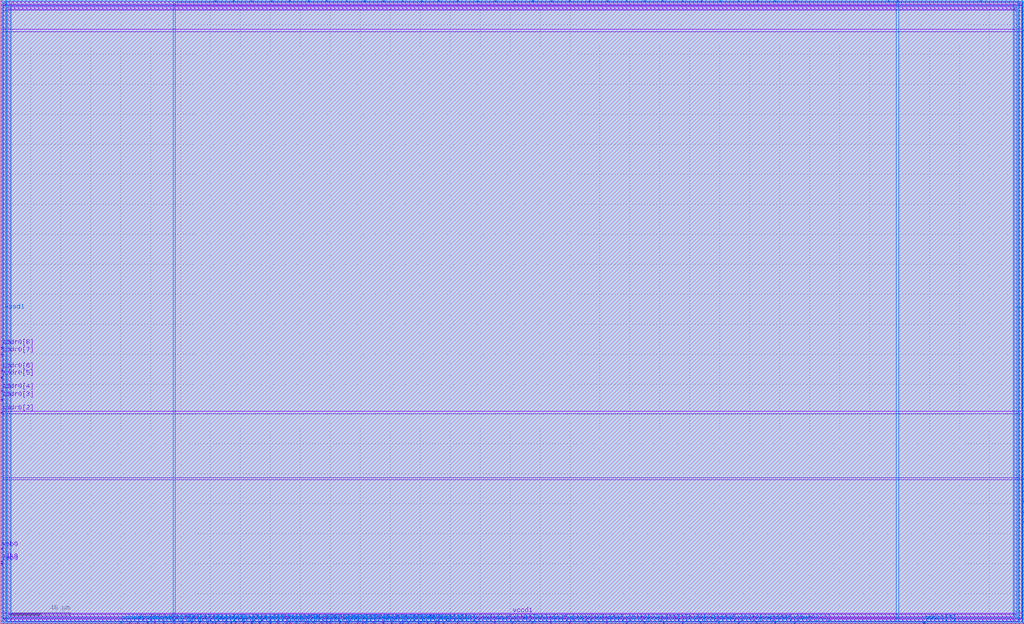
<source format=lef>
# Copyright 2020 The SkyWater PDK Authors
#
# Licensed under the Apache License, Version 2.0 (the "License");
# you may not use this file except in compliance with the License.
# You may obtain a copy of the License at
#
#     https://www.apache.org/licenses/LICENSE-2.0
#
# Unless required by applicable law or agreed to in writing, software
# distributed under the License is distributed on an "AS IS" BASIS,
# WITHOUT WARRANTIES OR CONDITIONS OF ANY KIND, either express or implied.
# See the License for the specific language governing permissions and
# limitations under the License.
#
# SPDX-License-Identifier: Apache-2.0

VERSION 5.7 ;

BUSBITCHARS "[]" ;
DIVIDERCHAR "/" ;

UNITS
  TIME NANOSECONDS 1 ;
  CAPACITANCE PICOFARADS 1 ;
  RESISTANCE OHMS 1 ;
  DATABASE MICRONS 1000 ;
END UNITS

MANUFACTURINGGRID 0.005 ;

PROPERTYDEFINITIONS
  LAYER LEF58_TYPE STRING ;
END PROPERTYDEFINITIONS

# High density, single height
SITE unithd
  SYMMETRY Y ;
  CLASS CORE ;
  SIZE 0.46 BY 2.72 ;
END unithd

# High density, double height
SITE unithddbl
  SYMMETRY Y ;
  CLASS CORE ;
  SIZE 0.46 BY 5.44 ;
END unithddbl

LAYER nwell
  TYPE MASTERSLICE ;
  PROPERTY LEF58_TYPE "TYPE NWELL ;" ;
END nwell

LAYER pwell
  TYPE MASTERSLICE ;
  PROPERTY LEF58_TYPE "TYPE PWELL ;" ;
END pwell

LAYER li1
  TYPE ROUTING ;
  DIRECTION VERTICAL ;

  PITCH 0.46 0.34 ;
  OFFSET 0.23 0.17 ;

  WIDTH 0.17 ;          # LI 1
  # SPACING  0.17 ;     # LI 2
  SPACINGTABLE
     PARALLELRUNLENGTH 0
     WIDTH 0 0.17 ;
  AREA 0.0561 ;         # LI 6
  THICKNESS 0.1 ;
  EDGECAPACITANCE 40.697E-6 ;
  CAPACITANCE CPERSQDIST 36.9866E-6 ;
  RESISTANCE RPERSQ 12.2 ;

  ANTENNAMODEL OXIDE1 ;
  ANTENNADIFFSIDEAREARATIO PWL ( ( 0 75 ) ( 0.0125 75 ) ( 0.0225 85.125 ) ( 22.5 10200 ) ) ;
END li1

LAYER mcon
  TYPE CUT ;

  WIDTH 0.17 ;                # Mcon 1
  SPACING 0.19 ;              # Mcon 2
  ENCLOSURE BELOW 0 0 ;       # Mcon 4
  ENCLOSURE ABOVE 0.03 0.06 ; # Met1 4 / Met1 5

  ANTENNADIFFAREARATIO PWL ( ( 0 3 ) ( 0.0125 3 ) ( 0.0225 3.405 ) ( 22.5 408 ) ) ;
  DCCURRENTDENSITY AVERAGE 0.36 ; # mA per via Iavg_max at Tj = 90oC

END mcon

LAYER met1
  TYPE ROUTING ;
  DIRECTION HORIZONTAL ;

  PITCH 0.34 ;
  OFFSET 0.17 ;

  WIDTH 0.14 ;                     # Met1 1
  # SPACING 0.14 ;                 # Met1 2
  # SPACING 0.28 RANGE 3.001 100 ; # Met1 3b
  SPACINGTABLE
     PARALLELRUNLENGTH 0
     WIDTH 0 0.14
     WIDTH 3 0.28 ;
  AREA 0.083 ;                     # Met1 6
  THICKNESS 0.35 ;
  MINENCLOSEDAREA 0.14 ;

  ANTENNAMODEL OXIDE1 ;
  ANTENNADIFFSIDEAREARATIO PWL ( ( 0 400 ) ( 0.0125 400 ) ( 0.0225 2609 ) ( 22.5 11600 ) ) ;

  EDGECAPACITANCE 40.567E-6 ;
  CAPACITANCE CPERSQDIST 25.7784E-6 ;
  DCCURRENTDENSITY AVERAGE 2.8 ; # mA/um Iavg_max at Tj = 90oC
  ACCURRENTDENSITY RMS 6.1 ; # mA/um Irms_max at Tj = 90oC
  MAXIMUMDENSITY 70 ;
  DENSITYCHECKWINDOW 700 700 ;
  DENSITYCHECKSTEP 70 ;

  RESISTANCE RPERSQ 0.125 ;
END met1

LAYER via
  TYPE CUT ;
  WIDTH 0.15 ;                  # Via 1a
  SPACING 0.17 ;                # Via 2
  ENCLOSURE BELOW 0.055 0.085 ; # Via 4a / Via 5a
  ENCLOSURE ABOVE 0.055 0.085 ; # Met2 4 / Met2 5

  ANTENNADIFFAREARATIO PWL ( ( 0 6 ) ( 0.0125 6 ) ( 0.0225 6.81 ) ( 22.5 816 ) ) ;
  DCCURRENTDENSITY AVERAGE 0.29 ; # mA per via Iavg_max at Tj = 90oC
END via

LAYER met2
  TYPE ROUTING ;
  DIRECTION VERTICAL ;

  PITCH 0.46 ;
  OFFSET 0.23 ;

  WIDTH 0.14 ;                        # Met2 1
  # SPACING  0.14 ;                   # Met2 2
  # SPACING  0.28 RANGE 3.001 100 ;   # Met2 3b
  SPACINGTABLE
     PARALLELRUNLENGTH 0
     WIDTH 0 0.14
     WIDTH 3 0.28 ;
  AREA 0.0676 ;                       # Met2 6
  THICKNESS 0.35 ;
  MINENCLOSEDAREA 0.14 ;

  EDGECAPACITANCE 37.759E-6 ;
  CAPACITANCE CPERSQDIST 16.9423E-6 ;
  RESISTANCE RPERSQ 0.125 ;
  DCCURRENTDENSITY AVERAGE 2.8 ; # mA/um Iavg_max at Tj = 90oC
  ACCURRENTDENSITY RMS 6.1 ; # mA/um Irms_max at Tj = 90oC

  ANTENNAMODEL OXIDE1 ;
  ANTENNADIFFSIDEAREARATIO PWL ( ( 0 400 ) ( 0.0125 400 ) ( 0.0225 2609 ) ( 22.5 11600 ) ) ;

  MAXIMUMDENSITY 70 ;
  DENSITYCHECKWINDOW 700 700 ;
  DENSITYCHECKSTEP 70 ;
END met2

# ******** Layer via2, type routing, number 44 **************
LAYER via2
  TYPE CUT ;
  WIDTH 0.2 ;                   # Via2 1
  SPACING 0.2 ;                 # Via2 2
  ENCLOSURE BELOW 0.04 0.085 ;  # Via2 4
  ENCLOSURE ABOVE 0.065 0.065 ; # Met3 4
  ANTENNADIFFAREARATIO PWL ( ( 0 6 ) ( 0.0125 6 ) ( 0.0225 6.81 ) ( 22.5 816 ) ) ;
  DCCURRENTDENSITY AVERAGE 0.48 ; # mA per via Iavg_max at Tj = 90oC
END via2

LAYER met3
  TYPE ROUTING ;
  DIRECTION HORIZONTAL ;

  PITCH 0.68 ;
  OFFSET 0.34 ;

  WIDTH 0.3 ;              # Met3 1
  # SPACING 0.3 ;          # Met3 2
  SPACINGTABLE
     PARALLELRUNLENGTH 0
     WIDTH 0 0.3
     WIDTH 3 0.4 ;
  AREA 0.24 ;              # Met3 6
  THICKNESS 0.8 ;

  EDGECAPACITANCE 40.989E-6 ;
  CAPACITANCE CPERSQDIST 12.3729E-6 ;
  RESISTANCE RPERSQ 0.047 ;
  DCCURRENTDENSITY AVERAGE 6.8 ; # mA/um Iavg_max at Tj = 90oC
  ACCURRENTDENSITY RMS 14.9 ; # mA/um Irms_max at Tj = 90oC

  ANTENNAMODEL OXIDE1 ;
  ANTENNADIFFSIDEAREARATIO PWL ( ( 0 400 ) ( 0.0125 400 ) ( 0.0225 2609 ) ( 22.5 11600 ) ) ;

  MAXIMUMDENSITY 70 ;
  DENSITYCHECKWINDOW 700 700 ;
  DENSITYCHECKSTEP 70 ;
END met3

LAYER via3
  TYPE CUT ;
  WIDTH 0.2 ;                   # Via3 1
  SPACING 0.2 ;                 # Via3 2
  ENCLOSURE BELOW 0.06 0.09 ;   # Via3 4 / Via3 5
  ENCLOSURE ABOVE 0.065 0.065 ; # Met4 3
  ANTENNADIFFAREARATIO PWL ( ( 0 6 ) ( 0.0125 6 ) ( 0.0225 6.81 ) ( 22.5 816 ) ) ;
  DCCURRENTDENSITY AVERAGE 0.48 ; # mA per via Iavg_max at Tj = 90oC
END via3

LAYER met4
  TYPE ROUTING ;
  DIRECTION VERTICAL ;

  PITCH 0.92 ;
  OFFSET 0.46 ;

  WIDTH 0.3 ;             # Met4 1
  # SPACING  0.3 ;             # Met4 2
  SPACINGTABLE
     PARALLELRUNLENGTH 0
     WIDTH 0 0.3
     WIDTH 3 0.4 ;
  AREA 0.24 ;            # Met4 4a

  THICKNESS 0.8 ;

  EDGECAPACITANCE 36.676E-6 ;
  CAPACITANCE CPERSQDIST 8.41537E-6 ;
  RESISTANCE RPERSQ 0.047 ;
  DCCURRENTDENSITY AVERAGE 6.8 ; # mA/um Iavg_max at Tj = 90oC
  ACCURRENTDENSITY RMS 14.9 ; # mA/um Irms_max at Tj = 90oC

  ANTENNAMODEL OXIDE1 ;
  ANTENNADIFFSIDEAREARATIO PWL ( ( 0 400 ) ( 0.0125 400 ) ( 0.0225 2609 ) ( 22.5 11600 ) ) ;

  MAXIMUMDENSITY 70 ;
  DENSITYCHECKWINDOW 700 700 ;
  DENSITYCHECKSTEP 70 ;
END met4

LAYER via4
  TYPE CUT ;

  WIDTH 0.8 ;                 # Via4 1
  SPACING 0.8 ;               # Via4 2
  ENCLOSURE BELOW 0.19 0.19 ; # Via4 4
  ENCLOSURE ABOVE 0.31 0.31 ; # Met5 3
  ANTENNADIFFAREARATIO PWL ( ( 0 6 ) ( 0.0125 6 ) ( 0.0225 6.81 ) ( 22.5 816 ) ) ;
  DCCURRENTDENSITY AVERAGE 2.49 ; # mA per via Iavg_max at Tj = 90oC
END via4

LAYER met5
  TYPE ROUTING ;
  DIRECTION HORIZONTAL ;

  PITCH 3.4 ;
  OFFSET 1.7 ;

  WIDTH 1.6 ;            # Met5 1
  #SPACING  1.6 ;        # Met5 2
  SPACINGTABLE
     PARALLELRUNLENGTH 0
     WIDTH 0 1.6 ;
  AREA 4 ;               # Met5 4

  THICKNESS 1.2 ;

  EDGECAPACITANCE 38.851E-6 ;
  CAPACITANCE CPERSQDIST 6.32063E-6 ;
  RESISTANCE RPERSQ 0.0285 ;
  DCCURRENTDENSITY AVERAGE 10.17 ; # mA/um Iavg_max at Tj = 90oC
  ACCURRENTDENSITY RMS 22.34 ; # mA/um Irms_max at Tj = 90oC

  ANTENNAMODEL OXIDE1 ;
  ANTENNADIFFSIDEAREARATIO PWL ( ( 0 400 ) ( 0.0125 400 ) ( 0.0225 2609 ) ( 22.5 11600 ) ) ;
END met5


### Routing via cells section   ###
# Plus via rule, metals are along the prefered direction
VIA L1M1_PR DEFAULT
  LAYER mcon ;
  RECT -0.085 -0.085 0.085 0.085 ;
  LAYER li1 ;
  RECT -0.085 -0.085 0.085 0.085 ;
  LAYER met1 ;
  RECT -0.145 -0.115 0.145 0.115 ;
END L1M1_PR

VIARULE L1M1_PR GENERATE
  LAYER li1 ;
  ENCLOSURE 0 0 ;
  LAYER met1 ;
  ENCLOSURE 0.06 0.03 ;
  LAYER mcon ;
  RECT -0.085 -0.085 0.085 0.085 ;
  SPACING 0.36 BY 0.36 ;
END L1M1_PR

# Plus via rule, metals are along the non prefered direction
VIA L1M1_PR_R DEFAULT
  LAYER mcon ;
  RECT -0.085 -0.085 0.085 0.085 ;
  LAYER li1 ;
  RECT -0.085 -0.085 0.085 0.085 ;
  LAYER met1 ;
  RECT -0.115 -0.145 0.115 0.145 ;
END L1M1_PR_R

VIARULE L1M1_PR_R GENERATE
  LAYER li1 ;
  ENCLOSURE 0 0 ;
  LAYER met1 ;
  ENCLOSURE 0.03 0.06 ;
  LAYER mcon ;
  RECT -0.085 -0.085 0.085 0.085 ;
  SPACING 0.36 BY 0.36 ;
END L1M1_PR_R

# Minus via rule, lower layer metal is along prefered direction
VIA L1M1_PR_M DEFAULT
  LAYER mcon ;
  RECT -0.085 -0.085 0.085 0.085 ;
  LAYER li1 ;
  RECT -0.085 -0.085 0.085 0.085 ;
  LAYER met1 ;
  RECT -0.115 -0.145 0.115 0.145 ;
END L1M1_PR_M

VIARULE L1M1_PR_M GENERATE
  LAYER li1 ;
  ENCLOSURE 0 0 ;
  LAYER met1 ;
  ENCLOSURE 0.03 0.06 ;
  LAYER mcon ;
  RECT -0.085 -0.085 0.085 0.085 ;
  SPACING 0.36 BY 0.36 ;
END L1M1_PR_M

# Minus via rule, upper layer metal is along prefered direction
VIA L1M1_PR_MR DEFAULT
  LAYER mcon ;
  RECT -0.085 -0.085 0.085 0.085 ;
  LAYER li1 ;
  RECT -0.085 -0.085 0.085 0.085 ;
  LAYER met1 ;
  RECT -0.145 -0.115 0.145 0.115 ;
END L1M1_PR_MR

VIARULE L1M1_PR_MR GENERATE
  LAYER li1 ;
  ENCLOSURE 0 0 ;
  LAYER met1 ;
  ENCLOSURE 0.06 0.03 ;
  LAYER mcon ;
  RECT -0.085 -0.085 0.085 0.085 ;
  SPACING 0.36 BY 0.36 ;
END L1M1_PR_MR

# Centered via rule, we really do not want to use it
VIA L1M1_PR_C DEFAULT
  LAYER mcon ;
  RECT -0.085 -0.085 0.085 0.085 ;
  LAYER li1 ;
  RECT -0.085 -0.085 0.085 0.085 ;
  LAYER met1 ;
  RECT -0.145 -0.145 0.145 0.145 ;
END L1M1_PR_C

VIARULE L1M1_PR_C GENERATE
  LAYER li1 ;
  ENCLOSURE 0 0 ;
  LAYER met1 ;
  ENCLOSURE 0.06 0.06 ;
  LAYER mcon ;
  RECT -0.085 -0.085 0.085 0.085 ;
  SPACING 0.36 BY 0.36 ;
END L1M1_PR_C

# Plus via rule, metals are along the prefered direction
VIA M1M2_PR DEFAULT
  LAYER via ;
  RECT -0.075 -0.075 0.075 0.075 ;
  LAYER met1 ;
  RECT -0.16 -0.13 0.16 0.13 ;
  LAYER met2 ;
  RECT -0.13 -0.16 0.13 0.16 ;
END M1M2_PR

VIARULE M1M2_PR GENERATE
  LAYER met1 ;
  ENCLOSURE 0.085 0.055 ;
  LAYER met2 ;
  ENCLOSURE 0.055 0.085 ;
  LAYER via ;
  RECT -0.075 -0.075 0.075 0.075 ;
  SPACING 0.32 BY 0.32 ;
END M1M2_PR

# Plus via rule, metals are along the non prefered direction
VIA M1M2_PR_R DEFAULT
  LAYER via ;
  RECT -0.075 -0.075 0.075 0.075 ;
  LAYER met1 ;
  RECT -0.13 -0.16 0.13 0.16 ;
  LAYER met2 ;
  RECT -0.16 -0.13 0.16 0.13 ;
END M1M2_PR_R

VIARULE M1M2_PR_R GENERATE
  LAYER met1 ;
  ENCLOSURE 0.055 0.085 ;
  LAYER met2 ;
  ENCLOSURE 0.085 0.055 ;
  LAYER via ;
  RECT -0.075 -0.075 0.075 0.075 ;
  SPACING 0.32 BY 0.32 ;
END M1M2_PR_R

# Minus via rule, lower layer metal is along prefered direction
VIA M1M2_PR_M DEFAULT
  LAYER via ;
  RECT -0.075 -0.075 0.075 0.075 ;
  LAYER met1 ;
  RECT -0.16 -0.13 0.16 0.13 ;
  LAYER met2 ;
  RECT -0.16 -0.13 0.16 0.13 ;
END M1M2_PR_M

VIARULE M1M2_PR_M GENERATE
  LAYER met1 ;
  ENCLOSURE 0.085 0.055 ;
  LAYER met2 ;
  ENCLOSURE 0.085 0.055 ;
  LAYER via ;
  RECT -0.075 -0.075 0.075 0.075 ;
  SPACING 0.32 BY 0.32 ;
END M1M2_PR_M

# Minus via rule, upper layer metal is along prefered direction
VIA M1M2_PR_MR DEFAULT
  LAYER via ;
  RECT -0.075 -0.075 0.075 0.075 ;
  LAYER met1 ;
  RECT -0.13 -0.16 0.13 0.16 ;
  LAYER met2 ;
  RECT -0.13 -0.16 0.13 0.16 ;
END M1M2_PR_MR

VIARULE M1M2_PR_MR GENERATE
  LAYER met1 ;
  ENCLOSURE 0.055 0.085 ;
  LAYER met2 ;
  ENCLOSURE 0.055 0.085 ;
  LAYER via ;
  RECT -0.075 -0.075 0.075 0.075 ;
  SPACING 0.32 BY 0.32 ;
END M1M2_PR_MR

# Centered via rule, we really do not want to use it
VIA M1M2_PR_C DEFAULT
  LAYER via ;
  RECT -0.075 -0.075 0.075 0.075 ;
  LAYER met1 ;
  RECT -0.16 -0.16 0.16 0.16 ;
  LAYER met2 ;
  RECT -0.16 -0.16 0.16 0.16 ;
END M1M2_PR_C

VIARULE M1M2_PR_C GENERATE
  LAYER met1 ;
  ENCLOSURE 0.085 0.085 ;
  LAYER met2 ;
  ENCLOSURE 0.085 0.085 ;
  LAYER via ;
  RECT -0.075 -0.075 0.075 0.075 ;
  SPACING 0.32 BY 0.32 ;
END M1M2_PR_C

# Plus via rule, metals are along the prefered direction
VIA M2M3_PR DEFAULT
  LAYER via2 ;
  RECT -0.1 -0.1 0.1 0.1 ;
  LAYER met2 ;
  RECT -0.14 -0.185 0.14 0.185 ;
  LAYER met3 ;
  RECT -0.165 -0.165 0.165 0.165 ;
END M2M3_PR

VIARULE M2M3_PR GENERATE
  LAYER met2 ;
  ENCLOSURE 0.04 0.085 ;
  LAYER met3 ;
  ENCLOSURE 0.065 0.065 ;
  LAYER via2 ;
  RECT -0.1 -0.1 0.1 0.1 ;
  SPACING 0.4 BY 0.4 ;
END M2M3_PR

# Plus via rule, metals are along the non prefered direction
VIA M2M3_PR_R DEFAULT
  LAYER via2 ;
  RECT -0.1 -0.1 0.1 0.1 ;
  LAYER met2 ;
  RECT -0.185 -0.14 0.185 0.14 ;
  LAYER met3 ;
  RECT -0.165 -0.165 0.165 0.165 ;
END M2M3_PR_R

VIARULE M2M3_PR_R GENERATE
  LAYER met2 ;
  ENCLOSURE 0.085 0.04 ;
  LAYER met3 ;
  ENCLOSURE 0.065 0.065 ;
  LAYER via2 ;
  RECT -0.1 -0.1 0.1 0.1 ;
  SPACING 0.4 BY 0.4 ;
END M2M3_PR_R

# Minus via rule, lower layer metal is along prefered direction
VIA M2M3_PR_M DEFAULT
  LAYER via2 ;
  RECT -0.1 -0.1 0.1 0.1 ;
  LAYER met2 ;
  RECT -0.14 -0.185 0.14 0.185 ;
  LAYER met3 ;
  RECT -0.165 -0.165 0.165 0.165 ;
END M2M3_PR_M

VIARULE M2M3_PR_M GENERATE
  LAYER met2 ;
  ENCLOSURE 0.04 0.085 ;
  LAYER met3 ;
  ENCLOSURE 0.065 0.065 ;
  LAYER via2 ;
  RECT -0.1 -0.1 0.1 0.1 ;
  SPACING 0.4 BY 0.4 ;
END M2M3_PR_M

# Minus via rule, upper layer metal is along prefered direction
VIA M2M3_PR_MR DEFAULT
  LAYER via2 ;
  RECT -0.1 -0.1 0.1 0.1 ;
  LAYER met2 ;
  RECT -0.185 -0.14 0.185 0.14 ;
  LAYER met3 ;
  RECT -0.165 -0.165 0.165 0.165 ;
END M2M3_PR_MR

VIARULE M2M3_PR_MR GENERATE
  LAYER met2 ;
  ENCLOSURE 0.085 0.04 ;
  LAYER met3 ;
  ENCLOSURE 0.065 0.065 ;
  LAYER via2 ;
  RECT -0.1 -0.1 0.1 0.1 ;
  SPACING 0.4 BY 0.4 ;
END M2M3_PR_MR

# Centered via rule, we really do not want to use it
VIA M2M3_PR_C DEFAULT
  LAYER via2 ;
  RECT -0.1 -0.1 0.1 0.1 ;
  LAYER met2 ;
  RECT -0.185 -0.185 0.185 0.185 ;
  LAYER met3 ;
  RECT -0.165 -0.165 0.165 0.165 ;
END M2M3_PR_C

VIARULE M2M3_PR_C GENERATE
  LAYER met2 ;
  ENCLOSURE 0.085 0.085 ;
  LAYER met3 ;
  ENCLOSURE 0.065 0.065 ;
  LAYER via2 ;
  RECT -0.1 -0.1 0.1 0.1 ;
  SPACING 0.4 BY 0.4 ;
END M2M3_PR_C

# Plus via rule, metals are along the prefered direction
VIA M3M4_PR DEFAULT
  LAYER via3 ;
  RECT -0.1 -0.1 0.1 0.1 ;
  LAYER met3 ;
  RECT -0.19 -0.16 0.19 0.16 ;
  LAYER met4 ;
  RECT -0.165 -0.165 0.165 0.165 ;
END M3M4_PR

VIARULE M3M4_PR GENERATE
  LAYER met3 ;
  ENCLOSURE 0.09 0.06 ;
  LAYER met4 ;
  ENCLOSURE 0.065 0.065 ;
  LAYER via3 ;
  RECT -0.1 -0.1 0.1 0.1 ;
  SPACING 0.4 BY 0.4 ;
END M3M4_PR

# Plus via rule, metals are along the non prefered direction
VIA M3M4_PR_R DEFAULT
  LAYER via3 ;
  RECT -0.1 -0.1 0.1 0.1 ;
  LAYER met3 ;
  RECT -0.16 -0.19 0.16 0.19 ;
  LAYER met4 ;
  RECT -0.165 -0.165 0.165 0.165 ;
END M3M4_PR_R

VIARULE M3M4_PR_R GENERATE
  LAYER met3 ;
  ENCLOSURE 0.06 0.09 ;
  LAYER met4 ;
  ENCLOSURE 0.065 0.065 ;
  LAYER via3 ;
  RECT -0.1 -0.1 0.1 0.1 ;
  SPACING 0.4 BY 0.4 ;
END M3M4_PR_R

# Minus via rule, lower layer metal is along prefered direction
VIA M3M4_PR_M DEFAULT
  LAYER via3 ;
  RECT -0.1 -0.1 0.1 0.1 ;
  LAYER met3 ;
  RECT -0.19 -0.16 0.19 0.16 ;
  LAYER met4 ;
  RECT -0.165 -0.165 0.165 0.165 ;
END M3M4_PR_M

VIARULE M3M4_PR_M GENERATE
  LAYER met3 ;
  ENCLOSURE 0.09 0.06 ;
  LAYER met4 ;
  ENCLOSURE 0.065 0.065 ;
  LAYER via3 ;
  RECT -0.1 -0.1 0.1 0.1 ;
  SPACING 0.4 BY 0.4 ;
END M3M4_PR_M

# Minus via rule, upper layer metal is along prefered direction
VIA M3M4_PR_MR DEFAULT
  LAYER via3 ;
  RECT -0.1 -0.1 0.1 0.1 ;
  LAYER met3 ;
  RECT -0.16 -0.19 0.16 0.19 ;
  LAYER met4 ;
  RECT -0.165 -0.165 0.165 0.165 ;
END M3M4_PR_MR

VIARULE M3M4_PR_MR GENERATE
  LAYER met3 ;
  ENCLOSURE 0.06 0.09 ;
  LAYER met4 ;
  ENCLOSURE 0.065 0.065 ;
  LAYER via3 ;
  RECT -0.1 -0.1 0.1 0.1 ;
  SPACING 0.4 BY 0.4 ;
END M3M4_PR_MR

# Centered via rule, we really do not want to use it
VIA M3M4_PR_C DEFAULT
  LAYER via3 ;
  RECT -0.1 -0.1 0.1 0.1 ;
  LAYER met3 ;
  RECT -0.19 -0.19 0.19 0.19 ;
  LAYER met4 ;
  RECT -0.165 -0.165 0.165 0.165 ;
END M3M4_PR_C

VIARULE M3M4_PR_C GENERATE
  LAYER met3 ;
  ENCLOSURE 0.09 0.09 ;
  LAYER met4 ;
  ENCLOSURE 0.065 0.065 ;
  LAYER via3 ;
  RECT -0.1 -0.1 0.1 0.1 ;
  SPACING 0.4 BY 0.4 ;
END M3M4_PR_C

# Plus via rule, metals are along the prefered direction
VIA M4M5_PR DEFAULT
  LAYER via4 ;
  RECT -0.4 -0.4 0.4 0.4 ;
  LAYER met4 ;
  RECT -0.59 -0.59 0.59 0.59 ;
  LAYER met5 ;
  RECT -0.71 -0.71 0.71 0.71 ;
END M4M5_PR

VIARULE M4M5_PR GENERATE
  LAYER met4 ;
  ENCLOSURE 0.19 0.19 ;
  LAYER met5 ;
  ENCLOSURE 0.31 0.31 ;
  LAYER via4 ;
  RECT -0.4 -0.4 0.4 0.4 ;
  SPACING 1.6 BY 1.6 ;
END M4M5_PR

# Plus via rule, metals are along the non prefered direction
VIA M4M5_PR_R DEFAULT
  LAYER via4 ;
  RECT -0.4 -0.4 0.4 0.4 ;
  LAYER met4 ;
  RECT -0.59 -0.59 0.59 0.59 ;
  LAYER met5 ;
  RECT -0.71 -0.71 0.71 0.71 ;
END M4M5_PR_R

VIARULE M4M5_PR_R GENERATE
  LAYER met4 ;
  ENCLOSURE 0.19 0.19 ;
  LAYER met5 ;
  ENCLOSURE 0.31 0.31 ;
  LAYER via4 ;
  RECT -0.4 -0.4 0.4 0.4 ;
  SPACING 1.6 BY 1.6 ;
END M4M5_PR_R

# Minus via rule, lower layer metal is along prefered direction
VIA M4M5_PR_M DEFAULT
  LAYER via4 ;
  RECT -0.4 -0.4 0.4 0.4 ;
  LAYER met4 ;
  RECT -0.59 -0.59 0.59 0.59 ;
  LAYER met5 ;
  RECT -0.71 -0.71 0.71 0.71 ;
END M4M5_PR_M

VIARULE M4M5_PR_M GENERATE
  LAYER met4 ;
  ENCLOSURE 0.19 0.19 ;
  LAYER met5 ;
  ENCLOSURE 0.31 0.31 ;
  LAYER via4 ;
  RECT -0.4 -0.4 0.4 0.4 ;
  SPACING 1.6 BY 1.6 ;
END M4M5_PR_M

# Minus via rule, upper layer metal is along prefered direction
VIA M4M5_PR_MR DEFAULT
  LAYER via4 ;
  RECT -0.4 -0.4 0.4 0.4 ;
  LAYER met4 ;
  RECT -0.59 -0.59 0.59 0.59 ;
  LAYER met5 ;
  RECT -0.71 -0.71 0.71 0.71 ;
END M4M5_PR_MR

VIARULE M4M5_PR_MR GENERATE
  LAYER met4 ;
  ENCLOSURE 0.19 0.19 ;
  LAYER met5 ;
  ENCLOSURE 0.31 0.31 ;
  LAYER via4 ;
  RECT -0.4 -0.4 0.4 0.4 ;
  SPACING 1.6 BY 1.6 ;
END M4M5_PR_MR

# Centered via rule, we really do not want to use it
VIA M4M5_PR_C DEFAULT
  LAYER via4 ;
  RECT -0.4 -0.4 0.4 0.4 ;
  LAYER met4 ;
  RECT -0.59 -0.59 0.59 0.59 ;
  LAYER met5 ;
  RECT -0.71 -0.71 0.71 0.71 ;
END M4M5_PR_C

VIARULE M4M5_PR_C GENERATE
  LAYER met4 ;
  ENCLOSURE 0.19 0.19 ;
  LAYER met5 ;
  ENCLOSURE 0.31 0.31 ;
  LAYER via4 ;
  RECT -0.4 -0.4 0.4 0.4 ;
  SPACING 1.6 BY 1.6 ;
END M4M5_PR_C
###  end of single via cells   ###


MACRO sky130_ef_sc_hd__decap_12
  CLASS BLOCK ;
  FOREIGN sky130_ef_sc_hd__decap_12 ;
  ORIGIN 0.000 0.000 ;
  SIZE 5.520 BY 2.720 ;
  PIN VGND
    DIRECTION INPUT ;
    USE GROUND ;
    PORT
      LAYER li1 ;
        RECT 1.670 0.630 2.010 1.460 ;
        RECT 0.085 0.085 5.430 0.630 ;
        RECT 0.000 -0.085 5.520 0.085 ;
      LAYER mcon ;
        RECT 0.605 -0.085 0.775 0.085 ;
        RECT 1.065 -0.085 1.235 0.085 ;
        RECT 1.525 -0.085 1.695 0.085 ;
        RECT 1.985 -0.085 2.155 0.085 ;
        RECT 2.445 -0.085 2.615 0.085 ;
        RECT 2.905 -0.085 3.075 0.085 ;
        RECT 3.365 -0.085 3.535 0.085 ;
        RECT 3.825 -0.085 3.995 0.085 ;
        RECT 4.285 -0.085 4.455 0.085 ;
        RECT 4.745 -0.085 4.915 0.085 ;
        RECT 5.205 -0.085 5.375 0.085 ;
      LAYER met1 ;
        RECT 0.000 -0.240 5.520 0.240 ;
    END
  END VGND
  PIN VNB
    DIRECTION INPUT ;
    PORT
      LAYER pwell ;
        RECT 0.080 -0.130 0.360 0.150 ;
    END
  END VNB
  PIN VPB
    DIRECTION INPUT ;
    PORT
      LAYER nwell ;
        RECT -0.190 1.305 5.710 2.910 ;
    END
  END VPB
  PIN VPWR
    DIRECTION INPUT ;
    USE POWER ;
    PORT
      LAYER li1 ;
        RECT 0.000 2.635 5.520 2.805 ;
        RECT 0.085 2.200 5.430 2.635 ;
        RECT 3.490 0.950 3.840 2.200 ;
      LAYER mcon ;
        RECT 0.605 2.635 0.775 2.805 ;
        RECT 1.065 2.635 1.235 2.805 ;
        RECT 1.525 2.635 1.695 2.805 ;
        RECT 1.985 2.635 2.155 2.805 ;
        RECT 2.445 2.635 2.615 2.805 ;
        RECT 2.905 2.635 3.075 2.805 ;
        RECT 3.365 2.635 3.535 2.805 ;
        RECT 3.825 2.635 3.995 2.805 ;
        RECT 4.285 2.635 4.455 2.805 ;
        RECT 4.745 2.635 4.915 2.805 ;
        RECT 5.205 2.635 5.375 2.805 ;
      LAYER met1 ;
        RECT 0.000 2.480 5.520 2.960 ;
    END
  END VPWR
END sky130_ef_sc_hd__decap_12
MACRO sky130_ef_sc_hd__fakediode_2
  CLASS CORE SPACER ;
  FOREIGN sky130_ef_sc_hd__fakediode_2 ;
  ORIGIN  0.000000  0.000000 ;
  SIZE  0.920000 BY  2.720000 ;
  SYMMETRY X Y R90 ;
  SITE unithd ;
  PIN DIODE
    DIRECTION INPUT ;
    USE SIGNAL ;
    PORT
      LAYER li1 ;
        RECT 0.085000 0.255000 0.835000 2.465000 ;
    END
  END DIODE
  PIN VGND
    DIRECTION INOUT ;
    SHAPE ABUTMENT ;
    USE GROUND ;
    PORT
      LAYER met1 ;
        RECT 0.000000 -0.240000 0.920000 0.240000 ;
    END
  END VGND
  PIN VNB
    DIRECTION INOUT ;
    USE GROUND ;
    PORT
      LAYER pwell ;
        RECT 0.145000 -0.085000 0.315000 0.085000 ;
    END
  END VNB
  PIN VPB
    DIRECTION INOUT ;
    USE POWER ;
    PORT
      LAYER nwell ;
        RECT -0.190000 1.305000 1.110000 2.910000 ;
    END
  END VPB
  PIN VPWR
    DIRECTION INOUT ;
    SHAPE ABUTMENT ;
    USE POWER ;
    PORT
      LAYER met1 ;
        RECT 0.000000 2.480000 0.920000 2.960000 ;
    END
  END VPWR
  OBS
    LAYER li1 ;
      RECT 0.000000 -0.085000 0.920000 0.085000 ;
      RECT 0.000000  2.635000 0.920000 2.805000 ;
    LAYER mcon ;
      RECT 0.145000 -0.085000 0.315000 0.085000 ;
      RECT 0.145000  2.635000 0.315000 2.805000 ;
      RECT 0.605000 -0.085000 0.775000 0.085000 ;
      RECT 0.605000  2.635000 0.775000 2.805000 ;
  END
END sky130_ef_sc_hd__fakediode_2
MACRO sky130_ef_sc_hd__fill_8
  CLASS CORE SPACER ;
  SOURCE USER ;
  ORIGIN  0.000000  0.000000 ;
  SIZE  3.680000 BY  2.720000 ;
  SYMMETRY X Y R90 ;
  SITE unithd ;
  PIN VGND
    DIRECTION INOUT ;
    SHAPE ABUTMENT ;
    USE GROUND ;
    PORT
      LAYER li1 ;
        RECT 0.000000 -0.085000 3.680000 0.085000 ;
    END
    PORT
      LAYER met1 ;
        RECT 0.000000 -0.240000 3.680000 0.240000 ;
    END
  END VGND
  PIN VPWR
    DIRECTION INOUT ;
    SHAPE ABUTMENT ;
    USE POWER ;
    PORT
      LAYER li1 ;
        RECT 0.000000 2.635000 3.680000 2.805000 ;
    END
    PORT
      LAYER met1 ;
        RECT 0.000000 2.480000 3.680000 2.960000 ;
    END
  END VPWR
  OBS
  END
END sky130_ef_sc_hd__fill_8
MACRO sky130_ef_sc_hd__fill_12
  CLASS CORE ;
  FOREIGN sky130_ef_sc_hd__fill_12 ;
  ORIGIN 0.000 0.000 ;
  SIZE 5.520 BY 2.720 ;
  SYMMETRY X Y R90 ;
  SITE unithd ;
  OBS
      LAYER nwell ;
        RECT -0.190 1.305 5.710 2.910 ;
      LAYER pwell ;
        RECT 0.145 -0.085 0.315 0.085 ;
        RECT 2.935 -0.060 3.045 0.060 ;
        RECT 4.755 -0.050 4.915 0.060 ;
      LAYER li1 ;
        RECT 0.000 2.635 5.520 2.805 ;
        RECT 0.085 1.545 2.675 2.635 ;
        RECT 0.085 0.855 1.295 1.375 ;
        RECT 1.465 1.025 2.675 1.545 ;
        RECT 0.085 0.085 2.675 0.855 ;
        RECT 0.000 -0.085 5.520 0.085 ;
      LAYER mcon ;
        RECT 0.145 2.635 0.315 2.805 ;
        RECT 0.605 2.635 0.775 2.805 ;
        RECT 1.065 2.635 1.235 2.805 ;
        RECT 1.525 2.635 1.695 2.805 ;
        RECT 1.985 2.635 2.155 2.805 ;
        RECT 2.445 2.635 2.615 2.805 ;
        RECT 2.905 2.635 3.075 2.805 ;
        RECT 3.365 2.635 3.535 2.805 ;
        RECT 3.825 2.635 3.995 2.805 ;
        RECT 4.285 2.635 4.455 2.805 ;
        RECT 4.745 2.635 4.915 2.805 ;
        RECT 5.205 2.635 5.375 2.805 ;
        RECT 0.145 -0.085 0.315 0.085 ;
        RECT 0.605 -0.085 0.775 0.085 ;
        RECT 1.065 -0.085 1.235 0.085 ;
        RECT 1.525 -0.085 1.695 0.085 ;
        RECT 1.985 -0.085 2.155 0.085 ;
        RECT 2.445 -0.085 2.615 0.085 ;
        RECT 2.905 -0.085 3.075 0.085 ;
        RECT 3.365 -0.085 3.535 0.085 ;
        RECT 3.825 -0.085 3.995 0.085 ;
        RECT 4.285 -0.085 4.455 0.085 ;
        RECT 4.745 -0.085 4.915 0.085 ;
        RECT 5.205 -0.085 5.375 0.085 ;
      LAYER met1 ;
        RECT 0.000 2.480 5.520 2.960 ;
        RECT 0.000 -0.240 5.520 0.240 ;
  END
END sky130_ef_sc_hd__fill_12
MACRO sky130_fd_sc_hd__a2bb2o_1
  CLASS CORE ;
  FOREIGN sky130_fd_sc_hd__a2bb2o_1 ;
  ORIGIN  0.000000  0.000000 ;
  SIZE  3.680000 BY  2.720000 ;
  SYMMETRY X Y R90 ;
  SITE unithd ;
  PIN A1_N
    ANTENNAGATEAREA  0.126000 ;
    DIRECTION INPUT ;
    USE SIGNAL ;
    PORT
      LAYER li1 ;
        RECT 0.910000 0.995000 1.240000 1.615000 ;
    END
  END A1_N
  PIN A2_N
    ANTENNAGATEAREA  0.126000 ;
    DIRECTION INPUT ;
    USE SIGNAL ;
    PORT
      LAYER li1 ;
        RECT 1.410000 0.995000 1.700000 1.375000 ;
    END
  END A2_N
  PIN B1
    ANTENNAGATEAREA  0.126000 ;
    DIRECTION INPUT ;
    USE SIGNAL ;
    PORT
      LAYER li1 ;
        RECT 3.280000 0.765000 3.540000 1.655000 ;
    END
  END B1
  PIN B2
    ANTENNAGATEAREA  0.126000 ;
    DIRECTION INPUT ;
    USE SIGNAL ;
    PORT
      LAYER li1 ;
        RECT 2.600000 1.355000 3.080000 1.655000 ;
        RECT 2.820000 0.765000 3.080000 1.355000 ;
    END
  END B2
  PIN X
    ANTENNADIFFAREA  0.429000 ;
    DIRECTION OUTPUT ;
    USE SIGNAL ;
    PORT
      LAYER li1 ;
        RECT 0.085000 0.255000 0.345000 0.810000 ;
        RECT 0.085000 0.810000 0.260000 1.525000 ;
        RECT 0.085000 1.525000 0.345000 2.465000 ;
    END
  END X
  PIN VGND
    DIRECTION INOUT ;
    SHAPE ABUTMENT ;
    USE GROUND ;
    PORT
      LAYER met1 ;
        RECT 0.000000 -0.240000 3.680000 0.240000 ;
    END
  END VGND
  PIN VNB
    DIRECTION INOUT ;
    USE GROUND ;
    PORT
      LAYER pwell ;
        RECT 0.150000 -0.085000 0.320000 0.085000 ;
    END
  END VNB
  PIN VPB
    DIRECTION INOUT ;
    USE POWER ;
    PORT
      LAYER nwell ;
        RECT -0.190000 1.305000 3.870000 2.910000 ;
    END
  END VPB
  PIN VPWR
    DIRECTION INOUT ;
    SHAPE ABUTMENT ;
    USE POWER ;
    PORT
      LAYER met1 ;
        RECT 0.000000 2.480000 3.680000 2.960000 ;
    END
  END VPWR
  OBS
    LAYER li1 ;
      RECT 0.000000 -0.085000 3.680000 0.085000 ;
      RECT 0.000000  2.635000 3.680000 2.805000 ;
      RECT 0.430000  0.995000 0.685000 1.325000 ;
      RECT 0.515000  0.085000 0.945000 0.530000 ;
      RECT 0.515000  1.325000 0.685000 1.805000 ;
      RECT 0.515000  1.805000 1.275000 1.975000 ;
      RECT 0.515000  2.235000 0.845000 2.635000 ;
      RECT 1.105000  1.975000 1.275000 2.200000 ;
      RECT 1.105000  2.200000 2.245000 2.370000 ;
      RECT 1.180000  0.255000 1.350000 0.655000 ;
      RECT 1.180000  0.655000 2.060000 0.825000 ;
      RECT 1.520000  0.085000 2.240000 0.485000 ;
      RECT 1.540000  1.545000 2.060000 1.715000 ;
      RECT 1.540000  1.715000 1.710000 1.905000 ;
      RECT 1.890000  0.825000 2.060000 1.545000 ;
      RECT 1.990000  1.895000 2.400000 2.065000 ;
      RECT 1.990000  2.065000 2.245000 2.200000 ;
      RECT 1.990000  2.370000 2.245000 2.465000 ;
      RECT 2.230000  0.700000 2.580000 0.870000 ;
      RECT 2.230000  0.870000 2.400000 1.895000 ;
      RECT 2.410000  0.255000 2.580000 0.700000 ;
      RECT 2.415000  2.255000 2.745000 2.425000 ;
      RECT 2.575000  1.835000 3.515000 2.005000 ;
      RECT 2.575000  2.005000 2.745000 2.255000 ;
      RECT 2.915000  2.175000 3.165000 2.635000 ;
      RECT 3.155000  0.085000 3.555000 0.595000 ;
      RECT 3.335000  2.005000 3.515000 2.465000 ;
    LAYER mcon ;
      RECT 0.145000 -0.085000 0.315000 0.085000 ;
      RECT 0.145000  2.635000 0.315000 2.805000 ;
      RECT 0.605000 -0.085000 0.775000 0.085000 ;
      RECT 0.605000  2.635000 0.775000 2.805000 ;
      RECT 1.065000 -0.085000 1.235000 0.085000 ;
      RECT 1.065000  2.635000 1.235000 2.805000 ;
      RECT 1.525000 -0.085000 1.695000 0.085000 ;
      RECT 1.525000  2.635000 1.695000 2.805000 ;
      RECT 1.985000 -0.085000 2.155000 0.085000 ;
      RECT 1.985000  2.635000 2.155000 2.805000 ;
      RECT 2.445000 -0.085000 2.615000 0.085000 ;
      RECT 2.445000  2.635000 2.615000 2.805000 ;
      RECT 2.905000 -0.085000 3.075000 0.085000 ;
      RECT 2.905000  2.635000 3.075000 2.805000 ;
      RECT 3.365000 -0.085000 3.535000 0.085000 ;
      RECT 3.365000  2.635000 3.535000 2.805000 ;
  END
END sky130_fd_sc_hd__a2bb2o_1
MACRO sky130_fd_sc_hd__a2bb2o_2
  CLASS CORE ;
  FOREIGN sky130_fd_sc_hd__a2bb2o_2 ;
  ORIGIN  0.000000  0.000000 ;
  SIZE  4.140000 BY  2.720000 ;
  SYMMETRY X Y R90 ;
  SITE unithd ;
  PIN A1_N
    ANTENNAGATEAREA  0.159000 ;
    DIRECTION INPUT ;
    USE SIGNAL ;
    PORT
      LAYER li1 ;
        RECT 1.345000 0.995000 1.675000 1.615000 ;
    END
  END A1_N
  PIN A2_N
    ANTENNAGATEAREA  0.159000 ;
    DIRECTION INPUT ;
    USE SIGNAL ;
    PORT
      LAYER li1 ;
        RECT 1.845000 0.995000 2.135000 1.375000 ;
    END
  END A2_N
  PIN B1
    ANTENNAGATEAREA  0.159000 ;
    DIRECTION INPUT ;
    USE SIGNAL ;
    PORT
      LAYER li1 ;
        RECT 3.730000 0.765000 3.990000 1.655000 ;
    END
  END B1
  PIN B2
    ANTENNAGATEAREA  0.159000 ;
    DIRECTION INPUT ;
    USE SIGNAL ;
    PORT
      LAYER li1 ;
        RECT 3.050000 1.355000 3.530000 1.655000 ;
        RECT 3.270000 0.765000 3.530000 1.355000 ;
    END
  END B2
  PIN X
    ANTENNADIFFAREA  0.445500 ;
    DIRECTION OUTPUT ;
    USE SIGNAL ;
    PORT
      LAYER li1 ;
        RECT 0.525000 0.255000 0.780000 0.810000 ;
        RECT 0.525000 0.810000 0.695000 1.525000 ;
        RECT 0.525000 1.525000 0.780000 2.465000 ;
    END
  END X
  PIN VGND
    DIRECTION INOUT ;
    SHAPE ABUTMENT ;
    USE GROUND ;
    PORT
      LAYER met1 ;
        RECT 0.000000 -0.240000 4.140000 0.240000 ;
    END
  END VGND
  PIN VNB
    DIRECTION INOUT ;
    USE GROUND ;
    PORT
      LAYER pwell ;
        RECT 0.125000 -0.085000 0.295000 0.085000 ;
    END
  END VNB
  PIN VPB
    DIRECTION INOUT ;
    USE POWER ;
    PORT
      LAYER nwell ;
        RECT -0.190000 1.305000 4.330000 2.910000 ;
    END
  END VPB
  PIN VPWR
    DIRECTION INOUT ;
    SHAPE ABUTMENT ;
    USE POWER ;
    PORT
      LAYER met1 ;
        RECT 0.000000 2.480000 4.140000 2.960000 ;
    END
  END VPWR
  OBS
    LAYER li1 ;
      RECT 0.000000 -0.085000 4.140000 0.085000 ;
      RECT 0.000000  2.635000 4.140000 2.805000 ;
      RECT 0.185000  0.085000 0.355000 0.930000 ;
      RECT 0.185000  1.445000 0.355000 2.635000 ;
      RECT 0.865000  0.995000 1.120000 1.325000 ;
      RECT 0.950000  0.085000 1.380000 0.530000 ;
      RECT 0.950000  1.325000 1.120000 1.805000 ;
      RECT 0.950000  1.805000 1.710000 1.975000 ;
      RECT 0.950000  2.235000 1.280000 2.635000 ;
      RECT 1.540000  1.975000 1.710000 2.200000 ;
      RECT 1.540000  2.200000 2.670000 2.370000 ;
      RECT 1.615000  0.255000 1.785000 0.655000 ;
      RECT 1.615000  0.655000 2.510000 0.825000 ;
      RECT 1.955000  0.085000 2.690000 0.485000 ;
      RECT 1.975000  1.545000 2.510000 1.715000 ;
      RECT 1.975000  1.715000 2.145000 1.905000 ;
      RECT 2.340000  0.825000 2.510000 1.545000 ;
      RECT 2.440000  1.895000 2.850000 2.065000 ;
      RECT 2.440000  2.065000 2.670000 2.200000 ;
      RECT 2.500000  2.370000 2.670000 2.465000 ;
      RECT 2.680000  0.700000 3.030000 0.870000 ;
      RECT 2.680000  0.870000 2.850000 1.895000 ;
      RECT 2.860000  0.255000 3.030000 0.700000 ;
      RECT 2.875000  2.255000 3.205000 2.425000 ;
      RECT 3.035000  1.835000 3.965000 2.005000 ;
      RECT 3.035000  2.005000 3.205000 2.255000 ;
      RECT 3.375000  2.175000 3.625000 2.635000 ;
      RECT 3.605000  0.085000 4.005000 0.595000 ;
      RECT 3.795000  2.005000 3.965000 2.465000 ;
    LAYER mcon ;
      RECT 0.145000 -0.085000 0.315000 0.085000 ;
      RECT 0.145000  2.635000 0.315000 2.805000 ;
      RECT 0.605000 -0.085000 0.775000 0.085000 ;
      RECT 0.605000  2.635000 0.775000 2.805000 ;
      RECT 1.065000 -0.085000 1.235000 0.085000 ;
      RECT 1.065000  2.635000 1.235000 2.805000 ;
      RECT 1.525000 -0.085000 1.695000 0.085000 ;
      RECT 1.525000  2.635000 1.695000 2.805000 ;
      RECT 1.985000 -0.085000 2.155000 0.085000 ;
      RECT 1.985000  2.635000 2.155000 2.805000 ;
      RECT 2.445000 -0.085000 2.615000 0.085000 ;
      RECT 2.445000  2.635000 2.615000 2.805000 ;
      RECT 2.905000 -0.085000 3.075000 0.085000 ;
      RECT 2.905000  2.635000 3.075000 2.805000 ;
      RECT 3.365000 -0.085000 3.535000 0.085000 ;
      RECT 3.365000  2.635000 3.535000 2.805000 ;
      RECT 3.825000 -0.085000 3.995000 0.085000 ;
      RECT 3.825000  2.635000 3.995000 2.805000 ;
  END
END sky130_fd_sc_hd__a2bb2o_2
MACRO sky130_fd_sc_hd__a2bb2o_4
  CLASS CORE ;
  FOREIGN sky130_fd_sc_hd__a2bb2o_4 ;
  ORIGIN  0.000000  0.000000 ;
  SIZE  7.360000 BY  2.720000 ;
  SYMMETRY X Y R90 ;
  SITE unithd ;
  PIN A1_N
    ANTENNAGATEAREA  0.495000 ;
    DIRECTION INPUT ;
    USE SIGNAL ;
    PORT
      LAYER li1 ;
        RECT 3.315000 1.075000 3.645000 1.325000 ;
        RECT 3.475000 1.325000 3.645000 1.445000 ;
        RECT 3.475000 1.445000 4.965000 1.615000 ;
        RECT 4.605000 1.075000 4.965000 1.445000 ;
    END
  END A1_N
  PIN A2_N
    ANTENNAGATEAREA  0.495000 ;
    DIRECTION INPUT ;
    USE SIGNAL ;
    PORT
      LAYER li1 ;
        RECT 3.815000 1.075000 4.435000 1.275000 ;
    END
  END A2_N
  PIN B1
    ANTENNAGATEAREA  0.495000 ;
    DIRECTION INPUT ;
    USE SIGNAL ;
    PORT
      LAYER li1 ;
        RECT 0.085000 1.075000 0.575000 1.445000 ;
        RECT 0.085000 1.445000 1.685000 1.615000 ;
        RECT 1.515000 1.075000 1.895000 1.245000 ;
        RECT 1.515000 1.245000 1.685000 1.445000 ;
    END
  END B1
  PIN B2
    ANTENNAGATEAREA  0.495000 ;
    DIRECTION INPUT ;
    USE SIGNAL ;
    PORT
      LAYER li1 ;
        RECT 0.805000 1.075000 1.345000 1.275000 ;
    END
  END B2
  PIN X
    ANTENNADIFFAREA  0.891000 ;
    DIRECTION OUTPUT ;
    USE SIGNAL ;
    PORT
      LAYER li1 ;
        RECT 5.235000 0.275000 5.565000 0.725000 ;
        RECT 5.235000 0.725000 6.920000 0.905000 ;
        RECT 5.275000 1.785000 6.365000 1.955000 ;
        RECT 5.275000 1.955000 5.525000 2.465000 ;
        RECT 6.075000 0.275000 6.405000 0.725000 ;
        RECT 6.115000 1.415000 6.920000 1.655000 ;
        RECT 6.115000 1.655000 6.365000 1.785000 ;
        RECT 6.115000 1.955000 6.365000 2.465000 ;
        RECT 6.610000 0.905000 6.920000 1.415000 ;
    END
  END X
  PIN VGND
    DIRECTION INOUT ;
    SHAPE ABUTMENT ;
    USE GROUND ;
    PORT
      LAYER met1 ;
        RECT 0.000000 -0.240000 7.360000 0.240000 ;
    END
  END VGND
  PIN VNB
    DIRECTION INOUT ;
    USE GROUND ;
    PORT
      LAYER pwell ;
        RECT 0.150000 -0.085000 0.320000 0.085000 ;
    END
  END VNB
  PIN VPB
    DIRECTION INOUT ;
    USE POWER ;
    PORT
      LAYER nwell ;
        RECT -0.190000 1.305000 7.550000 2.910000 ;
    END
  END VPB
  PIN VPWR
    DIRECTION INOUT ;
    SHAPE ABUTMENT ;
    USE POWER ;
    PORT
      LAYER met1 ;
        RECT 0.000000 2.480000 7.360000 2.960000 ;
    END
  END VPWR
  OBS
    LAYER li1 ;
      RECT 0.000000 -0.085000 7.360000 0.085000 ;
      RECT 0.000000  2.635000 7.360000 2.805000 ;
      RECT 0.135000  1.785000 2.065000 1.955000 ;
      RECT 0.135000  1.955000 0.385000 2.465000 ;
      RECT 0.175000  0.085000 0.345000 0.895000 ;
      RECT 0.515000  0.255000 1.685000 0.475000 ;
      RECT 0.515000  0.475000 0.765000 0.905000 ;
      RECT 0.555000  2.125000 0.805000 2.635000 ;
      RECT 0.935000  0.645000 1.270000 0.735000 ;
      RECT 0.935000  0.735000 2.525000 0.905000 ;
      RECT 0.975000  1.955000 1.225000 2.465000 ;
      RECT 1.395000  2.125000 1.645000 2.635000 ;
      RECT 1.815000  1.955000 2.065000 2.295000 ;
      RECT 1.815000  2.295000 2.905000 2.465000 ;
      RECT 1.855000  0.085000 2.025000 0.555000 ;
      RECT 1.855000  1.455000 2.065000 1.785000 ;
      RECT 2.195000  0.255000 2.525000 0.735000 ;
      RECT 2.235000  0.905000 2.445000 1.415000 ;
      RECT 2.235000  1.415000 2.620000 1.965000 ;
      RECT 2.235000  1.965000 2.485000 2.125000 ;
      RECT 2.615000  1.075000 3.145000 1.245000 ;
      RECT 2.655000  2.135000 2.905000 2.295000 ;
      RECT 2.695000  0.085000 3.385000 0.555000 ;
      RECT 2.955000  0.725000 4.725000 0.905000 ;
      RECT 2.955000  0.905000 3.145000 1.075000 ;
      RECT 2.955000  1.245000 3.145000 1.495000 ;
      RECT 2.955000  1.495000 3.305000 1.665000 ;
      RECT 3.135000  1.665000 3.305000 1.785000 ;
      RECT 3.135000  1.785000 4.265000 1.965000 ;
      RECT 3.175000  2.135000 3.425000 2.635000 ;
      RECT 3.555000  0.255000 3.885000 0.725000 ;
      RECT 3.595000  2.135000 3.845000 2.295000 ;
      RECT 3.595000  2.295000 4.685000 2.465000 ;
      RECT 4.015000  1.965000 4.265000 2.125000 ;
      RECT 4.055000  0.085000 4.225000 0.555000 ;
      RECT 4.395000  0.255000 4.725000 0.725000 ;
      RECT 4.435000  1.785000 4.685000 2.295000 ;
      RECT 4.855000  1.795000 5.105000 2.635000 ;
      RECT 4.895000  0.085000 5.065000 0.895000 ;
      RECT 5.135000  1.075000 6.440000 1.245000 ;
      RECT 5.135000  1.245000 5.460000 1.615000 ;
      RECT 5.695000  2.165000 5.945000 2.635000 ;
      RECT 5.735000  0.085000 5.905000 0.555000 ;
      RECT 6.535000  1.825000 6.785000 2.635000 ;
      RECT 6.575000  0.085000 6.745000 0.555000 ;
    LAYER mcon ;
      RECT 0.145000 -0.085000 0.315000 0.085000 ;
      RECT 0.145000  2.635000 0.315000 2.805000 ;
      RECT 0.605000 -0.085000 0.775000 0.085000 ;
      RECT 0.605000  2.635000 0.775000 2.805000 ;
      RECT 1.065000 -0.085000 1.235000 0.085000 ;
      RECT 1.065000  2.635000 1.235000 2.805000 ;
      RECT 1.525000 -0.085000 1.695000 0.085000 ;
      RECT 1.525000  2.635000 1.695000 2.805000 ;
      RECT 1.985000 -0.085000 2.155000 0.085000 ;
      RECT 1.985000  2.635000 2.155000 2.805000 ;
      RECT 2.445000 -0.085000 2.615000 0.085000 ;
      RECT 2.445000  2.635000 2.615000 2.805000 ;
      RECT 2.450000  1.445000 2.620000 1.615000 ;
      RECT 2.905000 -0.085000 3.075000 0.085000 ;
      RECT 2.905000  2.635000 3.075000 2.805000 ;
      RECT 3.365000 -0.085000 3.535000 0.085000 ;
      RECT 3.365000  2.635000 3.535000 2.805000 ;
      RECT 3.825000 -0.085000 3.995000 0.085000 ;
      RECT 3.825000  2.635000 3.995000 2.805000 ;
      RECT 4.285000 -0.085000 4.455000 0.085000 ;
      RECT 4.285000  2.635000 4.455000 2.805000 ;
      RECT 4.745000 -0.085000 4.915000 0.085000 ;
      RECT 4.745000  2.635000 4.915000 2.805000 ;
      RECT 5.205000 -0.085000 5.375000 0.085000 ;
      RECT 5.205000  2.635000 5.375000 2.805000 ;
      RECT 5.230000  1.445000 5.400000 1.615000 ;
      RECT 5.665000 -0.085000 5.835000 0.085000 ;
      RECT 5.665000  2.635000 5.835000 2.805000 ;
      RECT 6.125000 -0.085000 6.295000 0.085000 ;
      RECT 6.125000  2.635000 6.295000 2.805000 ;
      RECT 6.585000 -0.085000 6.755000 0.085000 ;
      RECT 6.585000  2.635000 6.755000 2.805000 ;
      RECT 7.045000 -0.085000 7.215000 0.085000 ;
      RECT 7.045000  2.635000 7.215000 2.805000 ;
    LAYER met1 ;
      RECT 2.390000 1.415000 2.680000 1.460000 ;
      RECT 2.390000 1.460000 5.460000 1.600000 ;
      RECT 2.390000 1.600000 2.680000 1.645000 ;
      RECT 5.170000 1.415000 5.460000 1.460000 ;
      RECT 5.170000 1.600000 5.460000 1.645000 ;
  END
END sky130_fd_sc_hd__a2bb2o_4
MACRO sky130_fd_sc_hd__a2bb2oi_1
  CLASS CORE ;
  FOREIGN sky130_fd_sc_hd__a2bb2oi_1 ;
  ORIGIN  0.000000  0.000000 ;
  SIZE  3.220000 BY  2.720000 ;
  SYMMETRY X Y R90 ;
  SITE unithd ;
  PIN A1_N
    ANTENNAGATEAREA  0.247500 ;
    DIRECTION INPUT ;
    USE SIGNAL ;
    PORT
      LAYER li1 ;
        RECT 0.150000 0.995000 0.520000 1.615000 ;
    END
  END A1_N
  PIN A2_N
    ANTENNAGATEAREA  0.247500 ;
    DIRECTION INPUT ;
    USE SIGNAL ;
    PORT
      LAYER li1 ;
        RECT 0.725000 1.010000 1.240000 1.275000 ;
    END
  END A2_N
  PIN B1
    ANTENNAGATEAREA  0.247500 ;
    DIRECTION INPUT ;
    USE SIGNAL ;
    PORT
      LAYER li1 ;
        RECT 2.780000 0.995000 3.070000 1.615000 ;
    END
  END B1
  PIN B2
    ANTENNAGATEAREA  0.247500 ;
    DIRECTION INPUT ;
    USE SIGNAL ;
    PORT
      LAYER li1 ;
        RECT 2.245000 0.995000 2.610000 1.615000 ;
        RECT 2.440000 0.425000 2.610000 0.995000 ;
    END
  END B2
  PIN Y
    ANTENNADIFFAREA  0.515500 ;
    DIRECTION OUTPUT ;
    USE SIGNAL ;
    PORT
      LAYER li1 ;
        RECT 1.420000 1.785000 1.945000 1.955000 ;
        RECT 1.420000 1.955000 1.785000 2.465000 ;
        RECT 1.775000 0.255000 2.205000 0.825000 ;
        RECT 1.775000 0.825000 1.945000 1.785000 ;
    END
  END Y
  PIN VGND
    DIRECTION INOUT ;
    SHAPE ABUTMENT ;
    USE GROUND ;
    PORT
      LAYER met1 ;
        RECT 0.000000 -0.240000 3.220000 0.240000 ;
    END
  END VGND
  PIN VNB
    DIRECTION INOUT ;
    USE GROUND ;
    PORT
      LAYER pwell ;
        RECT 0.145000 -0.085000 0.315000 0.085000 ;
    END
  END VNB
  PIN VPB
    DIRECTION INOUT ;
    USE POWER ;
    PORT
      LAYER nwell ;
        RECT -0.190000 1.305000 3.410000 2.910000 ;
    END
  END VPB
  PIN VPWR
    DIRECTION INOUT ;
    SHAPE ABUTMENT ;
    USE POWER ;
    PORT
      LAYER met1 ;
        RECT 0.000000 2.480000 3.220000 2.960000 ;
    END
  END VPWR
  OBS
    LAYER li1 ;
      RECT 0.000000 -0.085000 3.220000 0.085000 ;
      RECT 0.000000  2.635000 3.220000 2.805000 ;
      RECT 0.095000  0.085000 0.425000 0.825000 ;
      RECT 0.095000  1.805000 0.425000 2.635000 ;
      RECT 0.595000  0.255000 0.765000 0.660000 ;
      RECT 0.595000  0.660000 1.580000 0.830000 ;
      RECT 0.875000  1.445000 1.580000 1.615000 ;
      RECT 0.875000  1.615000 1.205000 2.465000 ;
      RECT 0.935000  0.085000 1.605000 0.490000 ;
      RECT 1.410000  0.830000 1.580000 1.445000 ;
      RECT 1.955000  2.235000 2.285000 2.465000 ;
      RECT 2.115000  1.785000 3.130000 1.955000 ;
      RECT 2.115000  1.955000 2.285000 2.235000 ;
      RECT 2.455000  2.135000 2.705000 2.635000 ;
      RECT 2.795000  0.085000 3.125000 0.825000 ;
      RECT 2.875000  1.955000 3.130000 2.465000 ;
    LAYER mcon ;
      RECT 0.145000 -0.085000 0.315000 0.085000 ;
      RECT 0.145000  2.635000 0.315000 2.805000 ;
      RECT 0.605000 -0.085000 0.775000 0.085000 ;
      RECT 0.605000  2.635000 0.775000 2.805000 ;
      RECT 1.065000 -0.085000 1.235000 0.085000 ;
      RECT 1.065000  2.635000 1.235000 2.805000 ;
      RECT 1.525000 -0.085000 1.695000 0.085000 ;
      RECT 1.525000  2.635000 1.695000 2.805000 ;
      RECT 1.985000 -0.085000 2.155000 0.085000 ;
      RECT 1.985000  2.635000 2.155000 2.805000 ;
      RECT 2.445000 -0.085000 2.615000 0.085000 ;
      RECT 2.445000  2.635000 2.615000 2.805000 ;
      RECT 2.905000 -0.085000 3.075000 0.085000 ;
      RECT 2.905000  2.635000 3.075000 2.805000 ;
  END
END sky130_fd_sc_hd__a2bb2oi_1
MACRO sky130_fd_sc_hd__a2bb2oi_2
  CLASS CORE ;
  FOREIGN sky130_fd_sc_hd__a2bb2oi_2 ;
  ORIGIN  0.000000  0.000000 ;
  SIZE  5.520000 BY  2.720000 ;
  SYMMETRY X Y R90 ;
  SITE unithd ;
  PIN A1_N
    ANTENNAGATEAREA  0.495000 ;
    DIRECTION INPUT ;
    USE SIGNAL ;
    PORT
      LAYER li1 ;
        RECT 3.310000 1.075000 4.205000 1.275000 ;
    END
  END A1_N
  PIN A2_N
    ANTENNAGATEAREA  0.495000 ;
    DIRECTION INPUT ;
    USE SIGNAL ;
    PORT
      LAYER li1 ;
        RECT 4.455000 1.075000 5.435000 1.275000 ;
    END
  END A2_N
  PIN B1
    ANTENNAGATEAREA  0.495000 ;
    DIRECTION INPUT ;
    USE SIGNAL ;
    PORT
      LAYER li1 ;
        RECT 0.085000 1.075000 0.710000 1.445000 ;
        RECT 0.085000 1.445000 2.030000 1.615000 ;
        RECT 1.700000 1.075000 2.030000 1.445000 ;
    END
  END B1
  PIN B2
    ANTENNAGATEAREA  0.495000 ;
    DIRECTION INPUT ;
    USE SIGNAL ;
    PORT
      LAYER li1 ;
        RECT 0.940000 1.075000 1.480000 1.275000 ;
    END
  END B2
  PIN Y
    ANTENNADIFFAREA  0.621000 ;
    DIRECTION OUTPUT ;
    USE SIGNAL ;
    PORT
      LAYER li1 ;
        RECT 1.070000 0.645000 1.400000 0.725000 ;
        RECT 1.070000 0.725000 2.660000 0.905000 ;
        RECT 2.330000 0.255000 2.660000 0.725000 ;
        RECT 2.370000 0.905000 2.660000 1.660000 ;
        RECT 2.370000 1.660000 2.620000 2.125000 ;
    END
  END Y
  PIN VGND
    DIRECTION INOUT ;
    SHAPE ABUTMENT ;
    USE GROUND ;
    PORT
      LAYER met1 ;
        RECT 0.000000 -0.240000 5.520000 0.240000 ;
    END
  END VGND
  PIN VNB
    DIRECTION INOUT ;
    USE GROUND ;
    PORT
      LAYER pwell ;
        RECT 0.145000 -0.085000 0.315000 0.085000 ;
    END
  END VNB
  PIN VPB
    DIRECTION INOUT ;
    USE POWER ;
    PORT
      LAYER nwell ;
        RECT -0.190000 1.305000 5.710000 2.910000 ;
    END
  END VPB
  PIN VPWR
    DIRECTION INOUT ;
    SHAPE ABUTMENT ;
    USE POWER ;
    PORT
      LAYER met1 ;
        RECT 0.000000 2.480000 5.520000 2.960000 ;
    END
  END VPWR
  OBS
    LAYER li1 ;
      RECT 0.000000 -0.085000 5.520000 0.085000 ;
      RECT 0.000000  2.635000 5.520000 2.805000 ;
      RECT 0.270000  1.785000 2.200000 1.955000 ;
      RECT 0.270000  1.955000 0.520000 2.465000 ;
      RECT 0.310000  0.085000 0.480000 0.895000 ;
      RECT 0.650000  0.255000 1.820000 0.475000 ;
      RECT 0.650000  0.475000 0.900000 0.895000 ;
      RECT 0.690000  2.135000 0.940000 2.635000 ;
      RECT 1.110000  1.955000 1.360000 2.465000 ;
      RECT 1.530000  2.135000 1.780000 2.635000 ;
      RECT 1.950000  1.955000 2.200000 2.295000 ;
      RECT 1.950000  2.295000 3.040000 2.465000 ;
      RECT 1.990000  0.085000 2.160000 0.555000 ;
      RECT 2.790000  1.795000 3.040000 2.295000 ;
      RECT 2.830000  0.085000 3.520000 0.555000 ;
      RECT 2.830000  0.995000 3.120000 1.325000 ;
      RECT 2.950000  0.725000 4.860000 0.905000 ;
      RECT 2.950000  0.905000 3.120000 0.995000 ;
      RECT 2.950000  1.325000 3.120000 1.445000 ;
      RECT 2.950000  1.445000 4.820000 1.615000 ;
      RECT 3.310000  1.785000 4.400000 1.965000 ;
      RECT 3.310000  1.965000 3.560000 2.465000 ;
      RECT 3.690000  0.255000 4.020000 0.725000 ;
      RECT 3.730000  2.135000 3.980000 2.635000 ;
      RECT 4.150000  1.965000 4.400000 2.295000 ;
      RECT 4.150000  2.295000 5.240000 2.465000 ;
      RECT 4.190000  0.085000 4.360000 0.555000 ;
      RECT 4.530000  0.255000 4.860000 0.725000 ;
      RECT 4.570000  1.615000 4.820000 2.125000 ;
      RECT 4.990000  1.455000 5.240000 2.295000 ;
      RECT 5.030000  0.085000 5.200000 0.905000 ;
    LAYER mcon ;
      RECT 0.145000 -0.085000 0.315000 0.085000 ;
      RECT 0.145000  2.635000 0.315000 2.805000 ;
      RECT 0.605000 -0.085000 0.775000 0.085000 ;
      RECT 0.605000  2.635000 0.775000 2.805000 ;
      RECT 1.065000 -0.085000 1.235000 0.085000 ;
      RECT 1.065000  2.635000 1.235000 2.805000 ;
      RECT 1.525000 -0.085000 1.695000 0.085000 ;
      RECT 1.525000  2.635000 1.695000 2.805000 ;
      RECT 1.985000 -0.085000 2.155000 0.085000 ;
      RECT 1.985000  2.635000 2.155000 2.805000 ;
      RECT 2.445000 -0.085000 2.615000 0.085000 ;
      RECT 2.445000  2.635000 2.615000 2.805000 ;
      RECT 2.905000 -0.085000 3.075000 0.085000 ;
      RECT 2.905000  2.635000 3.075000 2.805000 ;
      RECT 3.365000 -0.085000 3.535000 0.085000 ;
      RECT 3.365000  2.635000 3.535000 2.805000 ;
      RECT 3.825000 -0.085000 3.995000 0.085000 ;
      RECT 3.825000  2.635000 3.995000 2.805000 ;
      RECT 4.285000 -0.085000 4.455000 0.085000 ;
      RECT 4.285000  2.635000 4.455000 2.805000 ;
      RECT 4.745000 -0.085000 4.915000 0.085000 ;
      RECT 4.745000  2.635000 4.915000 2.805000 ;
      RECT 5.205000 -0.085000 5.375000 0.085000 ;
      RECT 5.205000  2.635000 5.375000 2.805000 ;
  END
END sky130_fd_sc_hd__a2bb2oi_2
MACRO sky130_fd_sc_hd__a2bb2oi_4
  CLASS CORE ;
  FOREIGN sky130_fd_sc_hd__a2bb2oi_4 ;
  ORIGIN  0.000000  0.000000 ;
  SIZE  9.660000 BY  2.720000 ;
  SYMMETRY X Y R90 ;
  SITE unithd ;
  PIN A1_N
    ANTENNAGATEAREA  0.990000 ;
    DIRECTION INPUT ;
    USE SIGNAL ;
    PORT
      LAYER li1 ;
        RECT 5.945000 1.075000 7.320000 1.275000 ;
    END
  END A1_N
  PIN A2_N
    ANTENNAGATEAREA  0.990000 ;
    DIRECTION INPUT ;
    USE SIGNAL ;
    PORT
      LAYER li1 ;
        RECT 7.595000 1.075000 9.045000 1.275000 ;
    END
  END A2_N
  PIN B1
    ANTENNAGATEAREA  0.990000 ;
    DIRECTION INPUT ;
    USE SIGNAL ;
    PORT
      LAYER li1 ;
        RECT 0.100000 1.075000 1.555000 1.285000 ;
        RECT 1.385000 1.285000 1.555000 1.445000 ;
        RECT 1.385000 1.445000 3.575000 1.615000 ;
        RECT 3.245000 1.075000 3.575000 1.445000 ;
    END
  END B1
  PIN B2
    ANTENNAGATEAREA  0.990000 ;
    DIRECTION INPUT ;
    USE SIGNAL ;
    PORT
      LAYER li1 ;
        RECT 1.725000 1.075000 3.075000 1.275000 ;
    END
  END B2
  PIN Y
    ANTENNADIFFAREA  1.242000 ;
    DIRECTION OUTPUT ;
    USE SIGNAL ;
    PORT
      LAYER li1 ;
        RECT 1.775000 0.645000 2.995000 0.725000 ;
        RECT 1.775000 0.725000 5.045000 0.905000 ;
        RECT 3.745000 0.905000 3.915000 1.415000 ;
        RECT 3.745000 1.415000 4.965000 1.615000 ;
        RECT 3.875000 0.275000 4.205000 0.725000 ;
        RECT 3.915000 1.615000 4.165000 2.125000 ;
        RECT 4.715000 0.275000 5.045000 0.725000 ;
        RECT 4.745000 1.615000 4.965000 2.125000 ;
    END
  END Y
  PIN VGND
    DIRECTION INOUT ;
    SHAPE ABUTMENT ;
    USE GROUND ;
    PORT
      LAYER met1 ;
        RECT 0.000000 -0.240000 9.660000 0.240000 ;
    END
  END VGND
  PIN VNB
    DIRECTION INOUT ;
    USE GROUND ;
    PORT
      LAYER pwell ;
        RECT 0.150000 -0.085000 0.320000 0.085000 ;
    END
  END VNB
  PIN VPB
    DIRECTION INOUT ;
    USE POWER ;
    PORT
      LAYER nwell ;
        RECT -0.190000 1.305000 9.850000 2.910000 ;
    END
  END VPB
  PIN VPWR
    DIRECTION INOUT ;
    SHAPE ABUTMENT ;
    USE POWER ;
    PORT
      LAYER met1 ;
        RECT 0.000000 2.480000 9.660000 2.960000 ;
    END
  END VPWR
  OBS
    LAYER li1 ;
      RECT 0.000000 -0.085000 9.660000 0.085000 ;
      RECT 0.000000  2.635000 9.660000 2.805000 ;
      RECT 0.085000  1.455000 1.215000 1.625000 ;
      RECT 0.085000  1.625000 0.425000 2.465000 ;
      RECT 0.175000  0.085000 0.345000 0.895000 ;
      RECT 0.515000  0.255000 0.845000 0.725000 ;
      RECT 0.515000  0.725000 1.605000 0.905000 ;
      RECT 0.595000  1.795000 0.805000 2.635000 ;
      RECT 0.975000  1.625000 1.215000 1.795000 ;
      RECT 0.975000  1.795000 3.745000 1.965000 ;
      RECT 0.975000  1.965000 1.215000 2.465000 ;
      RECT 1.015000  0.085000 1.185000 0.555000 ;
      RECT 1.355000  0.255000 3.365000 0.475000 ;
      RECT 1.355000  0.475000 1.605000 0.725000 ;
      RECT 1.395000  2.135000 1.645000 2.635000 ;
      RECT 1.815000  1.965000 2.065000 2.465000 ;
      RECT 2.235000  2.135000 2.485000 2.635000 ;
      RECT 2.655000  1.965000 2.905000 2.465000 ;
      RECT 3.075000  2.135000 3.325000 2.635000 ;
      RECT 3.495000  1.965000 3.745000 2.295000 ;
      RECT 3.495000  2.295000 5.465000 2.465000 ;
      RECT 3.535000  0.085000 3.705000 0.555000 ;
      RECT 4.085000  1.075000 5.725000 1.245000 ;
      RECT 4.335000  1.795000 4.575000 2.295000 ;
      RECT 4.375000  0.085000 4.545000 0.555000 ;
      RECT 5.135000  1.455000 5.465000 2.295000 ;
      RECT 5.215000  0.085000 5.905000 0.555000 ;
      RECT 5.555000  0.735000 9.575000 0.905000 ;
      RECT 5.555000  0.905000 5.725000 1.075000 ;
      RECT 5.655000  1.455000 7.625000 1.625000 ;
      RECT 5.655000  1.625000 5.985000 2.465000 ;
      RECT 6.075000  0.255000 6.405000 0.725000 ;
      RECT 6.075000  0.725000 8.925000 0.735000 ;
      RECT 6.155000  1.795000 6.365000 2.635000 ;
      RECT 6.540000  1.625000 6.780000 2.465000 ;
      RECT 6.575000  0.085000 6.745000 0.555000 ;
      RECT 6.915000  0.255000 7.245000 0.725000 ;
      RECT 6.955000  1.795000 7.205000 2.635000 ;
      RECT 7.375000  1.625000 7.625000 2.295000 ;
      RECT 7.375000  2.295000 9.310000 2.465000 ;
      RECT 7.415000  0.085000 7.585000 0.555000 ;
      RECT 7.755000  0.255000 8.085000 0.725000 ;
      RECT 7.795000  1.455000 9.575000 1.625000 ;
      RECT 7.795000  1.625000 8.045000 2.125000 ;
      RECT 8.215000  1.795000 8.465000 2.295000 ;
      RECT 8.255000  0.085000 8.425000 0.555000 ;
      RECT 8.595000  0.255000 8.925000 0.725000 ;
      RECT 8.635000  1.625000 8.885000 2.125000 ;
      RECT 9.060000  1.795000 9.310000 2.295000 ;
      RECT 9.095000  0.085000 9.265000 0.555000 ;
      RECT 9.215000  0.905000 9.575000 1.455000 ;
    LAYER mcon ;
      RECT 0.145000 -0.085000 0.315000 0.085000 ;
      RECT 0.145000  2.635000 0.315000 2.805000 ;
      RECT 0.605000 -0.085000 0.775000 0.085000 ;
      RECT 0.605000  2.635000 0.775000 2.805000 ;
      RECT 1.065000 -0.085000 1.235000 0.085000 ;
      RECT 1.065000  2.635000 1.235000 2.805000 ;
      RECT 1.525000 -0.085000 1.695000 0.085000 ;
      RECT 1.525000  2.635000 1.695000 2.805000 ;
      RECT 1.985000 -0.085000 2.155000 0.085000 ;
      RECT 1.985000  2.635000 2.155000 2.805000 ;
      RECT 2.445000 -0.085000 2.615000 0.085000 ;
      RECT 2.445000  2.635000 2.615000 2.805000 ;
      RECT 2.905000 -0.085000 3.075000 0.085000 ;
      RECT 2.905000  2.635000 3.075000 2.805000 ;
      RECT 3.365000 -0.085000 3.535000 0.085000 ;
      RECT 3.365000  2.635000 3.535000 2.805000 ;
      RECT 3.825000 -0.085000 3.995000 0.085000 ;
      RECT 3.825000  2.635000 3.995000 2.805000 ;
      RECT 4.285000 -0.085000 4.455000 0.085000 ;
      RECT 4.285000  2.635000 4.455000 2.805000 ;
      RECT 4.745000 -0.085000 4.915000 0.085000 ;
      RECT 4.745000  2.635000 4.915000 2.805000 ;
      RECT 5.205000 -0.085000 5.375000 0.085000 ;
      RECT 5.205000  2.635000 5.375000 2.805000 ;
      RECT 5.665000 -0.085000 5.835000 0.085000 ;
      RECT 5.665000  2.635000 5.835000 2.805000 ;
      RECT 6.125000 -0.085000 6.295000 0.085000 ;
      RECT 6.125000  2.635000 6.295000 2.805000 ;
      RECT 6.585000 -0.085000 6.755000 0.085000 ;
      RECT 6.585000  2.635000 6.755000 2.805000 ;
      RECT 7.045000 -0.085000 7.215000 0.085000 ;
      RECT 7.045000  2.635000 7.215000 2.805000 ;
      RECT 7.505000 -0.085000 7.675000 0.085000 ;
      RECT 7.505000  2.635000 7.675000 2.805000 ;
      RECT 7.965000 -0.085000 8.135000 0.085000 ;
      RECT 7.965000  2.635000 8.135000 2.805000 ;
      RECT 8.425000 -0.085000 8.595000 0.085000 ;
      RECT 8.425000  2.635000 8.595000 2.805000 ;
      RECT 8.885000 -0.085000 9.055000 0.085000 ;
      RECT 8.885000  2.635000 9.055000 2.805000 ;
      RECT 9.345000 -0.085000 9.515000 0.085000 ;
      RECT 9.345000  2.635000 9.515000 2.805000 ;
  END
END sky130_fd_sc_hd__a2bb2oi_4
MACRO sky130_fd_sc_hd__a21bo_1
  CLASS CORE ;
  FOREIGN sky130_fd_sc_hd__a21bo_1 ;
  ORIGIN  0.000000  0.000000 ;
  SIZE  3.680000 BY  2.720000 ;
  SYMMETRY X Y R90 ;
  SITE unithd ;
  PIN A1
    ANTENNAGATEAREA  0.247500 ;
    DIRECTION INPUT ;
    USE SIGNAL ;
    PORT
      LAYER li1 ;
        RECT 1.750000 0.995000 2.175000 1.615000 ;
    END
  END A1
  PIN A2
    ANTENNAGATEAREA  0.247500 ;
    DIRECTION INPUT ;
    USE SIGNAL ;
    PORT
      LAYER li1 ;
        RECT 2.370000 0.995000 2.630000 1.615000 ;
    END
  END A2
  PIN B1_N
    ANTENNAGATEAREA  0.126000 ;
    DIRECTION INPUT ;
    USE SIGNAL ;
    PORT
      LAYER li1 ;
        RECT 0.105000 0.325000 0.335000 1.665000 ;
    END
  END B1_N
  PIN X
    ANTENNADIFFAREA  0.429000 ;
    DIRECTION OUTPUT ;
    USE SIGNAL ;
    PORT
      LAYER li1 ;
        RECT 3.300000 0.265000 3.580000 2.455000 ;
    END
  END X
  PIN VGND
    DIRECTION INOUT ;
    SHAPE ABUTMENT ;
    USE GROUND ;
    PORT
      LAYER met1 ;
        RECT 0.000000 -0.240000 3.680000 0.240000 ;
    END
  END VGND
  PIN VNB
    DIRECTION INOUT ;
    USE GROUND ;
    PORT
      LAYER pwell ;
        RECT 0.145000 -0.085000 0.315000 0.085000 ;
    END
  END VNB
  PIN VPB
    DIRECTION INOUT ;
    USE POWER ;
    PORT
      LAYER nwell ;
        RECT -0.190000 1.305000 3.870000 2.910000 ;
    END
  END VPB
  PIN VPWR
    DIRECTION INOUT ;
    SHAPE ABUTMENT ;
    USE POWER ;
    PORT
      LAYER met1 ;
        RECT 0.000000 2.480000 3.680000 2.960000 ;
    END
  END VPWR
  OBS
    LAYER li1 ;
      RECT 0.000000 -0.085000 3.680000 0.085000 ;
      RECT 0.000000  2.635000 3.680000 2.805000 ;
      RECT 0.105000  1.845000 0.855000 2.045000 ;
      RECT 0.105000  2.045000 0.345000 2.435000 ;
      RECT 0.515000  0.265000 0.745000 1.165000 ;
      RECT 0.515000  1.165000 0.855000 1.845000 ;
      RECT 0.515000  2.225000 0.865000 2.635000 ;
      RECT 0.945000  0.085000 1.190000 0.865000 ;
      RECT 1.035000  1.045000 1.580000 1.345000 ;
      RECT 1.035000  1.345000 1.365000 2.455000 ;
      RECT 1.360000  0.265000 1.790000 0.625000 ;
      RECT 1.360000  0.625000 3.100000 0.815000 ;
      RECT 1.360000  0.815000 1.580000 1.045000 ;
      RECT 1.535000  1.785000 2.560000 1.985000 ;
      RECT 1.535000  1.985000 1.715000 2.455000 ;
      RECT 1.885000  2.155000 2.215000 2.635000 ;
      RECT 2.370000  0.085000 3.100000 0.455000 ;
      RECT 2.390000  1.985000 2.560000 2.455000 ;
      RECT 2.825000  1.495000 3.110000 2.635000 ;
      RECT 2.840000  0.815000 3.100000 1.325000 ;
    LAYER mcon ;
      RECT 0.145000 -0.085000 0.315000 0.085000 ;
      RECT 0.145000  2.635000 0.315000 2.805000 ;
      RECT 0.605000 -0.085000 0.775000 0.085000 ;
      RECT 0.605000  2.635000 0.775000 2.805000 ;
      RECT 1.065000 -0.085000 1.235000 0.085000 ;
      RECT 1.065000  2.635000 1.235000 2.805000 ;
      RECT 1.525000 -0.085000 1.695000 0.085000 ;
      RECT 1.525000  2.635000 1.695000 2.805000 ;
      RECT 1.985000 -0.085000 2.155000 0.085000 ;
      RECT 1.985000  2.635000 2.155000 2.805000 ;
      RECT 2.445000 -0.085000 2.615000 0.085000 ;
      RECT 2.445000  2.635000 2.615000 2.805000 ;
      RECT 2.905000 -0.085000 3.075000 0.085000 ;
      RECT 2.905000  2.635000 3.075000 2.805000 ;
      RECT 3.365000 -0.085000 3.535000 0.085000 ;
      RECT 3.365000  2.635000 3.535000 2.805000 ;
  END
END sky130_fd_sc_hd__a21bo_1
MACRO sky130_fd_sc_hd__a21bo_2
  CLASS CORE ;
  FOREIGN sky130_fd_sc_hd__a21bo_2 ;
  ORIGIN  0.000000  0.000000 ;
  SIZE  3.680000 BY  2.720000 ;
  SYMMETRY X Y R90 ;
  SITE unithd ;
  PIN A1
    ANTENNAGATEAREA  0.247500 ;
    DIRECTION INPUT ;
    USE SIGNAL ;
    PORT
      LAYER li1 ;
        RECT 2.685000 0.995000 3.100000 1.615000 ;
    END
  END A1
  PIN A2
    ANTENNAGATEAREA  0.247500 ;
    DIRECTION INPUT ;
    USE SIGNAL ;
    PORT
      LAYER li1 ;
        RECT 3.270000 0.995000 3.560000 1.615000 ;
    END
  END A2
  PIN B1_N
    ANTENNAGATEAREA  0.126000 ;
    DIRECTION INPUT ;
    USE SIGNAL ;
    PORT
      LAYER li1 ;
        RECT 1.070000 1.035000 1.525000 1.325000 ;
        RECT 1.330000 0.995000 1.525000 1.035000 ;
    END
  END B1_N
  PIN X
    ANTENNADIFFAREA  0.462000 ;
    DIRECTION OUTPUT ;
    USE SIGNAL ;
    PORT
      LAYER li1 ;
        RECT 0.150000 0.715000 0.850000 0.885000 ;
        RECT 0.150000 0.885000 0.380000 1.835000 ;
        RECT 0.150000 1.835000 0.850000 2.005000 ;
        RECT 0.520000 0.315000 0.850000 0.715000 ;
        RECT 0.595000 2.005000 0.850000 2.425000 ;
    END
  END X
  PIN VGND
    DIRECTION INOUT ;
    SHAPE ABUTMENT ;
    USE GROUND ;
    PORT
      LAYER met1 ;
        RECT 0.000000 -0.240000 3.680000 0.240000 ;
    END
  END VGND
  PIN VNB
    DIRECTION INOUT ;
    USE GROUND ;
    PORT
      LAYER pwell ;
        RECT 0.150000 -0.085000 0.320000 0.085000 ;
    END
  END VNB
  PIN VPB
    DIRECTION INOUT ;
    USE POWER ;
    PORT
      LAYER nwell ;
        RECT -0.190000 1.305000 3.870000 2.910000 ;
    END
  END VPB
  PIN VPWR
    DIRECTION INOUT ;
    SHAPE ABUTMENT ;
    USE POWER ;
    PORT
      LAYER met1 ;
        RECT 0.000000 2.480000 3.680000 2.960000 ;
    END
  END VPWR
  OBS
    LAYER li1 ;
      RECT 0.000000 -0.085000 3.680000 0.085000 ;
      RECT 0.000000  2.635000 3.680000 2.805000 ;
      RECT 0.090000  0.085000 0.345000 0.545000 ;
      RECT 0.090000  2.255000 0.425000 2.635000 ;
      RECT 0.570000  1.075000 0.900000 1.495000 ;
      RECT 0.570000  1.495000 1.285000 1.665000 ;
      RECT 1.020000  0.085000 1.220000 0.865000 ;
      RECT 1.040000  2.275000 1.370000 2.635000 ;
      RECT 1.115000  1.665000 1.285000 1.895000 ;
      RECT 1.115000  1.895000 2.225000 2.105000 ;
      RECT 1.455000  0.655000 1.865000 0.825000 ;
      RECT 1.455000  1.555000 1.865000 1.725000 ;
      RECT 1.695000  0.825000 1.865000 0.995000 ;
      RECT 1.695000  0.995000 2.175000 1.325000 ;
      RECT 1.695000  1.325000 1.865000 1.555000 ;
      RECT 1.975000  0.085000 2.305000 0.465000 ;
      RECT 1.975000  2.105000 2.225000 2.465000 ;
      RECT 2.055000  1.505000 2.515000 1.675000 ;
      RECT 2.055000  1.675000 2.225000 1.895000 ;
      RECT 2.345000  0.635000 2.740000 0.825000 ;
      RECT 2.345000  0.825000 2.515000 1.505000 ;
      RECT 2.395000  1.845000 3.565000 2.015000 ;
      RECT 2.395000  2.015000 2.725000 2.465000 ;
      RECT 2.895000  2.185000 3.065000 2.635000 ;
      RECT 3.235000  0.085000 3.565000 0.825000 ;
      RECT 3.235000  2.015000 3.565000 2.465000 ;
    LAYER mcon ;
      RECT 0.145000 -0.085000 0.315000 0.085000 ;
      RECT 0.145000  2.635000 0.315000 2.805000 ;
      RECT 0.605000 -0.085000 0.775000 0.085000 ;
      RECT 0.605000  2.635000 0.775000 2.805000 ;
      RECT 1.065000 -0.085000 1.235000 0.085000 ;
      RECT 1.065000  2.635000 1.235000 2.805000 ;
      RECT 1.525000 -0.085000 1.695000 0.085000 ;
      RECT 1.525000  2.635000 1.695000 2.805000 ;
      RECT 1.985000 -0.085000 2.155000 0.085000 ;
      RECT 1.985000  2.635000 2.155000 2.805000 ;
      RECT 2.445000 -0.085000 2.615000 0.085000 ;
      RECT 2.445000  2.635000 2.615000 2.805000 ;
      RECT 2.905000 -0.085000 3.075000 0.085000 ;
      RECT 2.905000  2.635000 3.075000 2.805000 ;
      RECT 3.365000 -0.085000 3.535000 0.085000 ;
      RECT 3.365000  2.635000 3.535000 2.805000 ;
  END
END sky130_fd_sc_hd__a21bo_2
MACRO sky130_fd_sc_hd__a21bo_4
  CLASS CORE ;
  FOREIGN sky130_fd_sc_hd__a21bo_4 ;
  ORIGIN  0.000000  0.000000 ;
  SIZE  5.980000 BY  2.720000 ;
  SYMMETRY X Y R90 ;
  SITE unithd ;
  PIN A1
    ANTENNAGATEAREA  0.495000 ;
    DIRECTION INPUT ;
    USE SIGNAL ;
    PORT
      LAYER li1 ;
        RECT 4.590000 1.010000 4.955000 1.360000 ;
    END
  END A1
  PIN A2
    ANTENNAGATEAREA  0.495000 ;
    DIRECTION INPUT ;
    USE SIGNAL ;
    PORT
      LAYER li1 ;
        RECT 4.025000 1.010000 4.420000 1.275000 ;
        RECT 4.245000 1.275000 4.420000 1.595000 ;
        RECT 4.245000 1.595000 5.390000 1.765000 ;
        RECT 5.220000 1.055000 5.700000 1.290000 ;
        RECT 5.220000 1.290000 5.390000 1.595000 ;
    END
  END A2
  PIN B1_N
    ANTENNAGATEAREA  0.247500 ;
    DIRECTION INPUT ;
    USE SIGNAL ;
    PORT
      LAYER li1 ;
        RECT 0.500000 1.010000 0.830000 1.625000 ;
    END
  END B1_N
  PIN X
    ANTENNADIFFAREA  0.924000 ;
    DIRECTION OUTPUT ;
    USE SIGNAL ;
    PORT
      LAYER li1 ;
        RECT 1.000000 0.615000 2.340000 0.785000 ;
        RECT 1.000000 0.785000 1.235000 1.595000 ;
        RECT 1.000000 1.595000 2.410000 1.765000 ;
    END
  END X
  PIN VGND
    DIRECTION INOUT ;
    SHAPE ABUTMENT ;
    USE GROUND ;
    PORT
      LAYER met1 ;
        RECT 0.000000 -0.240000 5.980000 0.240000 ;
    END
  END VGND
  PIN VNB
    DIRECTION INOUT ;
    USE GROUND ;
    PORT
      LAYER pwell ;
        RECT 0.145000 -0.085000 0.315000 0.085000 ;
    END
  END VNB
  PIN VPB
    DIRECTION INOUT ;
    USE POWER ;
    PORT
      LAYER nwell ;
        RECT -0.190000 1.305000 6.170000 2.910000 ;
    END
  END VPB
  PIN VPWR
    DIRECTION INOUT ;
    SHAPE ABUTMENT ;
    USE POWER ;
    PORT
      LAYER met1 ;
        RECT 0.000000 2.480000 5.980000 2.960000 ;
    END
  END VPWR
  OBS
    LAYER li1 ;
      RECT 0.000000 -0.085000 5.980000 0.085000 ;
      RECT 0.000000  2.635000 5.980000 2.805000 ;
      RECT 0.105000  0.255000 0.540000 0.840000 ;
      RECT 0.105000  0.840000 0.330000 1.795000 ;
      RECT 0.105000  1.795000 0.565000 1.935000 ;
      RECT 0.105000  1.935000 2.870000 2.105000 ;
      RECT 0.105000  2.105000 0.550000 2.465000 ;
      RECT 0.710000  0.085000 1.050000 0.445000 ;
      RECT 0.720000  2.275000 1.050000 2.635000 ;
      RECT 1.405000  0.995000 2.810000 1.185000 ;
      RECT 1.405000  1.185000 2.530000 1.325000 ;
      RECT 1.580000  0.085000 1.910000 0.445000 ;
      RECT 1.580000  2.275000 1.910000 2.635000 ;
      RECT 2.435000  2.275000 2.770000 2.635000 ;
      RECT 2.515000  0.085000 3.285000 0.445000 ;
      RECT 2.640000  0.615000 3.645000 0.670000 ;
      RECT 2.640000  0.670000 4.965000 0.785000 ;
      RECT 2.640000  0.785000 3.010000 0.800000 ;
      RECT 2.640000  0.800000 2.810000 0.995000 ;
      RECT 2.700000  1.355000 3.305000 1.525000 ;
      RECT 2.700000  1.525000 2.870000 1.935000 ;
      RECT 2.995000  0.995000 3.305000 1.355000 ;
      RECT 3.055000  1.695000 3.225000 2.210000 ;
      RECT 3.055000  2.210000 4.065000 2.380000 ;
      RECT 3.475000  0.255000 3.645000 0.615000 ;
      RECT 3.475000  0.785000 4.965000 0.840000 ;
      RECT 3.475000  0.840000 3.645000 1.805000 ;
      RECT 3.855000  0.085000 4.185000 0.445000 ;
      RECT 3.885000  1.445000 4.065000 1.935000 ;
      RECT 3.885000  1.935000 5.825000 2.105000 ;
      RECT 3.885000  2.105000 4.065000 2.210000 ;
      RECT 4.235000  2.275000 4.565000 2.635000 ;
      RECT 4.685000  0.405000 4.965000 0.670000 ;
      RECT 5.075000  2.275000 5.405000 2.635000 ;
      RECT 5.545000  0.085000 5.825000 0.885000 ;
      RECT 5.570000  1.460000 5.825000 1.935000 ;
    LAYER mcon ;
      RECT 0.145000 -0.085000 0.315000 0.085000 ;
      RECT 0.145000  2.635000 0.315000 2.805000 ;
      RECT 0.605000 -0.085000 0.775000 0.085000 ;
      RECT 0.605000  2.635000 0.775000 2.805000 ;
      RECT 1.065000 -0.085000 1.235000 0.085000 ;
      RECT 1.065000  2.635000 1.235000 2.805000 ;
      RECT 1.525000 -0.085000 1.695000 0.085000 ;
      RECT 1.525000  2.635000 1.695000 2.805000 ;
      RECT 1.985000 -0.085000 2.155000 0.085000 ;
      RECT 1.985000  2.635000 2.155000 2.805000 ;
      RECT 2.445000 -0.085000 2.615000 0.085000 ;
      RECT 2.445000  2.635000 2.615000 2.805000 ;
      RECT 2.905000 -0.085000 3.075000 0.085000 ;
      RECT 2.905000  2.635000 3.075000 2.805000 ;
      RECT 3.365000 -0.085000 3.535000 0.085000 ;
      RECT 3.365000  2.635000 3.535000 2.805000 ;
      RECT 3.825000 -0.085000 3.995000 0.085000 ;
      RECT 3.825000  2.635000 3.995000 2.805000 ;
      RECT 4.285000 -0.085000 4.455000 0.085000 ;
      RECT 4.285000  2.635000 4.455000 2.805000 ;
      RECT 4.745000 -0.085000 4.915000 0.085000 ;
      RECT 4.745000  2.635000 4.915000 2.805000 ;
      RECT 5.205000 -0.085000 5.375000 0.085000 ;
      RECT 5.205000  2.635000 5.375000 2.805000 ;
      RECT 5.665000 -0.085000 5.835000 0.085000 ;
      RECT 5.665000  2.635000 5.835000 2.805000 ;
  END
END sky130_fd_sc_hd__a21bo_4
MACRO sky130_fd_sc_hd__a21boi_0
  CLASS CORE ;
  FOREIGN sky130_fd_sc_hd__a21boi_0 ;
  ORIGIN  0.000000  0.000000 ;
  SIZE  2.760000 BY  2.720000 ;
  SYMMETRY X Y R90 ;
  SITE unithd ;
  PIN A1
    ANTENNAGATEAREA  0.159000 ;
    DIRECTION INPUT ;
    USE SIGNAL ;
    PORT
      LAYER li1 ;
        RECT 1.780000 0.765000 2.170000 1.615000 ;
    END
  END A1
  PIN A2
    ANTENNAGATEAREA  0.159000 ;
    DIRECTION INPUT ;
    USE SIGNAL ;
    PORT
      LAYER li1 ;
        RECT 2.340000 0.765000 2.615000 1.435000 ;
    END
  END A2
  PIN B1_N
    ANTENNAGATEAREA  0.126000 ;
    DIRECTION INPUT ;
    USE SIGNAL ;
    PORT
      LAYER li1 ;
        RECT 0.470000 1.200000 0.895000 1.955000 ;
    END
  END B1_N
  PIN Y
    ANTENNADIFFAREA  0.392200 ;
    DIRECTION OUTPUT ;
    USE SIGNAL ;
    PORT
      LAYER li1 ;
        RECT 1.065000 1.200000 1.610000 1.655000 ;
        RECT 1.065000 1.655000 1.305000 2.465000 ;
        RECT 1.315000 0.255000 1.610000 1.200000 ;
    END
  END Y
  PIN VGND
    DIRECTION INOUT ;
    SHAPE ABUTMENT ;
    USE GROUND ;
    PORT
      LAYER met1 ;
        RECT 0.000000 -0.240000 2.760000 0.240000 ;
    END
  END VGND
  PIN VNB
    DIRECTION INOUT ;
    USE GROUND ;
    PORT
      LAYER pwell ;
        RECT 0.145000 -0.085000 0.315000 0.085000 ;
    END
  END VNB
  PIN VPB
    DIRECTION INOUT ;
    USE POWER ;
    PORT
      LAYER nwell ;
        RECT -0.190000 1.305000 2.950000 2.910000 ;
    END
  END VPB
  PIN VPWR
    DIRECTION INOUT ;
    SHAPE ABUTMENT ;
    USE POWER ;
    PORT
      LAYER met1 ;
        RECT 0.000000 2.480000 2.760000 2.960000 ;
    END
  END VPWR
  OBS
    LAYER li1 ;
      RECT 0.000000 -0.085000 2.760000 0.085000 ;
      RECT 0.000000  2.635000 2.760000 2.805000 ;
      RECT 0.095000  0.280000 0.380000 0.780000 ;
      RECT 0.095000  0.780000 1.145000 1.030000 ;
      RECT 0.095000  1.030000 0.300000 2.085000 ;
      RECT 0.095000  2.085000 0.355000 2.465000 ;
      RECT 0.525000  2.175000 0.855000 2.635000 ;
      RECT 0.550000  0.085000 1.145000 0.610000 ;
      RECT 1.475000  1.825000 2.665000 2.005000 ;
      RECT 1.475000  2.005000 1.805000 2.465000 ;
      RECT 1.975000  2.175000 2.165000 2.635000 ;
      RECT 2.335000  0.085000 2.665000 0.595000 ;
      RECT 2.335000  2.005000 2.665000 2.465000 ;
    LAYER mcon ;
      RECT 0.145000 -0.085000 0.315000 0.085000 ;
      RECT 0.145000  2.635000 0.315000 2.805000 ;
      RECT 0.605000 -0.085000 0.775000 0.085000 ;
      RECT 0.605000  2.635000 0.775000 2.805000 ;
      RECT 1.065000 -0.085000 1.235000 0.085000 ;
      RECT 1.065000  2.635000 1.235000 2.805000 ;
      RECT 1.525000 -0.085000 1.695000 0.085000 ;
      RECT 1.525000  2.635000 1.695000 2.805000 ;
      RECT 1.985000 -0.085000 2.155000 0.085000 ;
      RECT 1.985000  2.635000 2.155000 2.805000 ;
      RECT 2.445000 -0.085000 2.615000 0.085000 ;
      RECT 2.445000  2.635000 2.615000 2.805000 ;
  END
END sky130_fd_sc_hd__a21boi_0
MACRO sky130_fd_sc_hd__a21boi_1
  CLASS CORE ;
  FOREIGN sky130_fd_sc_hd__a21boi_1 ;
  ORIGIN  0.000000  0.000000 ;
  SIZE  2.760000 BY  2.720000 ;
  SYMMETRY X Y R90 ;
  SITE unithd ;
  PIN A1
    ANTENNAGATEAREA  0.247500 ;
    DIRECTION INPUT ;
    USE SIGNAL ;
    PORT
      LAYER li1 ;
        RECT 1.760000 0.995000 2.155000 1.345000 ;
        RECT 1.945000 0.375000 2.155000 0.995000 ;
    END
  END A1
  PIN A2
    ANTENNAGATEAREA  0.247500 ;
    DIRECTION INPUT ;
    USE SIGNAL ;
    PORT
      LAYER li1 ;
        RECT 2.350000 0.995000 2.640000 1.345000 ;
    END
  END A2
  PIN B1_N
    ANTENNAGATEAREA  0.126000 ;
    DIRECTION INPUT ;
    USE SIGNAL ;
    PORT
      LAYER li1 ;
        RECT 0.105000 0.975000 0.335000 1.665000 ;
    END
  END B1_N
  PIN Y
    ANTENNADIFFAREA  0.551000 ;
    DIRECTION OUTPUT ;
    USE SIGNAL ;
    PORT
      LAYER li1 ;
        RECT 1.045000 1.045000 1.580000 1.345000 ;
        RECT 1.045000 1.345000 1.375000 2.455000 ;
        RECT 1.335000 0.265000 1.765000 0.795000 ;
        RECT 1.335000 0.795000 1.580000 1.045000 ;
    END
  END Y
  PIN VGND
    DIRECTION INOUT ;
    SHAPE ABUTMENT ;
    USE GROUND ;
    PORT
      LAYER met1 ;
        RECT 0.000000 -0.240000 2.760000 0.240000 ;
    END
  END VGND
  PIN VNB
    DIRECTION INOUT ;
    USE GROUND ;
    PORT
      LAYER pwell ;
        RECT 0.145000 -0.085000 0.315000 0.085000 ;
    END
  END VNB
  PIN VPB
    DIRECTION INOUT ;
    USE POWER ;
    PORT
      LAYER nwell ;
        RECT -0.190000 1.305000 2.950000 2.910000 ;
    END
  END VPB
  PIN VPWR
    DIRECTION INOUT ;
    SHAPE ABUTMENT ;
    USE POWER ;
    PORT
      LAYER met1 ;
        RECT 0.000000 2.480000 2.760000 2.960000 ;
    END
  END VPWR
  OBS
    LAYER li1 ;
      RECT 0.000000 -0.085000 2.760000 0.085000 ;
      RECT 0.000000  2.635000 2.760000 2.805000 ;
      RECT 0.095000  1.845000 0.855000 2.045000 ;
      RECT 0.095000  2.045000 0.355000 2.435000 ;
      RECT 0.365000  0.265000 0.745000 0.715000 ;
      RECT 0.515000  0.715000 0.745000 1.165000 ;
      RECT 0.515000  1.165000 0.855000 1.845000 ;
      RECT 0.525000  2.225000 0.855000 2.635000 ;
      RECT 0.925000  0.085000 1.155000 0.865000 ;
      RECT 1.545000  1.525000 2.585000 1.725000 ;
      RECT 1.545000  1.725000 1.735000 2.455000 ;
      RECT 1.905000  1.905000 2.235000 2.635000 ;
      RECT 2.325000  0.085000 2.655000 0.815000 ;
      RECT 2.415000  1.725000 2.585000 2.455000 ;
    LAYER mcon ;
      RECT 0.145000 -0.085000 0.315000 0.085000 ;
      RECT 0.145000  2.635000 0.315000 2.805000 ;
      RECT 0.605000 -0.085000 0.775000 0.085000 ;
      RECT 0.605000  2.635000 0.775000 2.805000 ;
      RECT 1.065000 -0.085000 1.235000 0.085000 ;
      RECT 1.065000  2.635000 1.235000 2.805000 ;
      RECT 1.525000 -0.085000 1.695000 0.085000 ;
      RECT 1.525000  2.635000 1.695000 2.805000 ;
      RECT 1.985000 -0.085000 2.155000 0.085000 ;
      RECT 1.985000  2.635000 2.155000 2.805000 ;
      RECT 2.445000 -0.085000 2.615000 0.085000 ;
      RECT 2.445000  2.635000 2.615000 2.805000 ;
  END
END sky130_fd_sc_hd__a21boi_1
MACRO sky130_fd_sc_hd__a21boi_2
  CLASS CORE ;
  FOREIGN sky130_fd_sc_hd__a21boi_2 ;
  ORIGIN  0.000000  0.000000 ;
  SIZE  4.140000 BY  2.720000 ;
  SYMMETRY X Y R90 ;
  SITE unithd ;
  PIN A1
    ANTENNAGATEAREA  0.495000 ;
    DIRECTION INPUT ;
    USE SIGNAL ;
    PORT
      LAYER li1 ;
        RECT 2.605000 0.995000 3.215000 1.325000 ;
    END
  END A1
  PIN A2
    ANTENNAGATEAREA  0.495000 ;
    DIRECTION INPUT ;
    USE SIGNAL ;
    PORT
      LAYER li1 ;
        RECT 2.095000 1.075000 2.425000 1.245000 ;
        RECT 2.100000 1.245000 2.425000 1.495000 ;
        RECT 2.100000 1.495000 3.675000 1.675000 ;
        RECT 3.385000 1.035000 3.795000 1.295000 ;
        RECT 3.385000 1.295000 3.675000 1.495000 ;
    END
  END A2
  PIN B1_N
    ANTENNAGATEAREA  0.126000 ;
    DIRECTION INPUT ;
    USE SIGNAL ;
    PORT
      LAYER li1 ;
        RECT 0.120000 0.765000 0.425000 1.805000 ;
    END
  END B1_N
  PIN Y
    ANTENNADIFFAREA  0.627500 ;
    DIRECTION OUTPUT ;
    USE SIGNAL ;
    PORT
      LAYER li1 ;
        RECT 1.520000 0.255000 1.720000 0.615000 ;
        RECT 1.520000 0.615000 3.060000 0.785000 ;
        RECT 1.520000 0.785000 1.715000 2.115000 ;
        RECT 2.730000 0.255000 3.060000 0.615000 ;
    END
  END Y
  PIN VGND
    DIRECTION INOUT ;
    SHAPE ABUTMENT ;
    USE GROUND ;
    PORT
      LAYER met1 ;
        RECT 0.000000 -0.240000 4.140000 0.240000 ;
    END
  END VGND
  PIN VNB
    DIRECTION INOUT ;
    USE GROUND ;
    PORT
      LAYER pwell ;
        RECT 0.150000 -0.085000 0.320000 0.085000 ;
    END
  END VNB
  PIN VPB
    DIRECTION INOUT ;
    USE POWER ;
    PORT
      LAYER nwell ;
        RECT -0.190000 1.305000 4.330000 2.910000 ;
    END
  END VPB
  PIN VPWR
    DIRECTION INOUT ;
    SHAPE ABUTMENT ;
    USE POWER ;
    PORT
      LAYER met1 ;
        RECT 0.000000 2.480000 4.140000 2.960000 ;
    END
  END VPWR
  OBS
    LAYER li1 ;
      RECT 0.000000 -0.085000 4.140000 0.085000 ;
      RECT 0.000000  2.635000 4.140000 2.805000 ;
      RECT 0.095000  2.080000 0.425000 2.635000 ;
      RECT 0.265000  0.360000 0.795000 0.530000 ;
      RECT 0.595000  0.530000 0.795000 1.070000 ;
      RECT 0.595000  1.070000 1.325000 1.285000 ;
      RECT 0.595000  1.285000 0.855000 2.265000 ;
      RECT 0.985000  0.085000 1.225000 0.885000 ;
      RECT 1.045000  1.795000 1.350000 2.285000 ;
      RECT 1.045000  2.285000 2.215000 2.465000 ;
      RECT 1.885000  1.855000 3.920000 2.025000 ;
      RECT 1.885000  2.025000 2.215000 2.285000 ;
      RECT 1.940000  0.085000 2.270000 0.445000 ;
      RECT 2.385000  2.195000 2.555000 2.635000 ;
      RECT 2.810000  2.025000 3.920000 2.105000 ;
      RECT 2.810000  2.105000 2.980000 2.465000 ;
      RECT 3.160000  2.275000 3.490000 2.635000 ;
      RECT 3.635000  0.085000 3.930000 0.865000 ;
      RECT 3.660000  2.105000 3.920000 2.465000 ;
    LAYER mcon ;
      RECT 0.145000 -0.085000 0.315000 0.085000 ;
      RECT 0.145000  2.635000 0.315000 2.805000 ;
      RECT 0.605000 -0.085000 0.775000 0.085000 ;
      RECT 0.605000  2.635000 0.775000 2.805000 ;
      RECT 1.065000 -0.085000 1.235000 0.085000 ;
      RECT 1.065000  2.635000 1.235000 2.805000 ;
      RECT 1.525000 -0.085000 1.695000 0.085000 ;
      RECT 1.525000  2.635000 1.695000 2.805000 ;
      RECT 1.985000 -0.085000 2.155000 0.085000 ;
      RECT 1.985000  2.635000 2.155000 2.805000 ;
      RECT 2.445000 -0.085000 2.615000 0.085000 ;
      RECT 2.445000  2.635000 2.615000 2.805000 ;
      RECT 2.905000 -0.085000 3.075000 0.085000 ;
      RECT 2.905000  2.635000 3.075000 2.805000 ;
      RECT 3.365000 -0.085000 3.535000 0.085000 ;
      RECT 3.365000  2.635000 3.535000 2.805000 ;
      RECT 3.825000 -0.085000 3.995000 0.085000 ;
      RECT 3.825000  2.635000 3.995000 2.805000 ;
  END
END sky130_fd_sc_hd__a21boi_2
MACRO sky130_fd_sc_hd__a21boi_4
  CLASS CORE ;
  FOREIGN sky130_fd_sc_hd__a21boi_4 ;
  ORIGIN  0.000000  0.000000 ;
  SIZE  6.900000 BY  2.720000 ;
  SYMMETRY X Y R90 ;
  SITE unithd ;
  PIN A1
    ANTENNAGATEAREA  0.990000 ;
    DIRECTION INPUT ;
    USE SIGNAL ;
    PORT
      LAYER li1 ;
        RECT 3.545000 1.065000 4.970000 1.310000 ;
    END
  END A1
  PIN A2
    ANTENNAGATEAREA  0.990000 ;
    DIRECTION INPUT ;
    USE SIGNAL ;
    PORT
      LAYER li1 ;
        RECT 3.030000 1.065000 3.375000 1.480000 ;
        RECT 3.030000 1.480000 6.450000 1.705000 ;
        RECT 5.205000 1.075000 6.450000 1.480000 ;
    END
  END A2
  PIN B1_N
    ANTENNAGATEAREA  0.247500 ;
    DIRECTION INPUT ;
    USE SIGNAL ;
    PORT
      LAYER li1 ;
        RECT 0.145000 1.075000 0.650000 1.615000 ;
        RECT 0.480000 0.995000 0.650000 1.075000 ;
    END
  END B1_N
  PIN Y
    ANTENNADIFFAREA  1.288000 ;
    DIRECTION OUTPUT ;
    USE SIGNAL ;
    PORT
      LAYER li1 ;
        RECT 1.275000 0.370000 1.465000 0.615000 ;
        RECT 1.275000 0.615000 2.325000 0.695000 ;
        RECT 1.275000 0.695000 4.885000 0.865000 ;
        RECT 1.560000 1.585000 2.860000 1.705000 ;
        RECT 1.560000 1.705000 2.725000 2.035000 ;
        RECT 2.135000 0.255000 2.325000 0.615000 ;
        RECT 2.570000 0.865000 4.885000 0.895000 ;
        RECT 2.570000 0.895000 2.860000 1.585000 ;
        RECT 3.255000 0.675000 4.885000 0.695000 ;
    END
  END Y
  PIN VGND
    DIRECTION INOUT ;
    SHAPE ABUTMENT ;
    USE GROUND ;
    PORT
      LAYER met1 ;
        RECT 0.000000 -0.240000 6.900000 0.240000 ;
    END
  END VGND
  PIN VNB
    DIRECTION INOUT ;
    USE GROUND ;
    PORT
      LAYER pwell ;
        RECT 0.145000 -0.085000 0.315000 0.085000 ;
    END
  END VNB
  PIN VPB
    DIRECTION INOUT ;
    USE POWER ;
    PORT
      LAYER nwell ;
        RECT -0.190000 1.305000 7.090000 2.910000 ;
    END
  END VPB
  PIN VPWR
    DIRECTION INOUT ;
    SHAPE ABUTMENT ;
    USE POWER ;
    PORT
      LAYER met1 ;
        RECT 0.000000 2.480000 6.900000 2.960000 ;
    END
  END VPWR
  OBS
    LAYER li1 ;
      RECT 0.000000 -0.085000 6.900000 0.085000 ;
      RECT 0.000000  2.635000 6.900000 2.805000 ;
      RECT 0.090000  0.255000 0.445000 0.615000 ;
      RECT 0.090000  0.615000 1.105000 0.795000 ;
      RECT 0.125000  1.785000 0.990000 2.005000 ;
      RECT 0.125000  2.005000 0.455000 2.465000 ;
      RECT 0.625000  2.175000 0.885000 2.635000 ;
      RECT 0.720000  0.085000 1.105000 0.445000 ;
      RECT 0.820000  0.795000 1.105000 1.035000 ;
      RECT 0.820000  1.035000 2.400000 1.345000 ;
      RECT 0.820000  1.345000 0.990000 1.785000 ;
      RECT 1.160000  1.795000 1.355000 2.215000 ;
      RECT 1.160000  2.215000 3.095000 2.465000 ;
      RECT 1.635000  0.085000 1.965000 0.445000 ;
      RECT 1.935000  2.205000 3.095000 2.215000 ;
      RECT 2.495000  0.085000 3.085000 0.525000 ;
      RECT 2.895000  1.875000 6.605000 2.105000 ;
      RECT 2.895000  2.105000 3.095000 2.205000 ;
      RECT 3.265000  0.255000 5.315000 0.505000 ;
      RECT 3.265000  2.275000 3.595000 2.635000 ;
      RECT 4.125000  2.275000 4.455000 2.635000 ;
      RECT 4.625000  2.105000 4.815000 2.465000 ;
      RECT 4.985000  2.275000 5.315000 2.635000 ;
      RECT 5.055000  0.505000 5.315000 0.735000 ;
      RECT 5.055000  0.735000 6.175000 0.905000 ;
      RECT 5.485000  0.085000 5.675000 0.565000 ;
      RECT 5.485000  2.105000 5.665000 2.465000 ;
      RECT 5.845000  0.255000 6.175000 0.735000 ;
      RECT 5.845000  2.275000 6.175000 2.635000 ;
      RECT 6.345000  0.085000 6.605000 0.885000 ;
      RECT 6.345000  2.105000 6.605000 2.465000 ;
    LAYER mcon ;
      RECT 0.145000 -0.085000 0.315000 0.085000 ;
      RECT 0.145000  2.635000 0.315000 2.805000 ;
      RECT 0.605000 -0.085000 0.775000 0.085000 ;
      RECT 0.605000  2.635000 0.775000 2.805000 ;
      RECT 1.065000 -0.085000 1.235000 0.085000 ;
      RECT 1.065000  2.635000 1.235000 2.805000 ;
      RECT 1.525000 -0.085000 1.695000 0.085000 ;
      RECT 1.525000  2.635000 1.695000 2.805000 ;
      RECT 1.985000 -0.085000 2.155000 0.085000 ;
      RECT 1.985000  2.635000 2.155000 2.805000 ;
      RECT 2.445000 -0.085000 2.615000 0.085000 ;
      RECT 2.445000  2.635000 2.615000 2.805000 ;
      RECT 2.905000 -0.085000 3.075000 0.085000 ;
      RECT 2.905000  2.635000 3.075000 2.805000 ;
      RECT 3.365000 -0.085000 3.535000 0.085000 ;
      RECT 3.365000  2.635000 3.535000 2.805000 ;
      RECT 3.825000 -0.085000 3.995000 0.085000 ;
      RECT 3.825000  2.635000 3.995000 2.805000 ;
      RECT 4.285000 -0.085000 4.455000 0.085000 ;
      RECT 4.285000  2.635000 4.455000 2.805000 ;
      RECT 4.745000 -0.085000 4.915000 0.085000 ;
      RECT 4.745000  2.635000 4.915000 2.805000 ;
      RECT 5.205000 -0.085000 5.375000 0.085000 ;
      RECT 5.205000  2.635000 5.375000 2.805000 ;
      RECT 5.665000 -0.085000 5.835000 0.085000 ;
      RECT 5.665000  2.635000 5.835000 2.805000 ;
      RECT 6.125000 -0.085000 6.295000 0.085000 ;
      RECT 6.125000  2.635000 6.295000 2.805000 ;
      RECT 6.585000 -0.085000 6.755000 0.085000 ;
      RECT 6.585000  2.635000 6.755000 2.805000 ;
  END
END sky130_fd_sc_hd__a21boi_4
MACRO sky130_fd_sc_hd__a21o_1
  CLASS CORE ;
  FOREIGN sky130_fd_sc_hd__a21o_1 ;
  ORIGIN  0.000000  0.000000 ;
  SIZE  2.760000 BY  2.720000 ;
  SYMMETRY X Y R90 ;
  SITE unithd ;
  PIN A1
    ANTENNAGATEAREA  0.247500 ;
    DIRECTION INPUT ;
    USE SIGNAL ;
    PORT
      LAYER li1 ;
        RECT 1.660000 1.015000 2.185000 1.325000 ;
        RECT 1.955000 0.375000 2.185000 1.015000 ;
    END
  END A1
  PIN A2
    ANTENNAGATEAREA  0.247500 ;
    DIRECTION INPUT ;
    USE SIGNAL ;
    PORT
      LAYER li1 ;
        RECT 2.365000 0.995000 2.665000 1.325000 ;
    END
  END A2
  PIN B1
    ANTENNAGATEAREA  0.247500 ;
    DIRECTION INPUT ;
    USE SIGNAL ;
    PORT
      LAYER li1 ;
        RECT 1.015000 1.015000 1.480000 1.325000 ;
    END
  END B1
  PIN X
    ANTENNADIFFAREA  0.429000 ;
    DIRECTION OUTPUT ;
    USE SIGNAL ;
    PORT
      LAYER li1 ;
        RECT 0.095000 0.265000 0.355000 2.455000 ;
    END
  END X
  PIN VGND
    DIRECTION INOUT ;
    SHAPE ABUTMENT ;
    USE GROUND ;
    PORT
      LAYER met1 ;
        RECT 0.000000 -0.240000 2.760000 0.240000 ;
    END
  END VGND
  PIN VNB
    DIRECTION INOUT ;
    USE GROUND ;
    PORT
      LAYER pwell ;
        RECT 0.145000 -0.085000 0.315000 0.085000 ;
    END
  END VNB
  PIN VPB
    DIRECTION INOUT ;
    USE POWER ;
    PORT
      LAYER nwell ;
        RECT -0.190000 1.305000 2.950000 2.910000 ;
    END
  END VPB
  PIN VPWR
    DIRECTION INOUT ;
    SHAPE ABUTMENT ;
    USE POWER ;
    PORT
      LAYER met1 ;
        RECT 0.000000 2.480000 2.760000 2.960000 ;
    END
  END VPWR
  OBS
    LAYER li1 ;
      RECT 0.000000 -0.085000 2.760000 0.085000 ;
      RECT 0.000000  2.635000 2.760000 2.805000 ;
      RECT 0.525000  1.905000 0.865000 2.635000 ;
      RECT 0.545000  0.635000 1.775000 0.835000 ;
      RECT 0.545000  0.835000 0.835000 1.505000 ;
      RECT 0.545000  1.505000 1.315000 1.725000 ;
      RECT 0.615000  0.085000 1.285000 0.455000 ;
      RECT 1.045000  1.725000 1.315000 2.455000 ;
      RECT 1.465000  0.265000 1.775000 0.635000 ;
      RECT 1.495000  1.505000 2.655000 1.745000 ;
      RECT 1.495000  1.745000 1.725000 2.455000 ;
      RECT 1.895000  1.925000 2.225000 2.635000 ;
      RECT 2.365000  0.085000 2.655000 0.815000 ;
      RECT 2.395000  1.745000 2.655000 2.455000 ;
    LAYER mcon ;
      RECT 0.145000 -0.085000 0.315000 0.085000 ;
      RECT 0.145000  2.635000 0.315000 2.805000 ;
      RECT 0.605000 -0.085000 0.775000 0.085000 ;
      RECT 0.605000  2.635000 0.775000 2.805000 ;
      RECT 1.065000 -0.085000 1.235000 0.085000 ;
      RECT 1.065000  2.635000 1.235000 2.805000 ;
      RECT 1.525000 -0.085000 1.695000 0.085000 ;
      RECT 1.525000  2.635000 1.695000 2.805000 ;
      RECT 1.985000 -0.085000 2.155000 0.085000 ;
      RECT 1.985000  2.635000 2.155000 2.805000 ;
      RECT 2.445000 -0.085000 2.615000 0.085000 ;
      RECT 2.445000  2.635000 2.615000 2.805000 ;
  END
END sky130_fd_sc_hd__a21o_1
MACRO sky130_fd_sc_hd__a21o_2
  CLASS CORE ;
  FOREIGN sky130_fd_sc_hd__a21o_2 ;
  ORIGIN  0.000000  0.000000 ;
  SIZE  3.220000 BY  2.720000 ;
  SYMMETRY X Y R90 ;
  SITE unithd ;
  PIN A1
    ANTENNAGATEAREA  0.247500 ;
    DIRECTION INPUT ;
    USE SIGNAL ;
    PORT
      LAYER li1 ;
        RECT 2.240000 0.365000 2.620000 1.325000 ;
    END
  END A1
  PIN A2
    ANTENNAGATEAREA  0.247500 ;
    DIRECTION INPUT ;
    USE SIGNAL ;
    PORT
      LAYER li1 ;
        RECT 2.810000 0.750000 3.125000 1.325000 ;
    END
  END A2
  PIN B1
    ANTENNAGATEAREA  0.247500 ;
    DIRECTION INPUT ;
    USE SIGNAL ;
    PORT
      LAYER li1 ;
        RECT 1.465000 0.995000 1.790000 1.410000 ;
    END
  END B1
  PIN X
    ANTENNADIFFAREA  0.462000 ;
    DIRECTION OUTPUT ;
    USE SIGNAL ;
    PORT
      LAYER li1 ;
        RECT 0.555000 0.635000 0.955000 0.825000 ;
        RECT 0.555000 0.825000 0.785000 2.465000 ;
        RECT 0.765000 0.255000 0.955000 0.635000 ;
    END
  END X
  PIN VGND
    DIRECTION INOUT ;
    SHAPE ABUTMENT ;
    USE GROUND ;
    PORT
      LAYER met1 ;
        RECT 0.000000 -0.240000 3.220000 0.240000 ;
    END
  END VGND
  PIN VNB
    DIRECTION INOUT ;
    USE GROUND ;
    PORT
      LAYER pwell ;
        RECT 0.150000 -0.085000 0.320000 0.085000 ;
    END
  END VNB
  PIN VPB
    DIRECTION INOUT ;
    USE POWER ;
    PORT
      LAYER nwell ;
        RECT -0.190000 1.305000 3.410000 2.910000 ;
    END
  END VPB
  PIN VPWR
    DIRECTION INOUT ;
    SHAPE ABUTMENT ;
    USE POWER ;
    PORT
      LAYER met1 ;
        RECT 0.000000 2.480000 3.220000 2.960000 ;
    END
  END VPWR
  OBS
    LAYER li1 ;
      RECT 0.000000 -0.085000 3.220000 0.085000 ;
      RECT 0.000000  2.635000 3.220000 2.805000 ;
      RECT 0.095000  1.665000 0.385000 2.635000 ;
      RECT 0.265000  0.085000 0.595000 0.465000 ;
      RECT 0.955000  0.995000 1.295000 1.690000 ;
      RECT 0.955000  1.690000 1.790000 1.920000 ;
      RECT 0.955000  2.220000 1.285000 2.635000 ;
      RECT 1.125000  0.085000 1.455000 0.445000 ;
      RECT 1.125000  0.655000 1.865000 0.825000 ;
      RECT 1.125000  0.825000 1.295000 0.995000 ;
      RECT 1.475000  1.920000 1.790000 2.465000 ;
      RECT 1.675000  0.255000 1.865000 0.655000 ;
      RECT 1.960000  1.670000 3.075000 1.935000 ;
      RECT 1.960000  1.935000 2.185000 2.465000 ;
      RECT 2.355000  2.125000 2.685000 2.635000 ;
      RECT 2.805000  0.085000 3.135000 0.565000 ;
      RECT 2.855000  1.935000 3.075000 2.465000 ;
    LAYER mcon ;
      RECT 0.145000 -0.085000 0.315000 0.085000 ;
      RECT 0.145000  2.635000 0.315000 2.805000 ;
      RECT 0.605000 -0.085000 0.775000 0.085000 ;
      RECT 0.605000  2.635000 0.775000 2.805000 ;
      RECT 1.065000 -0.085000 1.235000 0.085000 ;
      RECT 1.065000  2.635000 1.235000 2.805000 ;
      RECT 1.525000 -0.085000 1.695000 0.085000 ;
      RECT 1.525000  2.635000 1.695000 2.805000 ;
      RECT 1.985000 -0.085000 2.155000 0.085000 ;
      RECT 1.985000  2.635000 2.155000 2.805000 ;
      RECT 2.445000 -0.085000 2.615000 0.085000 ;
      RECT 2.445000  2.635000 2.615000 2.805000 ;
      RECT 2.905000 -0.085000 3.075000 0.085000 ;
      RECT 2.905000  2.635000 3.075000 2.805000 ;
  END
END sky130_fd_sc_hd__a21o_2
MACRO sky130_fd_sc_hd__a21o_4
  CLASS CORE ;
  FOREIGN sky130_fd_sc_hd__a21o_4 ;
  ORIGIN  0.000000  0.000000 ;
  SIZE  5.520000 BY  2.720000 ;
  SYMMETRY X Y R90 ;
  SITE unithd ;
  PIN A1
    ANTENNAGATEAREA  0.495000 ;
    DIRECTION INPUT ;
    USE SIGNAL ;
    PORT
      LAYER li1 ;
        RECT 3.990000 1.010000 4.515000 1.275000 ;
    END
  END A1
  PIN A2
    ANTENNAGATEAREA  0.495000 ;
    DIRECTION INPUT ;
    USE SIGNAL ;
    PORT
      LAYER li1 ;
        RECT 3.425000 1.010000 3.820000 1.275000 ;
        RECT 3.645000 1.275000 3.820000 1.510000 ;
        RECT 3.645000 1.510000 4.935000 1.680000 ;
        RECT 4.685000 1.055000 5.100000 1.290000 ;
        RECT 4.685000 1.290000 4.935000 1.510000 ;
    END
  END A2
  PIN B1
    ANTENNAGATEAREA  0.495000 ;
    DIRECTION INPUT ;
    USE SIGNAL ;
    PORT
      LAYER li1 ;
        RECT 2.395000 0.995000 2.705000 1.525000 ;
    END
  END B1
  PIN X
    ANTENNADIFFAREA  0.924000 ;
    DIRECTION OUTPUT ;
    USE SIGNAL ;
    PORT
      LAYER li1 ;
        RECT 0.145000 0.615000 1.735000 0.785000 ;
        RECT 0.145000 0.785000 0.630000 1.585000 ;
        RECT 0.145000 1.585000 1.735000 1.755000 ;
        RECT 0.625000 1.755000 0.795000 2.185000 ;
        RECT 1.485000 1.755000 1.735000 2.185000 ;
    END
  END X
  PIN VGND
    DIRECTION INOUT ;
    SHAPE ABUTMENT ;
    USE GROUND ;
    PORT
      LAYER met1 ;
        RECT 0.000000 -0.240000 5.520000 0.240000 ;
    END
  END VGND
  PIN VNB
    DIRECTION INOUT ;
    USE GROUND ;
    PORT
      LAYER pwell ;
        RECT 0.145000 -0.085000 0.315000 0.085000 ;
    END
  END VNB
  PIN VPB
    DIRECTION INOUT ;
    USE POWER ;
    PORT
      LAYER nwell ;
        RECT -0.190000 1.305000 5.710000 2.910000 ;
    END
  END VPB
  PIN VPWR
    DIRECTION INOUT ;
    SHAPE ABUTMENT ;
    USE POWER ;
    PORT
      LAYER met1 ;
        RECT 0.000000 2.480000 5.520000 2.960000 ;
    END
  END VPWR
  OBS
    LAYER li1 ;
      RECT 0.000000 -0.085000 5.520000 0.085000 ;
      RECT 0.000000  2.635000 5.520000 2.805000 ;
      RECT 0.105000  0.085000 0.445000 0.445000 ;
      RECT 0.115000  1.935000 0.445000 2.635000 ;
      RECT 0.800000  0.995000 2.205000 1.325000 ;
      RECT 0.975000  0.085000 1.305000 0.445000 ;
      RECT 0.975000  1.935000 1.305000 2.635000 ;
      RECT 1.910000  0.085000 2.685000 0.445000 ;
      RECT 1.915000  1.515000 2.165000 2.635000 ;
      RECT 2.035000  0.615000 3.045000 0.670000 ;
      RECT 2.035000  0.670000 4.365000 0.785000 ;
      RECT 2.035000  0.785000 2.205000 0.995000 ;
      RECT 2.455000  1.695000 2.625000 2.295000 ;
      RECT 2.455000  2.295000 3.465000 2.465000 ;
      RECT 2.875000  0.255000 3.045000 0.615000 ;
      RECT 2.875000  0.785000 4.365000 0.840000 ;
      RECT 2.875000  0.840000 3.045000 2.125000 ;
      RECT 3.255000  0.085000 3.585000 0.445000 ;
      RECT 3.285000  1.445000 3.465000 1.850000 ;
      RECT 3.285000  1.850000 5.360000 2.020000 ;
      RECT 3.285000  2.020000 3.465000 2.295000 ;
      RECT 3.635000  2.275000 3.965000 2.635000 ;
      RECT 4.085000  0.405000 4.365000 0.670000 ;
      RECT 4.135000  2.020000 4.305000 2.465000 ;
      RECT 4.475000  2.275000 4.805000 2.635000 ;
      RECT 4.945000  0.085000 5.225000 0.885000 ;
      RECT 5.030000  2.020000 5.360000 2.395000 ;
      RECT 5.105000  1.460000 5.360000 1.850000 ;
    LAYER mcon ;
      RECT 0.145000 -0.085000 0.315000 0.085000 ;
      RECT 0.145000  2.635000 0.315000 2.805000 ;
      RECT 0.605000 -0.085000 0.775000 0.085000 ;
      RECT 0.605000  2.635000 0.775000 2.805000 ;
      RECT 1.065000 -0.085000 1.235000 0.085000 ;
      RECT 1.065000  2.635000 1.235000 2.805000 ;
      RECT 1.525000 -0.085000 1.695000 0.085000 ;
      RECT 1.525000  2.635000 1.695000 2.805000 ;
      RECT 1.985000 -0.085000 2.155000 0.085000 ;
      RECT 1.985000  2.635000 2.155000 2.805000 ;
      RECT 2.445000 -0.085000 2.615000 0.085000 ;
      RECT 2.445000  2.635000 2.615000 2.805000 ;
      RECT 2.905000 -0.085000 3.075000 0.085000 ;
      RECT 2.905000  2.635000 3.075000 2.805000 ;
      RECT 3.365000 -0.085000 3.535000 0.085000 ;
      RECT 3.365000  2.635000 3.535000 2.805000 ;
      RECT 3.825000 -0.085000 3.995000 0.085000 ;
      RECT 3.825000  2.635000 3.995000 2.805000 ;
      RECT 4.285000 -0.085000 4.455000 0.085000 ;
      RECT 4.285000  2.635000 4.455000 2.805000 ;
      RECT 4.745000 -0.085000 4.915000 0.085000 ;
      RECT 4.745000  2.635000 4.915000 2.805000 ;
      RECT 5.205000 -0.085000 5.375000 0.085000 ;
      RECT 5.205000  2.635000 5.375000 2.805000 ;
  END
END sky130_fd_sc_hd__a21o_4
MACRO sky130_fd_sc_hd__a21oi_1
  CLASS CORE ;
  FOREIGN sky130_fd_sc_hd__a21oi_1 ;
  ORIGIN  0.000000  0.000000 ;
  SIZE  1.840000 BY  2.720000 ;
  SYMMETRY X Y R90 ;
  SITE unithd ;
  PIN A1
    ANTENNAGATEAREA  0.247500 ;
    DIRECTION INPUT ;
    USE SIGNAL ;
    PORT
      LAYER li1 ;
        RECT 0.850000 0.995000 1.265000 1.325000 ;
        RECT 1.035000 0.375000 1.265000 0.995000 ;
    END
  END A1
  PIN A2
    ANTENNAGATEAREA  0.247500 ;
    DIRECTION INPUT ;
    USE SIGNAL ;
    PORT
      LAYER li1 ;
        RECT 1.445000 0.995000 1.740000 1.325000 ;
    END
  END A2
  PIN B1
    ANTENNAGATEAREA  0.247500 ;
    DIRECTION INPUT ;
    USE SIGNAL ;
    PORT
      LAYER li1 ;
        RECT 0.095000 0.675000 0.335000 1.325000 ;
    END
  END B1
  PIN Y
    ANTENNADIFFAREA  0.447000 ;
    DIRECTION OUTPUT ;
    USE SIGNAL ;
    PORT
      LAYER li1 ;
        RECT 0.095000 1.495000 0.680000 1.685000 ;
        RECT 0.095000 1.685000 0.370000 2.455000 ;
        RECT 0.505000 0.645000 0.835000 0.825000 ;
        RECT 0.505000 0.825000 0.680000 1.495000 ;
        RECT 0.610000 0.265000 0.835000 0.645000 ;
    END
  END Y
  PIN VGND
    DIRECTION INOUT ;
    SHAPE ABUTMENT ;
    USE GROUND ;
    PORT
      LAYER met1 ;
        RECT 0.000000 -0.240000 1.840000 0.240000 ;
    END
  END VGND
  PIN VNB
    DIRECTION INOUT ;
    USE GROUND ;
    PORT
      LAYER pwell ;
        RECT 0.145000 -0.085000 0.315000 0.085000 ;
    END
  END VNB
  PIN VPB
    DIRECTION INOUT ;
    USE POWER ;
    PORT
      LAYER nwell ;
        RECT -0.190000 1.305000 2.030000 2.910000 ;
    END
  END VPB
  PIN VPWR
    DIRECTION INOUT ;
    SHAPE ABUTMENT ;
    USE POWER ;
    PORT
      LAYER met1 ;
        RECT 0.000000 2.480000 1.840000 2.960000 ;
    END
  END VPWR
  OBS
    LAYER li1 ;
      RECT 0.000000 -0.085000 1.840000 0.085000 ;
      RECT 0.000000  2.635000 1.840000 2.805000 ;
      RECT 0.110000  0.085000 0.440000 0.475000 ;
      RECT 0.540000  1.855000 1.745000 2.025000 ;
      RECT 0.540000  2.025000 0.870000 2.455000 ;
      RECT 0.850000  1.525000 1.745000 1.855000 ;
      RECT 1.040000  2.195000 1.235000 2.635000 ;
      RECT 1.415000  2.025000 1.745000 2.455000 ;
      RECT 1.445000  0.085000 1.745000 0.815000 ;
    LAYER mcon ;
      RECT 0.145000 -0.085000 0.315000 0.085000 ;
      RECT 0.145000  2.635000 0.315000 2.805000 ;
      RECT 0.605000 -0.085000 0.775000 0.085000 ;
      RECT 0.605000  2.635000 0.775000 2.805000 ;
      RECT 1.065000 -0.085000 1.235000 0.085000 ;
      RECT 1.065000  2.635000 1.235000 2.805000 ;
      RECT 1.525000 -0.085000 1.695000 0.085000 ;
      RECT 1.525000  2.635000 1.695000 2.805000 ;
  END
END sky130_fd_sc_hd__a21oi_1
MACRO sky130_fd_sc_hd__a21oi_2
  CLASS CORE ;
  FOREIGN sky130_fd_sc_hd__a21oi_2 ;
  ORIGIN  0.000000  0.000000 ;
  SIZE  3.220000 BY  2.720000 ;
  SYMMETRY X Y R90 ;
  SITE unithd ;
  PIN A1
    ANTENNAGATEAREA  0.495000 ;
    DIRECTION INPUT ;
    USE SIGNAL ;
    PORT
      LAYER li1 ;
        RECT 0.815000 0.995000 1.425000 1.325000 ;
    END
  END A1
  PIN A2
    ANTENNAGATEAREA  0.495000 ;
    DIRECTION INPUT ;
    USE SIGNAL ;
    PORT
      LAYER li1 ;
        RECT 0.145000 1.035000 0.645000 1.495000 ;
        RECT 0.145000 1.495000 1.930000 1.675000 ;
        RECT 1.605000 1.075000 1.935000 1.245000 ;
        RECT 1.605000 1.245000 1.930000 1.495000 ;
    END
  END A2
  PIN B1
    ANTENNAGATEAREA  0.495000 ;
    DIRECTION INPUT ;
    USE SIGNAL ;
    PORT
      LAYER li1 ;
        RECT 2.800000 0.995000 3.075000 1.625000 ;
    END
  END B1
  PIN Y
    ANTENNADIFFAREA  0.627500 ;
    DIRECTION OUTPUT ;
    USE SIGNAL ;
    PORT
      LAYER li1 ;
        RECT 0.955000 0.255000 1.300000 0.615000 ;
        RECT 0.955000 0.615000 2.615000 0.785000 ;
        RECT 2.295000 0.255000 2.615000 0.615000 ;
        RECT 2.315000 0.785000 2.615000 2.115000 ;
    END
  END Y
  PIN VGND
    DIRECTION INOUT ;
    SHAPE ABUTMENT ;
    USE GROUND ;
    PORT
      LAYER met1 ;
        RECT 0.000000 -0.240000 3.220000 0.240000 ;
    END
  END VGND
  PIN VNB
    DIRECTION INOUT ;
    USE GROUND ;
    PORT
      LAYER pwell ;
        RECT 0.145000 -0.085000 0.315000 0.085000 ;
    END
  END VNB
  PIN VPB
    DIRECTION INOUT ;
    USE POWER ;
    PORT
      LAYER nwell ;
        RECT -0.190000 1.305000 3.410000 2.910000 ;
    END
  END VPB
  PIN VPWR
    DIRECTION INOUT ;
    SHAPE ABUTMENT ;
    USE POWER ;
    PORT
      LAYER met1 ;
        RECT 0.000000 2.480000 3.220000 2.960000 ;
    END
  END VPWR
  OBS
    LAYER li1 ;
      RECT 0.000000 -0.085000 3.220000 0.085000 ;
      RECT 0.000000  2.635000 3.220000 2.805000 ;
      RECT 0.100000  0.085000 0.395000 0.865000 ;
      RECT 0.110000  1.855000 2.145000 2.025000 ;
      RECT 0.110000  2.025000 1.220000 2.105000 ;
      RECT 0.110000  2.105000 0.370000 2.465000 ;
      RECT 0.540000  2.275000 0.870000 2.635000 ;
      RECT 1.050000  2.105000 1.220000 2.465000 ;
      RECT 1.475000  2.195000 1.645000 2.635000 ;
      RECT 1.760000  0.085000 2.090000 0.445000 ;
      RECT 1.815000  2.025000 2.145000 2.285000 ;
      RECT 1.815000  2.285000 3.090000 2.465000 ;
      RECT 2.785000  1.795000 3.090000 2.285000 ;
      RECT 2.795000  0.085000 3.125000 0.825000 ;
    LAYER mcon ;
      RECT 0.145000 -0.085000 0.315000 0.085000 ;
      RECT 0.145000  2.635000 0.315000 2.805000 ;
      RECT 0.605000 -0.085000 0.775000 0.085000 ;
      RECT 0.605000  2.635000 0.775000 2.805000 ;
      RECT 1.065000 -0.085000 1.235000 0.085000 ;
      RECT 1.065000  2.635000 1.235000 2.805000 ;
      RECT 1.525000 -0.085000 1.695000 0.085000 ;
      RECT 1.525000  2.635000 1.695000 2.805000 ;
      RECT 1.985000 -0.085000 2.155000 0.085000 ;
      RECT 1.985000  2.635000 2.155000 2.805000 ;
      RECT 2.445000 -0.085000 2.615000 0.085000 ;
      RECT 2.445000  2.635000 2.615000 2.805000 ;
      RECT 2.905000 -0.085000 3.075000 0.085000 ;
      RECT 2.905000  2.635000 3.075000 2.805000 ;
  END
END sky130_fd_sc_hd__a21oi_2
MACRO sky130_fd_sc_hd__a21oi_4
  CLASS CORE ;
  FOREIGN sky130_fd_sc_hd__a21oi_4 ;
  ORIGIN  0.000000  0.000000 ;
  SIZE  5.980000 BY  2.720000 ;
  SYMMETRY X Y R90 ;
  SITE unithd ;
  PIN A1
    ANTENNAGATEAREA  0.990000 ;
    DIRECTION INPUT ;
    USE SIGNAL ;
    PORT
      LAYER li1 ;
        RECT 2.565000 1.065000 4.000000 1.310000 ;
    END
  END A1
  PIN A2
    ANTENNAGATEAREA  0.990000 ;
    DIRECTION INPUT ;
    USE SIGNAL ;
    PORT
      LAYER li1 ;
        RECT 2.050000 1.065000 2.395000 1.480000 ;
        RECT 2.050000 1.480000 5.470000 1.705000 ;
        RECT 4.225000 1.075000 5.470000 1.480000 ;
    END
  END A2
  PIN B1
    ANTENNAGATEAREA  0.990000 ;
    DIRECTION INPUT ;
    USE SIGNAL ;
    PORT
      LAYER li1 ;
        RECT 0.090000 0.995000 0.400000 1.035000 ;
        RECT 0.090000 1.035000 1.430000 1.415000 ;
    END
  END B1
  PIN Y
    ANTENNADIFFAREA  1.288000 ;
    DIRECTION OUTPUT ;
    USE SIGNAL ;
    PORT
      LAYER li1 ;
        RECT 0.580000 1.585000 1.880000 1.705000 ;
        RECT 0.580000 1.705000 1.745000 2.035000 ;
        RECT 0.595000 0.370000 0.785000 0.615000 ;
        RECT 0.595000 0.615000 1.645000 0.695000 ;
        RECT 0.595000 0.695000 3.905000 0.865000 ;
        RECT 1.455000 0.255000 1.645000 0.615000 ;
        RECT 1.600000 0.865000 3.905000 0.895000 ;
        RECT 1.600000 0.895000 1.880000 1.585000 ;
        RECT 2.275000 0.675000 3.905000 0.695000 ;
    END
  END Y
  PIN VGND
    DIRECTION INOUT ;
    SHAPE ABUTMENT ;
    USE GROUND ;
    PORT
      LAYER met1 ;
        RECT 0.000000 -0.240000 5.980000 0.240000 ;
    END
  END VGND
  PIN VNB
    DIRECTION INOUT ;
    USE GROUND ;
    PORT
      LAYER pwell ;
        RECT 0.150000 -0.085000 0.320000 0.085000 ;
    END
  END VNB
  PIN VPB
    DIRECTION INOUT ;
    USE POWER ;
    PORT
      LAYER nwell ;
        RECT -0.190000 1.305000 6.170000 2.910000 ;
    END
  END VPB
  PIN VPWR
    DIRECTION INOUT ;
    SHAPE ABUTMENT ;
    USE POWER ;
    PORT
      LAYER met1 ;
        RECT 0.000000 2.480000 5.980000 2.960000 ;
    END
  END VPWR
  OBS
    LAYER li1 ;
      RECT 0.000000 -0.085000 5.980000 0.085000 ;
      RECT 0.000000  2.635000 5.980000 2.805000 ;
      RECT 0.090000  0.085000 0.425000 0.805000 ;
      RECT 0.180000  1.795000 0.375000 2.215000 ;
      RECT 0.180000  2.215000 2.115000 2.465000 ;
      RECT 0.955000  0.085000 1.285000 0.445000 ;
      RECT 0.955000  2.205000 2.115000 2.215000 ;
      RECT 1.835000  0.085000 2.115000 0.525000 ;
      RECT 1.915000  1.875000 5.625000 2.105000 ;
      RECT 1.915000  2.105000 2.115000 2.205000 ;
      RECT 2.285000  0.255000 4.335000 0.505000 ;
      RECT 2.285000  2.275000 2.615000 2.635000 ;
      RECT 2.785000  2.105000 2.975000 2.465000 ;
      RECT 3.145000  2.275000 3.475000 2.635000 ;
      RECT 3.645000  2.105000 3.835000 2.465000 ;
      RECT 4.005000  2.275000 4.335000 2.635000 ;
      RECT 4.075000  0.505000 4.335000 0.735000 ;
      RECT 4.075000  0.735000 5.195000 0.905000 ;
      RECT 4.505000  0.085000 4.695000 0.565000 ;
      RECT 4.505000  2.105000 4.685000 2.465000 ;
      RECT 4.865000  0.255000 5.195000 0.735000 ;
      RECT 4.865000  2.275000 5.195000 2.635000 ;
      RECT 5.365000  0.085000 5.625000 0.885000 ;
      RECT 5.365000  2.105000 5.625000 2.465000 ;
    LAYER mcon ;
      RECT 0.145000 -0.085000 0.315000 0.085000 ;
      RECT 0.145000  2.635000 0.315000 2.805000 ;
      RECT 0.605000 -0.085000 0.775000 0.085000 ;
      RECT 0.605000  2.635000 0.775000 2.805000 ;
      RECT 1.065000 -0.085000 1.235000 0.085000 ;
      RECT 1.065000  2.635000 1.235000 2.805000 ;
      RECT 1.525000 -0.085000 1.695000 0.085000 ;
      RECT 1.525000  2.635000 1.695000 2.805000 ;
      RECT 1.985000 -0.085000 2.155000 0.085000 ;
      RECT 1.985000  2.635000 2.155000 2.805000 ;
      RECT 2.445000 -0.085000 2.615000 0.085000 ;
      RECT 2.445000  2.635000 2.615000 2.805000 ;
      RECT 2.905000 -0.085000 3.075000 0.085000 ;
      RECT 2.905000  2.635000 3.075000 2.805000 ;
      RECT 3.365000 -0.085000 3.535000 0.085000 ;
      RECT 3.365000  2.635000 3.535000 2.805000 ;
      RECT 3.825000 -0.085000 3.995000 0.085000 ;
      RECT 3.825000  2.635000 3.995000 2.805000 ;
      RECT 4.285000 -0.085000 4.455000 0.085000 ;
      RECT 4.285000  2.635000 4.455000 2.805000 ;
      RECT 4.745000 -0.085000 4.915000 0.085000 ;
      RECT 4.745000  2.635000 4.915000 2.805000 ;
      RECT 5.205000 -0.085000 5.375000 0.085000 ;
      RECT 5.205000  2.635000 5.375000 2.805000 ;
      RECT 5.665000 -0.085000 5.835000 0.085000 ;
      RECT 5.665000  2.635000 5.835000 2.805000 ;
  END
END sky130_fd_sc_hd__a21oi_4
MACRO sky130_fd_sc_hd__a22o_1
  CLASS CORE ;
  FOREIGN sky130_fd_sc_hd__a22o_1 ;
  ORIGIN  0.000000  0.000000 ;
  SIZE  3.220000 BY  2.720000 ;
  SYMMETRY X Y R90 ;
  SITE unithd ;
  PIN A1
    ANTENNAGATEAREA  0.247500 ;
    DIRECTION INPUT ;
    USE SIGNAL ;
    PORT
      LAYER li1 ;
        RECT 1.485000 0.675000 1.695000 1.075000 ;
        RECT 1.485000 1.075000 1.815000 1.285000 ;
    END
  END A1
  PIN A2
    ANTENNAGATEAREA  0.247500 ;
    DIRECTION INPUT ;
    USE SIGNAL ;
    PORT
      LAYER li1 ;
        RECT 1.985000 1.040000 2.395000 1.345000 ;
    END
  END A2
  PIN B1
    ANTENNAGATEAREA  0.247500 ;
    DIRECTION INPUT ;
    USE SIGNAL ;
    PORT
      LAYER li1 ;
        RECT 0.765000 1.075000 1.240000 1.285000 ;
        RECT 1.020000 0.675000 1.240000 1.075000 ;
    END
  END B1
  PIN B2
    ANTENNAGATEAREA  0.247500 ;
    DIRECTION INPUT ;
    USE SIGNAL ;
    PORT
      LAYER li1 ;
        RECT 0.085000 1.075000 0.575000 1.275000 ;
    END
  END B2
  PIN X
    ANTENNADIFFAREA  0.429000 ;
    DIRECTION OUTPUT ;
    USE SIGNAL ;
    PORT
      LAYER li1 ;
        RECT 2.875000 0.255000 3.135000 0.585000 ;
        RECT 2.875000 1.785000 3.135000 2.465000 ;
        RECT 2.965000 0.585000 3.135000 1.785000 ;
    END
  END X
  PIN VGND
    DIRECTION INOUT ;
    SHAPE ABUTMENT ;
    USE GROUND ;
    PORT
      LAYER met1 ;
        RECT 0.000000 -0.240000 3.220000 0.240000 ;
    END
  END VGND
  PIN VNB
    DIRECTION INOUT ;
    USE GROUND ;
    PORT
      LAYER pwell ;
        RECT 0.145000 -0.085000 0.315000 0.085000 ;
    END
  END VNB
  PIN VPB
    DIRECTION INOUT ;
    USE POWER ;
    PORT
      LAYER nwell ;
        RECT -0.190000 1.305000 3.410000 2.910000 ;
    END
  END VPB
  PIN VPWR
    DIRECTION INOUT ;
    SHAPE ABUTMENT ;
    USE POWER ;
    PORT
      LAYER met1 ;
        RECT 0.000000 2.480000 3.220000 2.960000 ;
    END
  END VPWR
  OBS
    LAYER li1 ;
      RECT 0.000000 -0.085000 3.220000 0.085000 ;
      RECT 0.000000  2.635000 3.220000 2.805000 ;
      RECT 0.090000  0.085000 0.545000 0.850000 ;
      RECT 0.090000  1.455000 1.265000 1.515000 ;
      RECT 0.090000  1.515000 2.795000 1.625000 ;
      RECT 0.090000  1.625000 0.345000 2.245000 ;
      RECT 0.090000  2.245000 0.425000 2.465000 ;
      RECT 0.595000  1.795000 0.780000 1.885000 ;
      RECT 0.595000  1.885000 2.205000 2.085000 ;
      RECT 0.595000  2.085000 0.825000 2.125000 ;
      RECT 0.820000  0.255000 2.120000 0.465000 ;
      RECT 0.935000  1.625000 2.735000 1.685000 ;
      RECT 0.935000  1.685000 1.265000 1.715000 ;
      RECT 1.370000  1.875000 2.205000 1.885000 ;
      RECT 1.430000  2.255000 1.785000 2.635000 ;
      RECT 1.950000  0.465000 2.120000 0.615000 ;
      RECT 1.950000  0.615000 2.705000 0.740000 ;
      RECT 1.950000  0.740000 2.795000 0.785000 ;
      RECT 1.955000  2.085000 2.205000 2.465000 ;
      RECT 2.375000  0.085000 2.705000 0.445000 ;
      RECT 2.455000  1.855000 2.705000 2.635000 ;
      RECT 2.525000  0.785000 2.795000 0.905000 ;
      RECT 2.595000  1.480000 2.795000 1.515000 ;
      RECT 2.625000  0.905000 2.795000 1.480000 ;
    LAYER mcon ;
      RECT 0.145000 -0.085000 0.315000 0.085000 ;
      RECT 0.145000  2.635000 0.315000 2.805000 ;
      RECT 0.605000 -0.085000 0.775000 0.085000 ;
      RECT 0.605000  2.635000 0.775000 2.805000 ;
      RECT 1.065000 -0.085000 1.235000 0.085000 ;
      RECT 1.065000  2.635000 1.235000 2.805000 ;
      RECT 1.525000 -0.085000 1.695000 0.085000 ;
      RECT 1.525000  2.635000 1.695000 2.805000 ;
      RECT 1.985000 -0.085000 2.155000 0.085000 ;
      RECT 1.985000  2.635000 2.155000 2.805000 ;
      RECT 2.445000 -0.085000 2.615000 0.085000 ;
      RECT 2.445000  2.635000 2.615000 2.805000 ;
      RECT 2.905000 -0.085000 3.075000 0.085000 ;
      RECT 2.905000  2.635000 3.075000 2.805000 ;
  END
END sky130_fd_sc_hd__a22o_1
MACRO sky130_fd_sc_hd__a22o_2
  CLASS CORE ;
  FOREIGN sky130_fd_sc_hd__a22o_2 ;
  ORIGIN  0.000000  0.000000 ;
  SIZE  3.680000 BY  2.720000 ;
  SYMMETRY X Y R90 ;
  SITE unithd ;
  PIN A1
    ANTENNAGATEAREA  0.247500 ;
    DIRECTION INPUT ;
    USE SIGNAL ;
    PORT
      LAYER li1 ;
        RECT 1.510000 0.675000 1.720000 1.075000 ;
        RECT 1.510000 1.075000 1.840000 1.285000 ;
    END
  END A1
  PIN A2
    ANTENNAGATEAREA  0.247500 ;
    DIRECTION INPUT ;
    USE SIGNAL ;
    PORT
      LAYER li1 ;
        RECT 2.010000 1.075000 2.415000 1.275000 ;
    END
  END A2
  PIN B1
    ANTENNAGATEAREA  0.247500 ;
    DIRECTION INPUT ;
    USE SIGNAL ;
    PORT
      LAYER li1 ;
        RECT 0.765000 1.075000 1.240000 1.285000 ;
        RECT 1.020000 0.675000 1.240000 1.075000 ;
    END
  END B1
  PIN B2
    ANTENNAGATEAREA  0.247500 ;
    DIRECTION INPUT ;
    USE SIGNAL ;
    PORT
      LAYER li1 ;
        RECT 0.090000 1.075000 0.575000 1.275000 ;
    END
  END B2
  PIN X
    ANTENNADIFFAREA  0.445500 ;
    DIRECTION OUTPUT ;
    USE SIGNAL ;
    PORT
      LAYER li1 ;
        RECT 2.900000 0.255000 3.160000 0.585000 ;
        RECT 2.900000 1.785000 3.160000 2.465000 ;
        RECT 2.990000 0.585000 3.160000 1.785000 ;
    END
  END X
  PIN VGND
    DIRECTION INOUT ;
    SHAPE ABUTMENT ;
    USE GROUND ;
    PORT
      LAYER met1 ;
        RECT 0.000000 -0.240000 3.680000 0.240000 ;
    END
  END VGND
  PIN VNB
    DIRECTION INOUT ;
    USE GROUND ;
    PORT
      LAYER pwell ;
        RECT 0.150000 -0.085000 0.320000 0.085000 ;
    END
  END VNB
  PIN VPB
    DIRECTION INOUT ;
    USE POWER ;
    PORT
      LAYER nwell ;
        RECT -0.190000 1.305000 3.870000 2.910000 ;
    END
  END VPB
  PIN VPWR
    DIRECTION INOUT ;
    SHAPE ABUTMENT ;
    USE POWER ;
    PORT
      LAYER met1 ;
        RECT 0.000000 2.480000 3.680000 2.960000 ;
    END
  END VPWR
  OBS
    LAYER li1 ;
      RECT 0.000000 -0.085000 3.680000 0.085000 ;
      RECT 0.000000  2.635000 3.680000 2.805000 ;
      RECT 0.095000  0.085000 0.545000 0.850000 ;
      RECT 0.095000  1.455000 2.815000 1.625000 ;
      RECT 0.095000  1.625000 0.425000 2.295000 ;
      RECT 0.095000  2.295000 1.265000 2.465000 ;
      RECT 0.595000  1.795000 2.230000 2.035000 ;
      RECT 0.595000  2.035000 0.825000 2.125000 ;
      RECT 0.820000  0.255000 2.145000 0.505000 ;
      RECT 0.935000  2.255000 1.265000 2.295000 ;
      RECT 1.455000  2.215000 1.810000 2.635000 ;
      RECT 1.975000  0.505000 2.145000 0.735000 ;
      RECT 1.975000  0.735000 2.815000 0.905000 ;
      RECT 1.980000  2.035000 2.230000 2.465000 ;
      RECT 2.355000  0.085000 2.685000 0.565000 ;
      RECT 2.400000  1.875000 2.730000 2.635000 ;
      RECT 2.645000  0.905000 2.815000 1.455000 ;
      RECT 3.330000  0.085000 3.500000 0.985000 ;
      RECT 3.330000  1.445000 3.500000 2.635000 ;
    LAYER mcon ;
      RECT 0.145000 -0.085000 0.315000 0.085000 ;
      RECT 0.145000  2.635000 0.315000 2.805000 ;
      RECT 0.605000 -0.085000 0.775000 0.085000 ;
      RECT 0.605000  2.635000 0.775000 2.805000 ;
      RECT 1.065000 -0.085000 1.235000 0.085000 ;
      RECT 1.065000  2.635000 1.235000 2.805000 ;
      RECT 1.525000 -0.085000 1.695000 0.085000 ;
      RECT 1.525000  2.635000 1.695000 2.805000 ;
      RECT 1.985000 -0.085000 2.155000 0.085000 ;
      RECT 1.985000  2.635000 2.155000 2.805000 ;
      RECT 2.445000 -0.085000 2.615000 0.085000 ;
      RECT 2.445000  2.635000 2.615000 2.805000 ;
      RECT 2.905000 -0.085000 3.075000 0.085000 ;
      RECT 2.905000  2.635000 3.075000 2.805000 ;
      RECT 3.365000 -0.085000 3.535000 0.085000 ;
      RECT 3.365000  2.635000 3.535000 2.805000 ;
  END
END sky130_fd_sc_hd__a22o_2
MACRO sky130_fd_sc_hd__a22o_4
  CLASS CORE ;
  FOREIGN sky130_fd_sc_hd__a22o_4 ;
  ORIGIN  0.000000  0.000000 ;
  SIZE  6.440000 BY  2.720000 ;
  SYMMETRY X Y R90 ;
  SITE unithd ;
  PIN A1
    ANTENNAGATEAREA  0.495000 ;
    DIRECTION INPUT ;
    USE SIGNAL ;
    PORT
      LAYER li1 ;
        RECT 4.900000 1.075000 5.395000 1.275000 ;
    END
  END A1
  PIN A2
    ANTENNAGATEAREA  0.495000 ;
    DIRECTION INPUT ;
    USE SIGNAL ;
    PORT
      LAYER li1 ;
        RECT 4.350000 1.075000 4.680000 1.445000 ;
        RECT 4.350000 1.445000 5.735000 1.615000 ;
        RECT 5.565000 1.075000 6.355000 1.275000 ;
        RECT 5.565000 1.275000 5.735000 1.445000 ;
    END
  END A2
  PIN B1
    ANTENNAGATEAREA  0.495000 ;
    DIRECTION INPUT ;
    USE SIGNAL ;
    PORT
      LAYER li1 ;
        RECT 3.125000 1.075000 3.680000 1.275000 ;
    END
  END B1
  PIN B2
    ANTENNAGATEAREA  0.495000 ;
    DIRECTION INPUT ;
    USE SIGNAL ;
    PORT
      LAYER li1 ;
        RECT 2.420000 1.075000 2.955000 1.445000 ;
        RECT 2.420000 1.445000 4.180000 1.615000 ;
        RECT 3.850000 1.075000 4.180000 1.445000 ;
    END
  END B2
  PIN X
    ANTENNADIFFAREA  0.891000 ;
    DIRECTION OUTPUT ;
    USE SIGNAL ;
    PORT
      LAYER li1 ;
        RECT 0.085000 0.725000 1.770000 0.905000 ;
        RECT 0.085000 0.905000 0.370000 1.445000 ;
        RECT 0.085000 1.445000 1.730000 1.615000 ;
        RECT 0.600000 0.265000 0.930000 0.725000 ;
        RECT 0.640000 1.615000 0.890000 2.465000 ;
        RECT 1.440000 0.255000 1.770000 0.725000 ;
        RECT 1.480000 1.615000 1.730000 2.465000 ;
    END
  END X
  PIN VGND
    DIRECTION INOUT ;
    SHAPE ABUTMENT ;
    USE GROUND ;
    PORT
      LAYER met1 ;
        RECT 0.000000 -0.240000 6.440000 0.240000 ;
    END
  END VGND
  PIN VNB
    DIRECTION INOUT ;
    USE GROUND ;
    PORT
      LAYER pwell ;
        RECT 0.145000 -0.085000 0.315000 0.085000 ;
    END
  END VNB
  PIN VPB
    DIRECTION INOUT ;
    USE POWER ;
    PORT
      LAYER nwell ;
        RECT -0.190000 1.305000 6.630000 2.910000 ;
    END
  END VPB
  PIN VPWR
    DIRECTION INOUT ;
    SHAPE ABUTMENT ;
    USE POWER ;
    PORT
      LAYER met1 ;
        RECT 0.000000 2.480000 6.440000 2.960000 ;
    END
  END VPWR
  OBS
    LAYER li1 ;
      RECT 0.000000 -0.085000 6.440000 0.085000 ;
      RECT 0.000000  2.635000 6.440000 2.805000 ;
      RECT 0.220000  1.825000 0.470000 2.635000 ;
      RECT 0.260000  0.085000 0.430000 0.555000 ;
      RECT 0.540000  1.075000 2.230000 1.275000 ;
      RECT 1.060000  1.795000 1.310000 2.635000 ;
      RECT 1.100000  0.085000 1.270000 0.555000 ;
      RECT 1.900000  1.275000 2.230000 1.785000 ;
      RECT 1.900000  1.785000 3.930000 1.955000 ;
      RECT 1.900000  2.125000 2.150000 2.635000 ;
      RECT 1.940000  0.085000 2.630000 0.555000 ;
      RECT 1.940000  0.735000 5.310000 0.905000 ;
      RECT 1.940000  0.905000 2.230000 1.075000 ;
      RECT 2.420000  2.125000 2.670000 2.295000 ;
      RECT 2.420000  2.295000 4.430000 2.465000 ;
      RECT 2.800000  0.255000 3.970000 0.475000 ;
      RECT 2.840000  1.955000 3.090000 2.125000 ;
      RECT 3.170000  0.645000 3.605000 0.735000 ;
      RECT 3.260000  2.125000 3.510000 2.295000 ;
      RECT 3.680000  1.955000 3.930000 2.125000 ;
      RECT 4.100000  1.785000 6.110000 1.955000 ;
      RECT 4.100000  1.955000 4.430000 2.295000 ;
      RECT 4.185000  0.085000 4.355000 0.555000 ;
      RECT 4.560000  0.255000 5.730000 0.475000 ;
      RECT 4.600000  2.125000 4.850000 2.635000 ;
      RECT 4.935000  0.645000 5.310000 0.735000 ;
      RECT 5.020000  1.955000 5.270000 2.465000 ;
      RECT 5.440000  2.125000 5.690000 2.635000 ;
      RECT 5.480000  0.475000 5.730000 0.895000 ;
      RECT 5.900000  0.085000 6.070000 0.895000 ;
      RECT 5.905000  1.455000 6.110000 1.785000 ;
      RECT 5.905000  1.955000 6.110000 2.465000 ;
    LAYER mcon ;
      RECT 0.145000 -0.085000 0.315000 0.085000 ;
      RECT 0.145000  2.635000 0.315000 2.805000 ;
      RECT 0.605000 -0.085000 0.775000 0.085000 ;
      RECT 0.605000  2.635000 0.775000 2.805000 ;
      RECT 1.065000 -0.085000 1.235000 0.085000 ;
      RECT 1.065000  2.635000 1.235000 2.805000 ;
      RECT 1.525000 -0.085000 1.695000 0.085000 ;
      RECT 1.525000  2.635000 1.695000 2.805000 ;
      RECT 1.985000 -0.085000 2.155000 0.085000 ;
      RECT 1.985000  2.635000 2.155000 2.805000 ;
      RECT 2.445000 -0.085000 2.615000 0.085000 ;
      RECT 2.445000  2.635000 2.615000 2.805000 ;
      RECT 2.905000 -0.085000 3.075000 0.085000 ;
      RECT 2.905000  2.635000 3.075000 2.805000 ;
      RECT 3.365000 -0.085000 3.535000 0.085000 ;
      RECT 3.365000  2.635000 3.535000 2.805000 ;
      RECT 3.825000 -0.085000 3.995000 0.085000 ;
      RECT 3.825000  2.635000 3.995000 2.805000 ;
      RECT 4.285000 -0.085000 4.455000 0.085000 ;
      RECT 4.285000  2.635000 4.455000 2.805000 ;
      RECT 4.745000 -0.085000 4.915000 0.085000 ;
      RECT 4.745000  2.635000 4.915000 2.805000 ;
      RECT 5.205000 -0.085000 5.375000 0.085000 ;
      RECT 5.205000  2.635000 5.375000 2.805000 ;
      RECT 5.665000 -0.085000 5.835000 0.085000 ;
      RECT 5.665000  2.635000 5.835000 2.805000 ;
      RECT 6.125000 -0.085000 6.295000 0.085000 ;
      RECT 6.125000  2.635000 6.295000 2.805000 ;
  END
END sky130_fd_sc_hd__a22o_4
MACRO sky130_fd_sc_hd__a22oi_1
  CLASS CORE ;
  FOREIGN sky130_fd_sc_hd__a22oi_1 ;
  ORIGIN  0.000000  0.000000 ;
  SIZE  2.760000 BY  2.720000 ;
  SYMMETRY X Y R90 ;
  SITE unithd ;
  PIN A1
    ANTENNAGATEAREA  0.247500 ;
    DIRECTION INPUT ;
    USE SIGNAL ;
    PORT
      LAYER li1 ;
        RECT 1.490000 0.675000 1.700000 1.075000 ;
        RECT 1.490000 1.075000 1.840000 1.275000 ;
    END
  END A1
  PIN A2
    ANTENNAGATEAREA  0.247500 ;
    DIRECTION INPUT ;
    USE SIGNAL ;
    PORT
      LAYER li1 ;
        RECT 2.010000 0.995000 2.335000 1.325000 ;
    END
  END A2
  PIN B1
    ANTENNAGATEAREA  0.247500 ;
    DIRECTION INPUT ;
    USE SIGNAL ;
    PORT
      LAYER li1 ;
        RECT 0.765000 1.075000 1.240000 1.275000 ;
        RECT 0.990000 0.675000 1.240000 1.075000 ;
    END
  END B1
  PIN B2
    ANTENNAGATEAREA  0.247500 ;
    DIRECTION INPUT ;
    USE SIGNAL ;
    PORT
      LAYER li1 ;
        RECT 0.125000 0.765000 0.575000 1.275000 ;
    END
  END B2
  PIN Y
    ANTENNADIFFAREA  0.858000 ;
    DIRECTION OUTPUT ;
    USE SIGNAL ;
    PORT
      LAYER li1 ;
        RECT 0.095000 1.445000 1.840000 1.495000 ;
        RECT 0.095000 1.495000 2.675000 1.625000 ;
        RECT 0.095000 1.625000 0.425000 2.295000 ;
        RECT 0.095000 2.295000 1.265000 2.465000 ;
        RECT 0.820000 0.255000 2.125000 0.505000 ;
        RECT 0.935000 2.255000 1.265000 2.295000 ;
        RECT 1.615000 1.625000 2.675000 1.665000 ;
        RECT 1.945000 0.505000 2.125000 0.655000 ;
        RECT 1.945000 0.655000 2.675000 0.825000 ;
        RECT 2.505000 0.825000 2.675000 1.495000 ;
    END
  END Y
  PIN VGND
    DIRECTION INOUT ;
    SHAPE ABUTMENT ;
    USE GROUND ;
    PORT
      LAYER met1 ;
        RECT 0.000000 -0.240000 2.760000 0.240000 ;
    END
  END VGND
  PIN VNB
    DIRECTION INOUT ;
    USE GROUND ;
    PORT
      LAYER pwell ;
        RECT 0.150000 -0.085000 0.320000 0.085000 ;
    END
  END VNB
  PIN VPB
    DIRECTION INOUT ;
    USE POWER ;
    PORT
      LAYER nwell ;
        RECT -0.190000 1.305000 2.950000 2.910000 ;
    END
  END VPB
  PIN VPWR
    DIRECTION INOUT ;
    SHAPE ABUTMENT ;
    USE POWER ;
    PORT
      LAYER met1 ;
        RECT 0.000000 2.480000 2.760000 2.960000 ;
    END
  END VPWR
  OBS
    LAYER li1 ;
      RECT 0.000000 -0.085000 2.760000 0.085000 ;
      RECT 0.000000  2.635000 2.760000 2.805000 ;
      RECT 0.095000  0.085000 0.545000 0.595000 ;
      RECT 0.595000  1.795000 1.475000 1.835000 ;
      RECT 0.595000  1.835000 2.125000 2.035000 ;
      RECT 0.595000  2.035000 1.210000 2.085000 ;
      RECT 0.595000  2.085000 0.825000 2.125000 ;
      RECT 1.435000  2.255000 1.810000 2.635000 ;
      RECT 1.955000  2.035000 2.125000 2.165000 ;
      RECT 2.305000  0.085000 2.635000 0.485000 ;
      RECT 2.360000  1.855000 2.625000 2.635000 ;
    LAYER mcon ;
      RECT 0.145000 -0.085000 0.315000 0.085000 ;
      RECT 0.145000  2.635000 0.315000 2.805000 ;
      RECT 0.605000 -0.085000 0.775000 0.085000 ;
      RECT 0.605000  2.635000 0.775000 2.805000 ;
      RECT 1.065000 -0.085000 1.235000 0.085000 ;
      RECT 1.065000  2.635000 1.235000 2.805000 ;
      RECT 1.525000 -0.085000 1.695000 0.085000 ;
      RECT 1.525000  2.635000 1.695000 2.805000 ;
      RECT 1.985000 -0.085000 2.155000 0.085000 ;
      RECT 1.985000  2.635000 2.155000 2.805000 ;
      RECT 2.445000 -0.085000 2.615000 0.085000 ;
      RECT 2.445000  2.635000 2.615000 2.805000 ;
  END
END sky130_fd_sc_hd__a22oi_1
MACRO sky130_fd_sc_hd__a22oi_2
  CLASS CORE ;
  FOREIGN sky130_fd_sc_hd__a22oi_2 ;
  ORIGIN  0.000000  0.000000 ;
  SIZE  4.600000 BY  2.720000 ;
  SYMMETRY X Y R90 ;
  SITE unithd ;
  PIN A1
    ANTENNAGATEAREA  0.495000 ;
    DIRECTION INPUT ;
    USE SIGNAL ;
    PORT
      LAYER li1 ;
        RECT 2.445000 1.075000 3.100000 1.275000 ;
    END
  END A1
  PIN A2
    ANTENNAGATEAREA  0.495000 ;
    DIRECTION INPUT ;
    USE SIGNAL ;
    PORT
      LAYER li1 ;
        RECT 3.390000 1.075000 4.500000 1.275000 ;
    END
  END A2
  PIN B1
    ANTENNAGATEAREA  0.495000 ;
    DIRECTION INPUT ;
    USE SIGNAL ;
    PORT
      LAYER li1 ;
        RECT 1.070000 1.075000 1.700000 1.275000 ;
    END
  END B1
  PIN B2
    ANTENNAGATEAREA  0.495000 ;
    DIRECTION INPUT ;
    USE SIGNAL ;
    PORT
      LAYER li1 ;
        RECT 0.150000 1.075000 0.780000 1.275000 ;
    END
  END B2
  PIN Y
    ANTENNADIFFAREA  1.141000 ;
    DIRECTION OUTPUT ;
    USE SIGNAL ;
    PORT
      LAYER li1 ;
        RECT 0.095000 1.485000 2.160000 1.655000 ;
        RECT 0.095000 1.655000 0.345000 2.465000 ;
        RECT 0.935000 1.655000 1.265000 2.125000 ;
        RECT 1.355000 0.675000 3.045000 0.845000 ;
        RECT 1.775000 1.655000 2.160000 2.125000 ;
        RECT 1.870000 0.845000 2.160000 1.485000 ;
    END
  END Y
  PIN VGND
    DIRECTION INOUT ;
    SHAPE ABUTMENT ;
    USE GROUND ;
    PORT
      LAYER met1 ;
        RECT 0.000000 -0.240000 4.600000 0.240000 ;
    END
  END VGND
  PIN VNB
    DIRECTION INOUT ;
    USE GROUND ;
    PORT
      LAYER pwell ;
        RECT 0.150000 -0.085000 0.320000 0.085000 ;
    END
  END VNB
  PIN VPB
    DIRECTION INOUT ;
    USE POWER ;
    PORT
      LAYER nwell ;
        RECT -0.190000 1.305000 4.790000 2.910000 ;
    END
  END VPB
  PIN VPWR
    DIRECTION INOUT ;
    SHAPE ABUTMENT ;
    USE POWER ;
    PORT
      LAYER met1 ;
        RECT 0.000000 2.480000 4.600000 2.960000 ;
    END
  END VPWR
  OBS
    LAYER li1 ;
      RECT 0.000000 -0.085000 4.600000 0.085000 ;
      RECT 0.000000  2.635000 4.600000 2.805000 ;
      RECT 0.095000  0.255000 0.345000 0.680000 ;
      RECT 0.095000  0.680000 1.185000 0.850000 ;
      RECT 0.515000  0.085000 0.845000 0.510000 ;
      RECT 0.515000  1.825000 0.765000 2.295000 ;
      RECT 0.515000  2.295000 2.625000 2.465000 ;
      RECT 1.015000  0.255000 2.105000 0.505000 ;
      RECT 1.015000  0.505000 1.185000 0.680000 ;
      RECT 1.435000  1.825000 1.605000 2.295000 ;
      RECT 2.295000  0.255000 3.385000 0.505000 ;
      RECT 2.375000  1.485000 4.305000 1.655000 ;
      RECT 2.375000  1.655000 2.625000 2.295000 ;
      RECT 2.795000  1.825000 2.965000 2.635000 ;
      RECT 3.135000  1.655000 3.465000 2.465000 ;
      RECT 3.215000  0.505000 3.385000 0.680000 ;
      RECT 3.215000  0.680000 4.375000 0.850000 ;
      RECT 3.555000  0.085000 3.885000 0.510000 ;
      RECT 3.635000  1.825000 3.805000 2.635000 ;
      RECT 3.975000  1.655000 4.305000 2.465000 ;
      RECT 4.055000  0.255000 4.375000 0.680000 ;
    LAYER mcon ;
      RECT 0.145000 -0.085000 0.315000 0.085000 ;
      RECT 0.145000  2.635000 0.315000 2.805000 ;
      RECT 0.605000 -0.085000 0.775000 0.085000 ;
      RECT 0.605000  2.635000 0.775000 2.805000 ;
      RECT 1.065000 -0.085000 1.235000 0.085000 ;
      RECT 1.065000  2.635000 1.235000 2.805000 ;
      RECT 1.525000 -0.085000 1.695000 0.085000 ;
      RECT 1.525000  2.635000 1.695000 2.805000 ;
      RECT 1.985000 -0.085000 2.155000 0.085000 ;
      RECT 1.985000  2.635000 2.155000 2.805000 ;
      RECT 2.445000 -0.085000 2.615000 0.085000 ;
      RECT 2.445000  2.635000 2.615000 2.805000 ;
      RECT 2.905000 -0.085000 3.075000 0.085000 ;
      RECT 2.905000  2.635000 3.075000 2.805000 ;
      RECT 3.365000 -0.085000 3.535000 0.085000 ;
      RECT 3.365000  2.635000 3.535000 2.805000 ;
      RECT 3.825000 -0.085000 3.995000 0.085000 ;
      RECT 3.825000  2.635000 3.995000 2.805000 ;
      RECT 4.285000 -0.085000 4.455000 0.085000 ;
      RECT 4.285000  2.635000 4.455000 2.805000 ;
  END
END sky130_fd_sc_hd__a22oi_2
MACRO sky130_fd_sc_hd__a22oi_4
  CLASS CORE ;
  FOREIGN sky130_fd_sc_hd__a22oi_4 ;
  ORIGIN  0.000000  0.000000 ;
  SIZE  7.820000 BY  2.720000 ;
  SYMMETRY X Y R90 ;
  SITE unithd ;
  PIN A1
    ANTENNAGATEAREA  0.990000 ;
    DIRECTION INPUT ;
    USE SIGNAL ;
    PORT
      LAYER li1 ;
        RECT 4.275000 1.075000 5.685000 1.285000 ;
    END
  END A1
  PIN A2
    ANTENNAGATEAREA  0.990000 ;
    DIRECTION INPUT ;
    USE SIGNAL ;
    PORT
      LAYER li1 ;
        RECT 5.910000 1.075000 7.735000 1.285000 ;
    END
  END A2
  PIN B1
    ANTENNAGATEAREA  0.990000 ;
    DIRECTION INPUT ;
    USE SIGNAL ;
    PORT
      LAYER li1 ;
        RECT 2.615000 1.075000 4.040000 1.275000 ;
    END
  END B1
  PIN B2
    ANTENNAGATEAREA  0.990000 ;
    DIRECTION INPUT ;
    USE SIGNAL ;
    PORT
      LAYER li1 ;
        RECT 0.090000 1.075000 1.895000 1.275000 ;
    END
  END B2
  PIN Y
    ANTENNADIFFAREA  1.782000 ;
    DIRECTION OUTPUT ;
    USE SIGNAL ;
    PORT
      LAYER li1 ;
        RECT 0.595000 1.445000 3.325000 1.625000 ;
        RECT 0.595000 1.625000 0.805000 2.125000 ;
        RECT 1.395000 1.625000 1.645000 2.125000 ;
        RECT 2.195000 0.645000 5.565000 0.885000 ;
        RECT 2.195000 0.885000 2.445000 1.445000 ;
        RECT 2.235000 1.625000 2.485000 2.125000 ;
        RECT 3.075000 1.625000 3.325000 2.125000 ;
    END
  END Y
  PIN VGND
    DIRECTION INOUT ;
    SHAPE ABUTMENT ;
    USE GROUND ;
    PORT
      LAYER met1 ;
        RECT 0.000000 -0.240000 7.820000 0.240000 ;
    END
  END VGND
  PIN VNB
    DIRECTION INOUT ;
    USE GROUND ;
    PORT
      LAYER pwell ;
        RECT 0.150000 -0.085000 0.320000 0.085000 ;
    END
  END VNB
  PIN VPB
    DIRECTION INOUT ;
    USE POWER ;
    PORT
      LAYER nwell ;
        RECT -0.190000 1.305000 8.010000 2.910000 ;
    END
  END VPB
  PIN VPWR
    DIRECTION INOUT ;
    SHAPE ABUTMENT ;
    USE POWER ;
    PORT
      LAYER met1 ;
        RECT 0.000000 2.480000 7.820000 2.960000 ;
    END
  END VPWR
  OBS
    LAYER li1 ;
      RECT 0.000000 -0.085000 7.820000 0.085000 ;
      RECT 0.000000  2.635000 7.820000 2.805000 ;
      RECT 0.090000  1.455000 0.425000 2.295000 ;
      RECT 0.090000  2.295000 4.265000 2.465000 ;
      RECT 0.095000  0.255000 0.425000 0.725000 ;
      RECT 0.095000  0.725000 2.025000 0.905000 ;
      RECT 0.595000  0.085000 0.765000 0.555000 ;
      RECT 0.935000  0.255000 1.265000 0.725000 ;
      RECT 0.975000  1.795000 1.225000 2.295000 ;
      RECT 1.435000  0.085000 1.605000 0.555000 ;
      RECT 1.775000  0.255000 3.785000 0.475000 ;
      RECT 1.775000  0.475000 2.025000 0.725000 ;
      RECT 1.815000  1.795000 2.065000 2.295000 ;
      RECT 2.655000  1.795000 2.905000 2.295000 ;
      RECT 3.495000  1.455000 7.625000 1.625000 ;
      RECT 3.495000  1.625000 4.265000 2.295000 ;
      RECT 3.975000  0.255000 5.985000 0.475000 ;
      RECT 4.435000  1.795000 4.685000 2.635000 ;
      RECT 4.855000  1.625000 5.105000 2.465000 ;
      RECT 5.275000  1.795000 5.525000 2.635000 ;
      RECT 5.695000  1.625000 5.945000 2.465000 ;
      RECT 5.735000  0.475000 5.985000 0.725000 ;
      RECT 5.735000  0.725000 7.665000 0.905000 ;
      RECT 6.115000  1.795000 6.365000 2.635000 ;
      RECT 6.155000  0.085000 6.325000 0.555000 ;
      RECT 6.495000  0.255000 6.825000 0.725000 ;
      RECT 6.535000  1.625000 6.785000 2.465000 ;
      RECT 6.955000  1.795000 7.205000 2.635000 ;
      RECT 6.995000  0.085000 7.165000 0.555000 ;
      RECT 7.335000  0.255000 7.665000 0.725000 ;
      RECT 7.375000  1.625000 7.625000 2.465000 ;
    LAYER mcon ;
      RECT 0.145000 -0.085000 0.315000 0.085000 ;
      RECT 0.145000  2.635000 0.315000 2.805000 ;
      RECT 0.605000 -0.085000 0.775000 0.085000 ;
      RECT 0.605000  2.635000 0.775000 2.805000 ;
      RECT 1.065000 -0.085000 1.235000 0.085000 ;
      RECT 1.065000  2.635000 1.235000 2.805000 ;
      RECT 1.525000 -0.085000 1.695000 0.085000 ;
      RECT 1.525000  2.635000 1.695000 2.805000 ;
      RECT 1.985000 -0.085000 2.155000 0.085000 ;
      RECT 1.985000  2.635000 2.155000 2.805000 ;
      RECT 2.445000 -0.085000 2.615000 0.085000 ;
      RECT 2.445000  2.635000 2.615000 2.805000 ;
      RECT 2.905000 -0.085000 3.075000 0.085000 ;
      RECT 2.905000  2.635000 3.075000 2.805000 ;
      RECT 3.365000 -0.085000 3.535000 0.085000 ;
      RECT 3.365000  2.635000 3.535000 2.805000 ;
      RECT 3.825000 -0.085000 3.995000 0.085000 ;
      RECT 3.825000  2.635000 3.995000 2.805000 ;
      RECT 4.285000 -0.085000 4.455000 0.085000 ;
      RECT 4.285000  2.635000 4.455000 2.805000 ;
      RECT 4.745000 -0.085000 4.915000 0.085000 ;
      RECT 4.745000  2.635000 4.915000 2.805000 ;
      RECT 5.205000 -0.085000 5.375000 0.085000 ;
      RECT 5.205000  2.635000 5.375000 2.805000 ;
      RECT 5.665000 -0.085000 5.835000 0.085000 ;
      RECT 5.665000  2.635000 5.835000 2.805000 ;
      RECT 6.125000 -0.085000 6.295000 0.085000 ;
      RECT 6.125000  2.635000 6.295000 2.805000 ;
      RECT 6.585000 -0.085000 6.755000 0.085000 ;
      RECT 6.585000  2.635000 6.755000 2.805000 ;
      RECT 7.045000 -0.085000 7.215000 0.085000 ;
      RECT 7.045000  2.635000 7.215000 2.805000 ;
      RECT 7.505000 -0.085000 7.675000 0.085000 ;
      RECT 7.505000  2.635000 7.675000 2.805000 ;
  END
END sky130_fd_sc_hd__a22oi_4
MACRO sky130_fd_sc_hd__a31o_1
  CLASS CORE ;
  FOREIGN sky130_fd_sc_hd__a31o_1 ;
  ORIGIN  0.000000  0.000000 ;
  SIZE  3.220000 BY  2.720000 ;
  SYMMETRY X Y R90 ;
  SITE unithd ;
  PIN A1
    ANTENNAGATEAREA  0.247500 ;
    DIRECTION INPUT ;
    USE SIGNAL ;
    PORT
      LAYER li1 ;
        RECT 1.895000 0.995000 2.160000 1.655000 ;
    END
  END A1
  PIN A2
    ANTENNAGATEAREA  0.247500 ;
    DIRECTION INPUT ;
    USE SIGNAL ;
    PORT
      LAYER li1 ;
        RECT 1.415000 0.995000 1.700000 1.655000 ;
    END
  END A2
  PIN A3
    ANTENNAGATEAREA  0.247500 ;
    DIRECTION INPUT ;
    USE SIGNAL ;
    PORT
      LAYER li1 ;
        RECT 0.935000 0.995000 1.240000 1.325000 ;
        RECT 1.025000 1.325000 1.240000 1.655000 ;
    END
  END A3
  PIN B1
    ANTENNAGATEAREA  0.247500 ;
    DIRECTION INPUT ;
    USE SIGNAL ;
    PORT
      LAYER li1 ;
        RECT 2.375000 0.995000 2.620000 1.655000 ;
    END
  END B1
  PIN X
    ANTENNADIFFAREA  0.437250 ;
    DIRECTION OUTPUT ;
    USE SIGNAL ;
    PORT
      LAYER li1 ;
        RECT 0.095000 0.300000 0.425000 0.810000 ;
        RECT 0.095000 0.810000 0.285000 1.575000 ;
        RECT 0.095000 1.575000 0.425000 2.425000 ;
    END
  END X
  PIN VGND
    DIRECTION INOUT ;
    SHAPE ABUTMENT ;
    USE GROUND ;
    PORT
      LAYER met1 ;
        RECT 0.000000 -0.240000 3.220000 0.240000 ;
    END
  END VGND
  PIN VNB
    DIRECTION INOUT ;
    USE GROUND ;
    PORT
      LAYER pwell ;
        RECT 0.150000 -0.085000 0.320000 0.085000 ;
    END
  END VNB
  PIN VPB
    DIRECTION INOUT ;
    USE POWER ;
    PORT
      LAYER nwell ;
        RECT -0.190000 1.305000 3.410000 2.910000 ;
    END
  END VPB
  PIN VPWR
    DIRECTION INOUT ;
    SHAPE ABUTMENT ;
    USE POWER ;
    PORT
      LAYER met1 ;
        RECT 0.000000 2.480000 3.220000 2.960000 ;
    END
  END VPWR
  OBS
    LAYER li1 ;
      RECT 0.000000 -0.085000 3.220000 0.085000 ;
      RECT 0.000000  2.635000 3.220000 2.805000 ;
      RECT 0.455000  0.995000 0.765000 1.325000 ;
      RECT 0.595000  0.085000 0.925000 0.485000 ;
      RECT 0.595000  0.655000 2.960000 0.825000 ;
      RECT 0.595000  0.825000 0.765000 0.995000 ;
      RECT 0.595000  1.495000 0.845000 2.635000 ;
      RECT 1.035000  1.825000 2.325000 1.995000 ;
      RECT 1.035000  1.995000 1.285000 2.415000 ;
      RECT 1.515000  2.165000 1.845000 2.635000 ;
      RECT 1.975000  0.315000 2.305000 0.655000 ;
      RECT 2.075000  1.995000 2.325000 2.415000 ;
      RECT 2.475000  0.085000 2.805000 0.485000 ;
      RECT 2.505000  1.825000 2.960000 1.995000 ;
      RECT 2.505000  1.995000 2.835000 2.425000 ;
      RECT 2.790000  0.825000 2.960000 1.825000 ;
    LAYER mcon ;
      RECT 0.145000 -0.085000 0.315000 0.085000 ;
      RECT 0.145000  2.635000 0.315000 2.805000 ;
      RECT 0.605000 -0.085000 0.775000 0.085000 ;
      RECT 0.605000  2.635000 0.775000 2.805000 ;
      RECT 1.065000 -0.085000 1.235000 0.085000 ;
      RECT 1.065000  2.635000 1.235000 2.805000 ;
      RECT 1.525000 -0.085000 1.695000 0.085000 ;
      RECT 1.525000  2.635000 1.695000 2.805000 ;
      RECT 1.985000 -0.085000 2.155000 0.085000 ;
      RECT 1.985000  2.635000 2.155000 2.805000 ;
      RECT 2.445000 -0.085000 2.615000 0.085000 ;
      RECT 2.445000  2.635000 2.615000 2.805000 ;
      RECT 2.905000 -0.085000 3.075000 0.085000 ;
      RECT 2.905000  2.635000 3.075000 2.805000 ;
  END
END sky130_fd_sc_hd__a31o_1
MACRO sky130_fd_sc_hd__a31o_2
  CLASS CORE ;
  FOREIGN sky130_fd_sc_hd__a31o_2 ;
  ORIGIN  0.000000  0.000000 ;
  SIZE  3.220000 BY  2.720000 ;
  SYMMETRY X Y R90 ;
  SITE unithd ;
  PIN A1
    ANTENNAGATEAREA  0.247500 ;
    DIRECTION INPUT ;
    USE SIGNAL ;
    PORT
      LAYER li1 ;
        RECT 1.965000 0.415000 2.175000 0.700000 ;
        RECT 1.965000 0.700000 2.355000 0.870000 ;
        RECT 2.185000 0.870000 2.355000 1.325000 ;
    END
  END A1
  PIN A2
    ANTENNAGATEAREA  0.247500 ;
    DIRECTION INPUT ;
    USE SIGNAL ;
    PORT
      LAYER li1 ;
        RECT 1.530000 0.400000 1.700000 0.695000 ;
        RECT 1.530000 0.695000 1.795000 0.865000 ;
        RECT 1.625000 0.865000 1.795000 1.075000 ;
        RECT 1.625000 1.075000 1.955000 1.245000 ;
        RECT 1.625000 1.245000 1.795000 1.260000 ;
    END
  END A2
  PIN A3
    ANTENNAGATEAREA  0.247500 ;
    DIRECTION INPUT ;
    USE SIGNAL ;
    PORT
      LAYER li1 ;
        RECT 1.065000 0.760000 1.270000 0.995000 ;
        RECT 1.065000 0.995000 1.395000 1.325000 ;
    END
  END A3
  PIN B1
    ANTENNAGATEAREA  0.247500 ;
    DIRECTION INPUT ;
    USE SIGNAL ;
    PORT
      LAYER li1 ;
        RECT 2.895000 0.755000 3.090000 1.325000 ;
    END
  END B1
  PIN X
    ANTENNADIFFAREA  0.445500 ;
    DIRECTION OUTPUT ;
    USE SIGNAL ;
    PORT
      LAYER li1 ;
        RECT 0.090000 0.715000 0.765000 0.885000 ;
        RECT 0.090000 0.885000 0.345000 1.835000 ;
        RECT 0.090000 1.835000 0.765000 2.005000 ;
        RECT 0.595000 0.255000 0.765000 0.715000 ;
        RECT 0.595000 2.005000 0.765000 2.465000 ;
    END
  END X
  PIN VGND
    DIRECTION INOUT ;
    SHAPE ABUTMENT ;
    USE GROUND ;
    PORT
      LAYER met1 ;
        RECT 0.000000 -0.240000 3.220000 0.240000 ;
    END
  END VGND
  PIN VNB
    DIRECTION INOUT ;
    USE GROUND ;
    PORT
      LAYER pwell ;
        RECT 0.150000 -0.085000 0.320000 0.085000 ;
    END
  END VNB
  PIN VPB
    DIRECTION INOUT ;
    USE POWER ;
    PORT
      LAYER nwell ;
        RECT -0.190000 1.305000 3.410000 2.910000 ;
    END
  END VPB
  PIN VPWR
    DIRECTION INOUT ;
    SHAPE ABUTMENT ;
    USE POWER ;
    PORT
      LAYER met1 ;
        RECT 0.000000 2.480000 3.220000 2.960000 ;
    END
  END VPWR
  OBS
    LAYER li1 ;
      RECT 0.000000 -0.085000 3.220000 0.085000 ;
      RECT 0.000000  2.635000 3.220000 2.805000 ;
      RECT 0.090000  0.085000 0.345000 0.545000 ;
      RECT 0.135000  2.175000 0.385000 2.635000 ;
      RECT 0.555000  1.075000 0.885000 1.245000 ;
      RECT 0.555000  1.245000 0.725000 1.495000 ;
      RECT 0.555000  1.495000 3.045000 1.665000 ;
      RECT 0.935000  1.835000 1.185000 2.635000 ;
      RECT 0.955000  0.085000 1.285000 0.465000 ;
      RECT 1.015000  0.465000 1.185000 0.545000 ;
      RECT 1.355000  1.835000 2.645000 2.005000 ;
      RECT 1.355000  2.005000 1.605000 2.425000 ;
      RECT 1.815000  2.175000 2.145000 2.635000 ;
      RECT 2.335000  2.005000 2.585000 2.425000 ;
      RECT 2.375000  0.335000 2.705000 0.505000 ;
      RECT 2.460000  0.255000 2.705000 0.335000 ;
      RECT 2.535000  0.505000 2.705000 1.495000 ;
      RECT 2.875000  0.085000 3.135000 0.565000 ;
      RECT 2.875000  1.665000 3.045000 2.465000 ;
    LAYER mcon ;
      RECT 0.145000 -0.085000 0.315000 0.085000 ;
      RECT 0.145000  2.635000 0.315000 2.805000 ;
      RECT 0.605000 -0.085000 0.775000 0.085000 ;
      RECT 0.605000  2.635000 0.775000 2.805000 ;
      RECT 1.065000 -0.085000 1.235000 0.085000 ;
      RECT 1.065000  2.635000 1.235000 2.805000 ;
      RECT 1.525000 -0.085000 1.695000 0.085000 ;
      RECT 1.525000  2.635000 1.695000 2.805000 ;
      RECT 1.985000 -0.085000 2.155000 0.085000 ;
      RECT 1.985000  2.635000 2.155000 2.805000 ;
      RECT 2.445000 -0.085000 2.615000 0.085000 ;
      RECT 2.445000  2.635000 2.615000 2.805000 ;
      RECT 2.905000 -0.085000 3.075000 0.085000 ;
      RECT 2.905000  2.635000 3.075000 2.805000 ;
  END
END sky130_fd_sc_hd__a31o_2
MACRO sky130_fd_sc_hd__a31o_4
  CLASS CORE ;
  FOREIGN sky130_fd_sc_hd__a31o_4 ;
  ORIGIN  0.000000  0.000000 ;
  SIZE  6.440000 BY  2.720000 ;
  SYMMETRY X Y R90 ;
  SITE unithd ;
  PIN A1
    ANTENNAGATEAREA  0.495000 ;
    DIRECTION INPUT ;
    USE SIGNAL ;
    PORT
      LAYER li1 ;
        RECT 1.355000 1.075000 1.705000 1.275000 ;
    END
  END A1
  PIN A2
    ANTENNAGATEAREA  0.495000 ;
    DIRECTION INPUT ;
    USE SIGNAL ;
    PORT
      LAYER li1 ;
        RECT 0.725000 1.075000 1.055000 1.245000 ;
        RECT 0.805000 0.735000 2.170000 0.905000 ;
        RECT 0.805000 0.905000 0.975000 1.075000 ;
        RECT 1.985000 0.905000 2.170000 1.075000 ;
        RECT 1.985000 1.075000 2.315000 1.275000 ;
    END
  END A2
  PIN A3
    ANTENNAGATEAREA  0.495000 ;
    DIRECTION INPUT ;
    USE SIGNAL ;
    PORT
      LAYER li1 ;
        RECT 0.150000 1.075000 0.525000 1.445000 ;
        RECT 0.150000 1.445000 2.855000 1.615000 ;
        RECT 2.525000 1.075000 2.855000 1.445000 ;
    END
  END A3
  PIN B1
    ANTENNAGATEAREA  0.495000 ;
    DIRECTION INPUT ;
    USE SIGNAL ;
    PORT
      LAYER li1 ;
        RECT 3.575000 1.075000 4.030000 1.285000 ;
        RECT 3.815000 0.745000 4.030000 1.075000 ;
    END
  END B1
  PIN X
    ANTENNADIFFAREA  0.891000 ;
    DIRECTION OUTPUT ;
    USE SIGNAL ;
    PORT
      LAYER li1 ;
        RECT 4.505000 0.655000 6.295000 0.825000 ;
        RECT 4.535000 1.785000 6.295000 1.955000 ;
        RECT 4.595000 1.955000 4.765000 2.465000 ;
        RECT 5.435000 1.955000 5.605000 2.465000 ;
        RECT 6.125000 0.825000 6.295000 1.785000 ;
    END
  END X
  PIN VGND
    DIRECTION INOUT ;
    SHAPE ABUTMENT ;
    USE GROUND ;
    PORT
      LAYER met1 ;
        RECT 0.000000 -0.240000 6.440000 0.240000 ;
    END
  END VGND
  PIN VNB
    DIRECTION INOUT ;
    USE GROUND ;
    PORT
      LAYER pwell ;
        RECT 0.150000 -0.085000 0.320000 0.085000 ;
    END
  END VNB
  PIN VPB
    DIRECTION INOUT ;
    USE POWER ;
    PORT
      LAYER nwell ;
        RECT -0.190000 1.305000 6.630000 2.910000 ;
    END
  END VPB
  PIN VPWR
    DIRECTION INOUT ;
    SHAPE ABUTMENT ;
    USE POWER ;
    PORT
      LAYER met1 ;
        RECT 0.000000 2.480000 6.440000 2.960000 ;
    END
  END VPWR
  OBS
    LAYER li1 ;
      RECT 0.000000 -0.085000 6.440000 0.085000 ;
      RECT 0.000000  2.635000 6.440000 2.805000 ;
      RECT 0.175000  0.085000 0.345000 0.905000 ;
      RECT 0.175000  1.785000 2.985000 1.955000 ;
      RECT 0.175000  1.955000 0.345000 2.465000 ;
      RECT 0.515000  2.125000 0.845000 2.635000 ;
      RECT 1.015000  1.955000 1.185000 2.465000 ;
      RECT 1.355000  0.395000 2.520000 0.565000 ;
      RECT 1.355000  2.125000 1.685000 2.635000 ;
      RECT 1.855000  1.955000 2.025000 2.465000 ;
      RECT 2.195000  2.125000 2.525000 2.635000 ;
      RECT 2.350000  0.565000 2.520000 0.700000 ;
      RECT 2.350000  0.700000 3.485000 0.805000 ;
      RECT 2.350000  0.805000 3.345000 0.870000 ;
      RECT 2.700000  0.085000 2.985000 0.530000 ;
      RECT 2.815000  1.955000 2.985000 2.295000 ;
      RECT 2.815000  2.295000 3.825000 2.465000 ;
      RECT 3.155000  0.295000 3.485000 0.700000 ;
      RECT 3.155000  0.870000 3.345000 1.455000 ;
      RECT 3.155000  1.455000 4.395000 1.625000 ;
      RECT 3.155000  1.625000 3.485000 2.115000 ;
      RECT 3.655000  1.795000 3.825000 2.295000 ;
      RECT 3.735000  0.085000 4.265000 0.565000 ;
      RECT 4.095000  2.125000 4.425000 2.635000 ;
      RECT 4.225000  0.995000 5.935000 1.325000 ;
      RECT 4.225000  1.325000 4.395000 1.455000 ;
      RECT 4.935000  0.085000 5.265000 0.485000 ;
      RECT 4.935000  2.125000 5.265000 2.635000 ;
      RECT 5.775000  0.085000 6.105000 0.485000 ;
      RECT 5.775000  2.125000 6.105000 2.635000 ;
    LAYER mcon ;
      RECT 0.145000 -0.085000 0.315000 0.085000 ;
      RECT 0.145000  2.635000 0.315000 2.805000 ;
      RECT 0.605000 -0.085000 0.775000 0.085000 ;
      RECT 0.605000  2.635000 0.775000 2.805000 ;
      RECT 1.065000 -0.085000 1.235000 0.085000 ;
      RECT 1.065000  2.635000 1.235000 2.805000 ;
      RECT 1.525000 -0.085000 1.695000 0.085000 ;
      RECT 1.525000  2.635000 1.695000 2.805000 ;
      RECT 1.985000 -0.085000 2.155000 0.085000 ;
      RECT 1.985000  2.635000 2.155000 2.805000 ;
      RECT 2.445000 -0.085000 2.615000 0.085000 ;
      RECT 2.445000  2.635000 2.615000 2.805000 ;
      RECT 2.905000 -0.085000 3.075000 0.085000 ;
      RECT 2.905000  2.635000 3.075000 2.805000 ;
      RECT 3.365000 -0.085000 3.535000 0.085000 ;
      RECT 3.365000  2.635000 3.535000 2.805000 ;
      RECT 3.825000 -0.085000 3.995000 0.085000 ;
      RECT 3.825000  2.635000 3.995000 2.805000 ;
      RECT 4.285000 -0.085000 4.455000 0.085000 ;
      RECT 4.285000  2.635000 4.455000 2.805000 ;
      RECT 4.745000 -0.085000 4.915000 0.085000 ;
      RECT 4.745000  2.635000 4.915000 2.805000 ;
      RECT 5.205000 -0.085000 5.375000 0.085000 ;
      RECT 5.205000  2.635000 5.375000 2.805000 ;
      RECT 5.665000 -0.085000 5.835000 0.085000 ;
      RECT 5.665000  2.635000 5.835000 2.805000 ;
      RECT 6.125000 -0.085000 6.295000 0.085000 ;
      RECT 6.125000  2.635000 6.295000 2.805000 ;
  END
END sky130_fd_sc_hd__a31o_4
MACRO sky130_fd_sc_hd__a31oi_1
  CLASS CORE ;
  FOREIGN sky130_fd_sc_hd__a31oi_1 ;
  ORIGIN  0.000000  0.000000 ;
  SIZE  2.300000 BY  2.720000 ;
  SYMMETRY X Y R90 ;
  SITE unithd ;
  PIN A1
    ANTENNAGATEAREA  0.247500 ;
    DIRECTION INPUT ;
    USE SIGNAL ;
    PORT
      LAYER li1 ;
        RECT 1.070000 1.445000 1.455000 1.665000 ;
        RECT 1.270000 0.995000 1.455000 1.445000 ;
    END
  END A1
  PIN A2
    ANTENNAGATEAREA  0.247500 ;
    DIRECTION INPUT ;
    USE SIGNAL ;
    PORT
      LAYER li1 ;
        RECT 0.610000 0.335000 1.055000 1.275000 ;
    END
  END A2
  PIN A3
    ANTENNAGATEAREA  0.247500 ;
    DIRECTION INPUT ;
    USE SIGNAL ;
    PORT
      LAYER li1 ;
        RECT 0.085000 0.995000 0.365000 1.325000 ;
    END
  END A3
  PIN B1
    ANTENNAGATEAREA  0.247500 ;
    DIRECTION INPUT ;
    USE SIGNAL ;
    PORT
      LAYER li1 ;
        RECT 1.965000 0.995000 2.215000 1.325000 ;
    END
  END B1
  PIN Y
    ANTENNADIFFAREA  0.481250 ;
    DIRECTION OUTPUT ;
    USE SIGNAL ;
    PORT
      LAYER li1 ;
        RECT 1.380000 0.295000 1.785000 0.715000 ;
        RECT 1.380000 0.715000 1.795000 0.825000 ;
        RECT 1.625000 0.825000 1.795000 1.495000 ;
        RECT 1.625000 1.495000 2.210000 1.665000 ;
        RECT 1.875000 1.665000 2.210000 2.445000 ;
    END
  END Y
  PIN VGND
    DIRECTION INOUT ;
    SHAPE ABUTMENT ;
    USE GROUND ;
    PORT
      LAYER met1 ;
        RECT 0.000000 -0.240000 2.300000 0.240000 ;
    END
  END VGND
  PIN VNB
    DIRECTION INOUT ;
    USE GROUND ;
    PORT
      LAYER pwell ;
        RECT 0.150000 -0.085000 0.320000 0.085000 ;
    END
  END VNB
  PIN VPB
    DIRECTION INOUT ;
    USE POWER ;
    PORT
      LAYER nwell ;
        RECT -0.190000 1.305000 2.490000 2.910000 ;
    END
  END VPB
  PIN VPWR
    DIRECTION INOUT ;
    SHAPE ABUTMENT ;
    USE POWER ;
    PORT
      LAYER met1 ;
        RECT 0.000000 2.480000 2.300000 2.960000 ;
    END
  END VPWR
  OBS
    LAYER li1 ;
      RECT 0.000000 -0.085000 2.300000 0.085000 ;
      RECT 0.000000  2.635000 2.300000 2.805000 ;
      RECT 0.090000  0.085000 0.430000 0.815000 ;
      RECT 0.090000  1.495000 0.420000 2.635000 ;
      RECT 0.590000  1.835000 1.695000 2.005000 ;
      RECT 0.590000  2.005000 0.765000 2.415000 ;
      RECT 0.935000  2.175000 1.265000 2.635000 ;
      RECT 1.470000  2.005000 1.695000 2.415000 ;
      RECT 1.955000  0.085000 2.215000 0.565000 ;
    LAYER mcon ;
      RECT 0.145000 -0.085000 0.315000 0.085000 ;
      RECT 0.145000  2.635000 0.315000 2.805000 ;
      RECT 0.605000 -0.085000 0.775000 0.085000 ;
      RECT 0.605000  2.635000 0.775000 2.805000 ;
      RECT 1.065000 -0.085000 1.235000 0.085000 ;
      RECT 1.065000  2.635000 1.235000 2.805000 ;
      RECT 1.525000 -0.085000 1.695000 0.085000 ;
      RECT 1.525000  2.635000 1.695000 2.805000 ;
      RECT 1.985000 -0.085000 2.155000 0.085000 ;
      RECT 1.985000  2.635000 2.155000 2.805000 ;
  END
END sky130_fd_sc_hd__a31oi_1
MACRO sky130_fd_sc_hd__a31oi_2
  CLASS CORE ;
  FOREIGN sky130_fd_sc_hd__a31oi_2 ;
  ORIGIN  0.000000  0.000000 ;
  SIZE  4.600000 BY  2.720000 ;
  SYMMETRY X Y R90 ;
  SITE unithd ;
  PIN A1
    ANTENNAGATEAREA  0.495000 ;
    DIRECTION INPUT ;
    USE SIGNAL ;
    PORT
      LAYER li1 ;
        RECT 1.955000 0.995000 2.665000 1.615000 ;
        RECT 2.905000 0.995000 3.075000 1.325000 ;
    END
  END A1
  PIN A2
    ANTENNAGATEAREA  0.495000 ;
    DIRECTION INPUT ;
    USE SIGNAL ;
    PORT
      LAYER li1 ;
        RECT 1.050000 0.995000 1.755000 1.615000 ;
    END
  END A2
  PIN A3
    ANTENNAGATEAREA  0.495000 ;
    DIRECTION INPUT ;
    USE SIGNAL ;
    PORT
      LAYER li1 ;
        RECT 0.145000 0.995000 0.820000 1.615000 ;
    END
  END A3
  PIN B1
    ANTENNAGATEAREA  0.495000 ;
    DIRECTION INPUT ;
    USE SIGNAL ;
    PORT
      LAYER li1 ;
        RECT 3.820000 1.075000 4.490000 1.275000 ;
        RECT 4.265000 1.275000 4.490000 1.625000 ;
    END
  END B1
  PIN Y
    ANTENNADIFFAREA  0.922000 ;
    DIRECTION OUTPUT ;
    USE SIGNAL ;
    PORT
      LAYER li1 ;
        RECT 2.295000 0.655000 4.505000 0.825000 ;
        RECT 3.255000 0.255000 3.425000 0.655000 ;
        RECT 3.255000 0.825000 3.570000 1.445000 ;
        RECT 3.255000 1.445000 4.085000 1.615000 ;
        RECT 3.755000 1.615000 4.085000 2.115000 ;
        RECT 4.175000 0.295000 4.505000 0.655000 ;
    END
  END Y
  PIN VGND
    DIRECTION INOUT ;
    SHAPE ABUTMENT ;
    USE GROUND ;
    PORT
      LAYER met1 ;
        RECT 0.000000 -0.240000 4.600000 0.240000 ;
    END
  END VGND
  PIN VNB
    DIRECTION INOUT ;
    USE GROUND ;
    PORT
      LAYER pwell ;
        RECT 0.150000 -0.085000 0.320000 0.085000 ;
    END
  END VNB
  PIN VPB
    DIRECTION INOUT ;
    USE POWER ;
    PORT
      LAYER nwell ;
        RECT -0.190000 1.305000 4.790000 2.910000 ;
    END
  END VPB
  PIN VPWR
    DIRECTION INOUT ;
    SHAPE ABUTMENT ;
    USE POWER ;
    PORT
      LAYER met1 ;
        RECT 0.000000 2.480000 4.600000 2.960000 ;
    END
  END VPWR
  OBS
    LAYER li1 ;
      RECT 0.000000 -0.085000 4.600000 0.085000 ;
      RECT 0.000000  2.635000 4.600000 2.805000 ;
      RECT 0.095000  0.655000 2.105000 0.825000 ;
      RECT 0.175000  1.785000 3.505000 1.955000 ;
      RECT 0.175000  1.955000 0.345000 2.465000 ;
      RECT 0.515000  0.085000 0.845000 0.465000 ;
      RECT 0.515000  2.125000 0.845000 2.635000 ;
      RECT 1.015000  1.955000 1.185000 2.465000 ;
      RECT 1.355000  0.295000 3.075000 0.465000 ;
      RECT 1.355000  2.125000 1.685000 2.635000 ;
      RECT 1.855000  1.955000 2.025000 2.465000 ;
      RECT 2.310000  2.125000 2.980000 2.635000 ;
      RECT 3.335000  1.955000 3.505000 2.295000 ;
      RECT 3.335000  2.295000 4.425000 2.465000 ;
      RECT 3.675000  0.085000 4.005000 0.465000 ;
      RECT 4.255000  1.795000 4.425000 2.295000 ;
    LAYER mcon ;
      RECT 0.145000 -0.085000 0.315000 0.085000 ;
      RECT 0.145000  2.635000 0.315000 2.805000 ;
      RECT 0.605000 -0.085000 0.775000 0.085000 ;
      RECT 0.605000  2.635000 0.775000 2.805000 ;
      RECT 1.065000 -0.085000 1.235000 0.085000 ;
      RECT 1.065000  2.635000 1.235000 2.805000 ;
      RECT 1.525000 -0.085000 1.695000 0.085000 ;
      RECT 1.525000  2.635000 1.695000 2.805000 ;
      RECT 1.985000 -0.085000 2.155000 0.085000 ;
      RECT 1.985000  2.635000 2.155000 2.805000 ;
      RECT 2.445000 -0.085000 2.615000 0.085000 ;
      RECT 2.445000  2.635000 2.615000 2.805000 ;
      RECT 2.905000 -0.085000 3.075000 0.085000 ;
      RECT 2.905000  2.635000 3.075000 2.805000 ;
      RECT 3.365000 -0.085000 3.535000 0.085000 ;
      RECT 3.365000  2.635000 3.535000 2.805000 ;
      RECT 3.825000 -0.085000 3.995000 0.085000 ;
      RECT 3.825000  2.635000 3.995000 2.805000 ;
      RECT 4.285000 -0.085000 4.455000 0.085000 ;
      RECT 4.285000  2.635000 4.455000 2.805000 ;
  END
END sky130_fd_sc_hd__a31oi_2
MACRO sky130_fd_sc_hd__a31oi_4
  CLASS CORE ;
  FOREIGN sky130_fd_sc_hd__a31oi_4 ;
  ORIGIN  0.000000  0.000000 ;
  SIZE  7.820000 BY  2.720000 ;
  SYMMETRY X Y R90 ;
  SITE unithd ;
  PIN A1
    ANTENNAGATEAREA  0.990000 ;
    DIRECTION INPUT ;
    USE SIGNAL ;
    PORT
      LAYER li1 ;
        RECT 3.825000 0.995000 5.420000 1.325000 ;
    END
  END A1
  PIN A2
    ANTENNAGATEAREA  0.990000 ;
    DIRECTION INPUT ;
    USE SIGNAL ;
    PORT
      LAYER li1 ;
        RECT 1.935000 0.995000 3.550000 1.325000 ;
    END
  END A2
  PIN A3
    ANTENNAGATEAREA  0.990000 ;
    DIRECTION INPUT ;
    USE SIGNAL ;
    PORT
      LAYER li1 ;
        RECT 0.120000 0.995000 1.735000 1.325000 ;
    END
  END A3
  PIN B1
    ANTENNAGATEAREA  0.990000 ;
    DIRECTION INPUT ;
    USE SIGNAL ;
    PORT
      LAYER li1 ;
        RECT 5.670000 0.995000 6.855000 1.630000 ;
    END
  END B1
  PIN Y
    ANTENNADIFFAREA  1.443500 ;
    DIRECTION OUTPUT ;
    USE SIGNAL ;
    PORT
      LAYER li1 ;
        RECT 3.975000 0.635000 7.585000 0.805000 ;
        RECT 6.075000 1.915000 7.245000 2.085000 ;
        RECT 6.575000 0.255000 6.745000 0.635000 ;
        RECT 7.045000 0.805000 7.245000 1.915000 ;
        RECT 7.415000 0.255000 7.585000 0.635000 ;
    END
  END Y
  PIN VGND
    DIRECTION INOUT ;
    SHAPE ABUTMENT ;
    USE GROUND ;
    PORT
      LAYER met1 ;
        RECT 0.000000 -0.240000 7.820000 0.240000 ;
    END
  END VGND
  PIN VNB
    DIRECTION INOUT ;
    USE GROUND ;
    PORT
      LAYER pwell ;
        RECT 0.150000 -0.085000 0.320000 0.085000 ;
    END
  END VNB
  PIN VPB
    DIRECTION INOUT ;
    USE POWER ;
    PORT
      LAYER nwell ;
        RECT -0.190000 1.305000 8.010000 2.910000 ;
    END
  END VPB
  PIN VPWR
    DIRECTION INOUT ;
    SHAPE ABUTMENT ;
    USE POWER ;
    PORT
      LAYER met1 ;
        RECT 0.000000 2.480000 7.820000 2.960000 ;
    END
  END VPWR
  OBS
    LAYER li1 ;
      RECT 0.000000 -0.085000 7.820000 0.085000 ;
      RECT 0.000000  2.635000 7.820000 2.805000 ;
      RECT 0.175000  0.255000 0.345000 0.635000 ;
      RECT 0.175000  0.635000 3.785000 0.805000 ;
      RECT 0.175000  1.495000 5.405000 1.665000 ;
      RECT 0.175000  1.665000 0.345000 2.465000 ;
      RECT 0.515000  0.085000 0.845000 0.465000 ;
      RECT 0.515000  1.915000 0.845000 2.635000 ;
      RECT 1.015000  0.255000 1.185000 0.635000 ;
      RECT 1.015000  1.665000 1.185000 2.465000 ;
      RECT 1.355000  0.085000 1.685000 0.465000 ;
      RECT 1.355000  1.915000 1.685000 2.635000 ;
      RECT 1.855000  0.255000 2.025000 0.635000 ;
      RECT 1.855000  1.665000 2.025000 2.465000 ;
      RECT 2.195000  0.295000 5.565000 0.465000 ;
      RECT 2.195000  1.915000 2.525000 2.635000 ;
      RECT 2.695000  1.665000 2.865000 2.465000 ;
      RECT 3.035000  1.915000 3.365000 2.635000 ;
      RECT 3.535000  1.665000 3.705000 2.465000 ;
      RECT 3.895000  1.915000 4.225000 2.635000 ;
      RECT 4.395000  1.665000 4.565000 2.465000 ;
      RECT 4.735000  2.255000 5.065000 2.635000 ;
      RECT 5.235000  1.665000 5.405000 2.255000 ;
      RECT 5.235000  2.255000 7.665000 2.425000 ;
      RECT 5.235000  2.425000 5.405000 2.465000 ;
      RECT 6.075000  0.085000 6.405000 0.465000 ;
      RECT 6.915000  0.085000 7.245000 0.465000 ;
      RECT 7.415000  1.495000 7.665000 2.255000 ;
    LAYER mcon ;
      RECT 0.145000 -0.085000 0.315000 0.085000 ;
      RECT 0.145000  2.635000 0.315000 2.805000 ;
      RECT 0.605000 -0.085000 0.775000 0.085000 ;
      RECT 0.605000  2.635000 0.775000 2.805000 ;
      RECT 1.065000 -0.085000 1.235000 0.085000 ;
      RECT 1.065000  2.635000 1.235000 2.805000 ;
      RECT 1.525000 -0.085000 1.695000 0.085000 ;
      RECT 1.525000  2.635000 1.695000 2.805000 ;
      RECT 1.985000 -0.085000 2.155000 0.085000 ;
      RECT 1.985000  2.635000 2.155000 2.805000 ;
      RECT 2.445000 -0.085000 2.615000 0.085000 ;
      RECT 2.445000  2.635000 2.615000 2.805000 ;
      RECT 2.905000 -0.085000 3.075000 0.085000 ;
      RECT 2.905000  2.635000 3.075000 2.805000 ;
      RECT 3.365000 -0.085000 3.535000 0.085000 ;
      RECT 3.365000  2.635000 3.535000 2.805000 ;
      RECT 3.825000 -0.085000 3.995000 0.085000 ;
      RECT 3.825000  2.635000 3.995000 2.805000 ;
      RECT 4.285000 -0.085000 4.455000 0.085000 ;
      RECT 4.285000  2.635000 4.455000 2.805000 ;
      RECT 4.745000 -0.085000 4.915000 0.085000 ;
      RECT 4.745000  2.635000 4.915000 2.805000 ;
      RECT 5.205000 -0.085000 5.375000 0.085000 ;
      RECT 5.205000  2.635000 5.375000 2.805000 ;
      RECT 5.665000 -0.085000 5.835000 0.085000 ;
      RECT 5.665000  2.635000 5.835000 2.805000 ;
      RECT 6.125000 -0.085000 6.295000 0.085000 ;
      RECT 6.125000  2.635000 6.295000 2.805000 ;
      RECT 6.585000 -0.085000 6.755000 0.085000 ;
      RECT 6.585000  2.635000 6.755000 2.805000 ;
      RECT 7.045000 -0.085000 7.215000 0.085000 ;
      RECT 7.045000  2.635000 7.215000 2.805000 ;
      RECT 7.505000 -0.085000 7.675000 0.085000 ;
      RECT 7.505000  2.635000 7.675000 2.805000 ;
  END
END sky130_fd_sc_hd__a31oi_4
MACRO sky130_fd_sc_hd__a32o_1
  CLASS CORE ;
  FOREIGN sky130_fd_sc_hd__a32o_1 ;
  ORIGIN  0.000000  0.000000 ;
  SIZE  3.680000 BY  2.720000 ;
  SYMMETRY X Y R90 ;
  SITE unithd ;
  PIN A1
    ANTENNAGATEAREA  0.247500 ;
    DIRECTION INPUT ;
    USE SIGNAL ;
    PORT
      LAYER li1 ;
        RECT 1.990000 0.665000 2.280000 1.325000 ;
    END
  END A1
  PIN A2
    ANTENNAGATEAREA  0.247500 ;
    DIRECTION INPUT ;
    USE SIGNAL ;
    PORT
      LAYER li1 ;
        RECT 1.530000 0.665000 1.800000 1.325000 ;
    END
  END A2
  PIN A3
    ANTENNAGATEAREA  0.247500 ;
    DIRECTION INPUT ;
    USE SIGNAL ;
    PORT
      LAYER li1 ;
        RECT 1.070000 0.995000 1.320000 1.325000 ;
    END
  END A3
  PIN B1
    ANTENNAGATEAREA  0.247500 ;
    DIRECTION INPUT ;
    USE SIGNAL ;
    PORT
      LAYER li1 ;
        RECT 2.450000 0.660000 2.870000 1.325000 ;
    END
  END B1
  PIN B2
    ANTENNAGATEAREA  0.247500 ;
    DIRECTION INPUT ;
    USE SIGNAL ;
    PORT
      LAYER li1 ;
        RECT 3.180000 0.995000 3.530000 1.325000 ;
        RECT 3.325000 1.325000 3.530000 1.615000 ;
    END
  END B2
  PIN X
    ANTENNADIFFAREA  0.544500 ;
    DIRECTION OUTPUT ;
    USE SIGNAL ;
    PORT
      LAYER li1 ;
        RECT 0.090000 0.300000 0.425000 0.560000 ;
        RECT 0.090000 0.560000 0.345000 1.915000 ;
        RECT 0.090000 1.915000 0.425000 2.425000 ;
    END
  END X
  PIN VGND
    DIRECTION INOUT ;
    SHAPE ABUTMENT ;
    USE GROUND ;
    PORT
      LAYER met1 ;
        RECT 0.000000 -0.240000 3.680000 0.240000 ;
    END
  END VGND
  PIN VNB
    DIRECTION INOUT ;
    USE GROUND ;
    PORT
      LAYER pwell ;
        RECT 0.150000 -0.085000 0.320000 0.085000 ;
    END
  END VNB
  PIN VPB
    DIRECTION INOUT ;
    USE POWER ;
    PORT
      LAYER nwell ;
        RECT -0.190000 1.305000 3.870000 2.910000 ;
    END
  END VPB
  PIN VPWR
    DIRECTION INOUT ;
    SHAPE ABUTMENT ;
    USE POWER ;
    PORT
      LAYER met1 ;
        RECT 0.000000 2.480000 3.680000 2.960000 ;
    END
  END VPWR
  OBS
    LAYER li1 ;
      RECT 0.000000 -0.085000 3.680000 0.085000 ;
      RECT 0.000000  2.635000 3.680000 2.805000 ;
      RECT 0.570000  0.995000 0.875000 1.325000 ;
      RECT 0.595000  0.085000 0.925000 0.485000 ;
      RECT 0.675000  1.835000 1.005000 2.635000 ;
      RECT 0.705000  0.655000 1.265000 0.825000 ;
      RECT 0.705000  0.825000 0.875000 0.995000 ;
      RECT 0.705000  1.325000 0.875000 1.495000 ;
      RECT 0.705000  1.495000 3.075000 1.665000 ;
      RECT 1.095000  0.315000 2.710000 0.485000 ;
      RECT 1.095000  0.485000 1.265000 0.655000 ;
      RECT 1.250000  1.875000 2.675000 2.045000 ;
      RECT 1.250000  2.045000 1.535000 2.465000 ;
      RECT 1.790000  2.215000 2.120000 2.635000 ;
      RECT 2.345000  2.045000 2.675000 2.295000 ;
      RECT 2.345000  2.295000 3.505000 2.465000 ;
      RECT 2.905000  1.665000 3.075000 2.125000 ;
      RECT 3.255000  0.085000 3.585000 0.805000 ;
      RECT 3.335000  1.795000 3.505000 2.295000 ;
    LAYER mcon ;
      RECT 0.145000 -0.085000 0.315000 0.085000 ;
      RECT 0.145000  2.635000 0.315000 2.805000 ;
      RECT 0.605000 -0.085000 0.775000 0.085000 ;
      RECT 0.605000  2.635000 0.775000 2.805000 ;
      RECT 1.065000 -0.085000 1.235000 0.085000 ;
      RECT 1.065000  2.635000 1.235000 2.805000 ;
      RECT 1.525000 -0.085000 1.695000 0.085000 ;
      RECT 1.525000  2.635000 1.695000 2.805000 ;
      RECT 1.985000 -0.085000 2.155000 0.085000 ;
      RECT 1.985000  2.635000 2.155000 2.805000 ;
      RECT 2.445000 -0.085000 2.615000 0.085000 ;
      RECT 2.445000  2.635000 2.615000 2.805000 ;
      RECT 2.905000 -0.085000 3.075000 0.085000 ;
      RECT 2.905000  2.635000 3.075000 2.805000 ;
      RECT 3.365000 -0.085000 3.535000 0.085000 ;
      RECT 3.365000  2.635000 3.535000 2.805000 ;
  END
END sky130_fd_sc_hd__a32o_1
MACRO sky130_fd_sc_hd__a32o_2
  CLASS CORE ;
  FOREIGN sky130_fd_sc_hd__a32o_2 ;
  ORIGIN  0.000000  0.000000 ;
  SIZE  4.140000 BY  2.720000 ;
  SYMMETRY X Y R90 ;
  SITE unithd ;
  PIN A1
    ANTENNAGATEAREA  0.247500 ;
    DIRECTION INPUT ;
    USE SIGNAL ;
    PORT
      LAYER li1 ;
        RECT 2.685000 0.955000 2.985000 1.325000 ;
        RECT 2.755000 0.415000 3.105000 0.610000 ;
        RECT 2.755000 0.610000 2.985000 0.955000 ;
    END
  END A1
  PIN A2
    ANTENNAGATEAREA  0.247500 ;
    DIRECTION INPUT ;
    USE SIGNAL ;
    PORT
      LAYER li1 ;
        RECT 3.165000 0.995000 3.545000 1.325000 ;
        RECT 3.305000 0.425000 3.545000 0.995000 ;
        RECT 3.305000 1.325000 3.545000 1.625000 ;
    END
  END A2
  PIN A3
    ANTENNAGATEAREA  0.247500 ;
    DIRECTION INPUT ;
    USE SIGNAL ;
    PORT
      LAYER li1 ;
        RECT 3.815000 0.995000 4.055000 1.630000 ;
    END
  END A3
  PIN B1
    ANTENNAGATEAREA  0.247500 ;
    DIRECTION INPUT ;
    USE SIGNAL ;
    PORT
      LAYER li1 ;
        RECT 2.085000 1.075000 2.515000 1.245000 ;
        RECT 2.345000 1.245000 2.515000 1.445000 ;
        RECT 2.345000 1.445000 2.550000 1.615000 ;
    END
  END B1
  PIN B2
    ANTENNAGATEAREA  0.247500 ;
    DIRECTION INPUT ;
    USE SIGNAL ;
    PORT
      LAYER li1 ;
        RECT 1.115000 0.745000 1.530000 1.275000 ;
    END
  END B2
  PIN X
    ANTENNADIFFAREA  0.695500 ;
    DIRECTION OUTPUT ;
    USE SIGNAL ;
    PORT
      LAYER li1 ;
        RECT 0.135000 0.655000 0.845000 0.825000 ;
        RECT 0.135000 0.825000 0.345000 1.785000 ;
        RECT 0.135000 1.785000 1.185000 1.955000 ;
        RECT 0.135000 1.955000 0.345000 2.465000 ;
        RECT 1.015000 1.955000 1.185000 2.465000 ;
    END
  END X
  PIN VGND
    DIRECTION INOUT ;
    SHAPE ABUTMENT ;
    USE GROUND ;
    PORT
      LAYER met1 ;
        RECT 0.000000 -0.240000 4.140000 0.240000 ;
    END
  END VGND
  PIN VNB
    DIRECTION INOUT ;
    USE GROUND ;
    PORT
      LAYER pwell ;
        RECT 0.150000 -0.085000 0.320000 0.085000 ;
    END
  END VNB
  PIN VPB
    DIRECTION INOUT ;
    USE POWER ;
    PORT
      LAYER nwell ;
        RECT -0.190000 1.305000 4.330000 2.910000 ;
    END
  END VPB
  PIN VPWR
    DIRECTION INOUT ;
    SHAPE ABUTMENT ;
    USE POWER ;
    PORT
      LAYER met1 ;
        RECT 0.000000 2.480000 4.140000 2.960000 ;
    END
  END VPWR
  OBS
    LAYER li1 ;
      RECT 0.000000 -0.085000 4.140000 0.085000 ;
      RECT 0.000000  2.635000 4.140000 2.805000 ;
      RECT 0.090000  0.085000 0.425000 0.465000 ;
      RECT 0.515000  2.125000 0.845000 2.635000 ;
      RECT 0.535000  0.995000 0.705000 1.445000 ;
      RECT 0.535000  1.445000 2.125000 1.615000 ;
      RECT 0.935000  0.085000 1.640000 0.445000 ;
      RECT 1.535000  1.785000 1.705000 2.295000 ;
      RECT 1.535000  2.295000 2.545000 2.465000 ;
      RECT 1.700000  0.615000 2.585000 0.785000 ;
      RECT 1.700000  0.785000 1.890000 1.445000 ;
      RECT 1.875000  1.615000 2.125000 1.945000 ;
      RECT 1.875000  1.945000 2.205000 2.115000 ;
      RECT 2.255000  0.275000 2.585000 0.615000 ;
      RECT 2.375000  1.795000 3.545000 1.965000 ;
      RECT 2.375000  1.965000 2.545000 2.295000 ;
      RECT 2.715000  2.140000 3.045000 2.635000 ;
      RECT 3.375000  1.965000 3.545000 2.465000 ;
      RECT 3.715000  0.085000 4.050000 0.805000 ;
      RECT 3.715000  1.915000 4.050000 2.635000 ;
    LAYER mcon ;
      RECT 0.145000 -0.085000 0.315000 0.085000 ;
      RECT 0.145000  2.635000 0.315000 2.805000 ;
      RECT 0.605000 -0.085000 0.775000 0.085000 ;
      RECT 0.605000  2.635000 0.775000 2.805000 ;
      RECT 1.065000 -0.085000 1.235000 0.085000 ;
      RECT 1.065000  2.635000 1.235000 2.805000 ;
      RECT 1.525000 -0.085000 1.695000 0.085000 ;
      RECT 1.525000  2.635000 1.695000 2.805000 ;
      RECT 1.985000 -0.085000 2.155000 0.085000 ;
      RECT 1.985000  2.635000 2.155000 2.805000 ;
      RECT 2.445000 -0.085000 2.615000 0.085000 ;
      RECT 2.445000  2.635000 2.615000 2.805000 ;
      RECT 2.905000 -0.085000 3.075000 0.085000 ;
      RECT 2.905000  2.635000 3.075000 2.805000 ;
      RECT 3.365000 -0.085000 3.535000 0.085000 ;
      RECT 3.365000  2.635000 3.535000 2.805000 ;
      RECT 3.825000 -0.085000 3.995000 0.085000 ;
      RECT 3.825000  2.635000 3.995000 2.805000 ;
  END
END sky130_fd_sc_hd__a32o_2
MACRO sky130_fd_sc_hd__a32o_4
  CLASS CORE ;
  FOREIGN sky130_fd_sc_hd__a32o_4 ;
  ORIGIN  0.000000  0.000000 ;
  SIZE  7.820000 BY  2.720000 ;
  SYMMETRY X Y R90 ;
  SITE unithd ;
  PIN A1
    ANTENNAGATEAREA  0.495000 ;
    DIRECTION INPUT ;
    USE SIGNAL ;
    PORT
      LAYER li1 ;
        RECT 4.280000 1.075000 5.075000 1.325000 ;
    END
  END A1
  PIN A2
    ANTENNAGATEAREA  0.495000 ;
    DIRECTION INPUT ;
    USE SIGNAL ;
    PORT
      LAYER li1 ;
        RECT 3.335000 1.075000 4.030000 1.325000 ;
    END
  END A2
  PIN A3
    ANTENNAGATEAREA  0.495000 ;
    DIRECTION INPUT ;
    USE SIGNAL ;
    PORT
      LAYER li1 ;
        RECT 2.210000 1.075000 3.105000 1.295000 ;
    END
  END A3
  PIN B1
    ANTENNAGATEAREA  0.495000 ;
    DIRECTION INPUT ;
    USE SIGNAL ;
    PORT
      LAYER li1 ;
        RECT 5.630000 1.075000 6.780000 1.625000 ;
    END
  END B1
  PIN B2
    ANTENNAGATEAREA  0.495000 ;
    DIRECTION INPUT ;
    USE SIGNAL ;
    PORT
      LAYER li1 ;
        RECT 7.030000 1.075000 7.710000 1.295000 ;
        RECT 7.030000 1.295000 7.225000 1.635000 ;
    END
  END B2
  PIN X
    ANTENNADIFFAREA  0.891000 ;
    DIRECTION OUTPUT ;
    USE SIGNAL ;
    PORT
      LAYER li1 ;
        RECT 0.120000 0.635000 1.605000 0.805000 ;
        RECT 0.120000 0.805000 0.340000 1.495000 ;
        RECT 0.120000 1.495000 1.605000 1.665000 ;
        RECT 0.595000 0.255000 0.765000 0.635000 ;
        RECT 0.595000 1.665000 0.765000 2.465000 ;
        RECT 1.435000 0.255000 1.605000 0.635000 ;
        RECT 1.435000 1.665000 1.605000 2.465000 ;
    END
  END X
  PIN VGND
    DIRECTION INOUT ;
    SHAPE ABUTMENT ;
    USE GROUND ;
    PORT
      LAYER met1 ;
        RECT 0.000000 -0.240000 7.820000 0.240000 ;
    END
  END VGND
  PIN VNB
    DIRECTION INOUT ;
    USE GROUND ;
    PORT
      LAYER pwell ;
        RECT 0.150000 -0.085000 0.320000 0.085000 ;
    END
  END VNB
  PIN VPB
    DIRECTION INOUT ;
    USE POWER ;
    PORT
      LAYER nwell ;
        RECT -0.190000 1.305000 8.010000 2.910000 ;
    END
  END VPB
  PIN VPWR
    DIRECTION INOUT ;
    SHAPE ABUTMENT ;
    USE POWER ;
    PORT
      LAYER met1 ;
        RECT 0.000000 2.480000 7.820000 2.960000 ;
    END
  END VPWR
  OBS
    LAYER li1 ;
      RECT 0.000000 -0.085000 7.820000 0.085000 ;
      RECT 0.000000  2.635000 7.820000 2.805000 ;
      RECT 0.095000  0.085000 0.425000 0.465000 ;
      RECT 0.095000  1.915000 0.425000 2.635000 ;
      RECT 0.570000  0.995000 1.970000 1.325000 ;
      RECT 0.935000  0.085000 1.265000 0.465000 ;
      RECT 0.935000  1.915000 1.265000 2.635000 ;
      RECT 1.775000  0.085000 2.105000 0.465000 ;
      RECT 1.775000  1.915000 2.105000 2.635000 ;
      RECT 1.800000  1.325000 1.970000 1.495000 ;
      RECT 1.800000  1.495000 5.450000 1.665000 ;
      RECT 2.275000  0.255000 2.445000 0.655000 ;
      RECT 2.275000  0.655000 3.885000 0.825000 ;
      RECT 2.275000  1.915000 5.065000 2.085000 ;
      RECT 2.275000  2.085000 2.445000 2.465000 ;
      RECT 2.615000  0.085000 2.945000 0.465000 ;
      RECT 2.615000  2.255000 2.945000 2.635000 ;
      RECT 3.135000  0.295000 5.145000 0.465000 ;
      RECT 3.215000  2.085000 3.385000 2.465000 ;
      RECT 3.555000  2.255000 3.885000 2.635000 ;
      RECT 4.055000  2.085000 4.225000 2.465000 ;
      RECT 4.395000  0.635000 6.425000 0.805000 ;
      RECT 4.395000  2.255000 4.725000 2.635000 ;
      RECT 4.895000  2.085000 5.065000 2.255000 ;
      RECT 4.895000  2.255000 7.725000 2.425000 ;
      RECT 5.280000  0.805000 5.450000 1.495000 ;
      RECT 5.280000  1.665000 5.450000 1.905000 ;
      RECT 5.280000  1.905000 6.200000 1.915000 ;
      RECT 5.280000  1.915000 7.305000 2.075000 ;
      RECT 5.670000  0.295000 6.805000 0.465000 ;
      RECT 6.135000  2.075000 7.305000 2.085000 ;
      RECT 6.635000  0.255000 6.805000 0.295000 ;
      RECT 6.635000  0.465000 6.805000 0.645000 ;
      RECT 6.635000  0.645000 7.645000 0.815000 ;
      RECT 6.975000  0.085000 7.305000 0.465000 ;
      RECT 7.475000  0.255000 7.645000 0.645000 ;
      RECT 7.475000  1.755000 7.725000 2.255000 ;
    LAYER mcon ;
      RECT 0.145000 -0.085000 0.315000 0.085000 ;
      RECT 0.145000  2.635000 0.315000 2.805000 ;
      RECT 0.605000 -0.085000 0.775000 0.085000 ;
      RECT 0.605000  2.635000 0.775000 2.805000 ;
      RECT 1.065000 -0.085000 1.235000 0.085000 ;
      RECT 1.065000  2.635000 1.235000 2.805000 ;
      RECT 1.525000 -0.085000 1.695000 0.085000 ;
      RECT 1.525000  2.635000 1.695000 2.805000 ;
      RECT 1.985000 -0.085000 2.155000 0.085000 ;
      RECT 1.985000  2.635000 2.155000 2.805000 ;
      RECT 2.445000 -0.085000 2.615000 0.085000 ;
      RECT 2.445000  2.635000 2.615000 2.805000 ;
      RECT 2.905000 -0.085000 3.075000 0.085000 ;
      RECT 2.905000  2.635000 3.075000 2.805000 ;
      RECT 3.365000 -0.085000 3.535000 0.085000 ;
      RECT 3.365000  2.635000 3.535000 2.805000 ;
      RECT 3.825000 -0.085000 3.995000 0.085000 ;
      RECT 3.825000  2.635000 3.995000 2.805000 ;
      RECT 4.285000 -0.085000 4.455000 0.085000 ;
      RECT 4.285000  2.635000 4.455000 2.805000 ;
      RECT 4.745000 -0.085000 4.915000 0.085000 ;
      RECT 4.745000  2.635000 4.915000 2.805000 ;
      RECT 5.205000 -0.085000 5.375000 0.085000 ;
      RECT 5.205000  2.635000 5.375000 2.805000 ;
      RECT 5.665000 -0.085000 5.835000 0.085000 ;
      RECT 5.665000  2.635000 5.835000 2.805000 ;
      RECT 6.125000 -0.085000 6.295000 0.085000 ;
      RECT 6.125000  2.635000 6.295000 2.805000 ;
      RECT 6.585000 -0.085000 6.755000 0.085000 ;
      RECT 6.585000  2.635000 6.755000 2.805000 ;
      RECT 7.045000 -0.085000 7.215000 0.085000 ;
      RECT 7.045000  2.635000 7.215000 2.805000 ;
      RECT 7.505000 -0.085000 7.675000 0.085000 ;
      RECT 7.505000  2.635000 7.675000 2.805000 ;
  END
END sky130_fd_sc_hd__a32o_4
MACRO sky130_fd_sc_hd__a32oi_1
  CLASS CORE ;
  FOREIGN sky130_fd_sc_hd__a32oi_1 ;
  ORIGIN  0.000000  0.000000 ;
  SIZE  3.220000 BY  2.720000 ;
  SYMMETRY X Y R90 ;
  SITE unithd ;
  PIN A1
    ANTENNAGATEAREA  0.247500 ;
    DIRECTION INPUT ;
    USE SIGNAL ;
    PORT
      LAYER li1 ;
        RECT 1.230000 1.075000 1.595000 1.255000 ;
        RECT 1.405000 0.345000 1.705000 0.765000 ;
        RECT 1.405000 0.765000 1.595000 1.075000 ;
    END
  END A1
  PIN A2
    ANTENNAGATEAREA  0.247500 ;
    DIRECTION INPUT ;
    USE SIGNAL ;
    PORT
      LAYER li1 ;
        RECT 1.805000 0.995000 2.165000 1.325000 ;
        RECT 1.965000 0.415000 2.165000 0.995000 ;
    END
  END A2
  PIN A3
    ANTENNAGATEAREA  0.247500 ;
    DIRECTION INPUT ;
    USE SIGNAL ;
    PORT
      LAYER li1 ;
        RECT 2.335000 1.015000 2.750000 1.325000 ;
    END
  END A3
  PIN B1
    ANTENNAGATEAREA  0.247500 ;
    DIRECTION INPUT ;
    USE SIGNAL ;
    PORT
      LAYER li1 ;
        RECT 0.855000 0.995000 1.025000 1.425000 ;
        RECT 0.855000 1.425000 1.255000 1.615000 ;
    END
  END B1
  PIN B2
    ANTENNAGATEAREA  0.247500 ;
    DIRECTION INPUT ;
    USE SIGNAL ;
    PORT
      LAYER li1 ;
        RECT 0.085000 0.995000 0.345000 1.325000 ;
    END
  END B2
  PIN Y
    ANTENNADIFFAREA  0.575500 ;
    DIRECTION OUTPUT ;
    USE SIGNAL ;
    PORT
      LAYER li1 ;
        RECT 0.515000 0.635000 1.165000 0.805000 ;
        RECT 0.515000 0.805000 0.685000 1.785000 ;
        RECT 0.515000 1.785000 0.865000 2.085000 ;
        RECT 0.915000 0.295000 1.165000 0.635000 ;
    END
  END Y
  PIN VGND
    DIRECTION INOUT ;
    SHAPE ABUTMENT ;
    USE GROUND ;
    PORT
      LAYER met1 ;
        RECT 0.000000 -0.240000 3.220000 0.240000 ;
    END
  END VGND
  PIN VNB
    DIRECTION INOUT ;
    USE GROUND ;
    PORT
      LAYER pwell ;
        RECT 0.145000 -0.085000 0.315000 0.085000 ;
    END
  END VNB
  PIN VPB
    DIRECTION INOUT ;
    USE POWER ;
    PORT
      LAYER nwell ;
        RECT -0.190000 1.305000 3.410000 2.910000 ;
    END
  END VPB
  PIN VPWR
    DIRECTION INOUT ;
    SHAPE ABUTMENT ;
    USE POWER ;
    PORT
      LAYER met1 ;
        RECT 0.000000 2.480000 3.220000 2.960000 ;
    END
  END VPWR
  OBS
    LAYER li1 ;
      RECT 0.000000 -0.085000 3.220000 0.085000 ;
      RECT 0.000000  2.635000 3.220000 2.805000 ;
      RECT 0.085000  1.835000 0.345000 2.255000 ;
      RECT 0.085000  2.255000 1.345000 2.465000 ;
      RECT 0.095000  0.085000 0.425000 0.465000 ;
      RECT 1.095000  1.785000 2.185000 1.955000 ;
      RECT 1.095000  1.955000 1.345000 2.255000 ;
      RECT 1.555000  2.135000 1.805000 2.635000 ;
      RECT 2.015000  1.745000 2.185000 1.785000 ;
      RECT 2.015000  1.955000 2.185000 2.465000 ;
      RECT 2.355000  0.085000 2.695000 0.805000 ;
      RECT 2.355000  1.495000 2.695000 2.635000 ;
    LAYER mcon ;
      RECT 0.145000 -0.085000 0.315000 0.085000 ;
      RECT 0.145000  2.635000 0.315000 2.805000 ;
      RECT 0.605000 -0.085000 0.775000 0.085000 ;
      RECT 0.605000  2.635000 0.775000 2.805000 ;
      RECT 1.065000 -0.085000 1.235000 0.085000 ;
      RECT 1.065000  2.635000 1.235000 2.805000 ;
      RECT 1.525000 -0.085000 1.695000 0.085000 ;
      RECT 1.525000  2.635000 1.695000 2.805000 ;
      RECT 1.985000 -0.085000 2.155000 0.085000 ;
      RECT 1.985000  2.635000 2.155000 2.805000 ;
      RECT 2.445000 -0.085000 2.615000 0.085000 ;
      RECT 2.445000  2.635000 2.615000 2.805000 ;
      RECT 2.905000 -0.085000 3.075000 0.085000 ;
      RECT 2.905000  2.635000 3.075000 2.805000 ;
  END
END sky130_fd_sc_hd__a32oi_1
MACRO sky130_fd_sc_hd__a32oi_2
  CLASS CORE ;
  FOREIGN sky130_fd_sc_hd__a32oi_2 ;
  ORIGIN  0.000000  0.000000 ;
  SIZE  5.980000 BY  2.720000 ;
  SYMMETRY X Y R90 ;
  SITE unithd ;
  PIN A1
    ANTENNAGATEAREA  0.495000 ;
    DIRECTION INPUT ;
    USE SIGNAL ;
    PORT
      LAYER li1 ;
        RECT 2.415000 1.075000 3.220000 1.625000 ;
    END
  END A1
  PIN A2
    ANTENNAGATEAREA  0.495000 ;
    DIRECTION INPUT ;
    USE SIGNAL ;
    PORT
      LAYER li1 ;
        RECT 3.725000 1.075000 4.480000 1.625000 ;
    END
  END A2
  PIN A3
    ANTENNAGATEAREA  0.495000 ;
    DIRECTION INPUT ;
    USE SIGNAL ;
    PORT
      LAYER li1 ;
        RECT 4.715000 1.075000 5.860000 1.625000 ;
    END
  END A3
  PIN B1
    ANTENNAGATEAREA  0.495000 ;
    DIRECTION INPUT ;
    USE SIGNAL ;
    PORT
      LAYER li1 ;
        RECT 1.045000 1.080000 1.725000 1.285000 ;
        RECT 1.175000 1.075000 1.505000 1.080000 ;
    END
  END B1
  PIN B2
    ANTENNAGATEAREA  0.495000 ;
    DIRECTION INPUT ;
    USE SIGNAL ;
    PORT
      LAYER li1 ;
        RECT 0.145000 1.075000 0.825000 1.285000 ;
        RECT 0.145000 1.285000 0.325000 1.625000 ;
    END
  END B2
  PIN Y
    ANTENNADIFFAREA  0.891000 ;
    DIRECTION OUTPUT ;
    USE SIGNAL ;
    PORT
      LAYER li1 ;
        RECT 0.515000 1.955000 0.845000 2.125000 ;
        RECT 0.595000 1.455000 2.180000 1.625000 ;
        RECT 0.595000 1.625000 0.765000 1.955000 ;
        RECT 1.355000 0.655000 3.100000 0.825000 ;
        RECT 1.435000 1.625000 1.605000 2.125000 ;
        RECT 1.965000 0.825000 2.180000 1.455000 ;
    END
  END Y
  PIN VGND
    DIRECTION INOUT ;
    SHAPE ABUTMENT ;
    USE GROUND ;
    PORT
      LAYER met1 ;
        RECT 0.000000 -0.240000 5.980000 0.240000 ;
    END
  END VGND
  PIN VNB
    DIRECTION INOUT ;
    USE GROUND ;
    PORT
      LAYER pwell ;
        RECT 0.150000 -0.085000 0.320000 0.085000 ;
    END
  END VNB
  PIN VPB
    DIRECTION INOUT ;
    USE POWER ;
    PORT
      LAYER nwell ;
        RECT -0.190000 1.305000 6.170000 2.910000 ;
    END
  END VPB
  PIN VPWR
    DIRECTION INOUT ;
    SHAPE ABUTMENT ;
    USE POWER ;
    PORT
      LAYER met1 ;
        RECT 0.000000 2.480000 5.980000 2.960000 ;
    END
  END VPWR
  OBS
    LAYER li1 ;
      RECT 0.000000 -0.085000 5.980000 0.085000 ;
      RECT 0.000000  2.635000 5.980000 2.805000 ;
      RECT 0.095000  0.295000 0.425000 0.465000 ;
      RECT 0.175000  0.465000 0.345000 0.715000 ;
      RECT 0.175000  0.715000 1.185000 0.885000 ;
      RECT 0.175000  1.795000 0.345000 2.295000 ;
      RECT 0.175000  2.295000 2.025000 2.465000 ;
      RECT 0.595000  0.085000 0.765000 0.545000 ;
      RECT 0.935000  0.295000 2.115000 0.465000 ;
      RECT 1.015000  0.465000 1.185000 0.715000 ;
      RECT 1.015000  1.795000 1.185000 2.295000 ;
      RECT 1.855000  1.795000 2.025000 1.915000 ;
      RECT 1.855000  1.915000 5.805000 2.085000 ;
      RECT 1.855000  2.085000 2.025000 2.295000 ;
      RECT 2.270000  2.255000 2.940000 2.635000 ;
      RECT 2.350000  0.295000 4.370000 0.465000 ;
      RECT 3.180000  1.795000 3.350000 1.915000 ;
      RECT 3.180000  2.085000 3.350000 2.465000 ;
      RECT 3.550000  2.255000 4.220000 2.635000 ;
      RECT 3.620000  0.635000 5.390000 0.805000 ;
      RECT 4.390000  1.795000 4.560000 1.915000 ;
      RECT 4.390000  2.085000 4.560000 2.465000 ;
      RECT 4.555000  0.085000 4.890000 0.465000 ;
      RECT 4.765000  2.255000 5.435000 2.635000 ;
      RECT 5.060000  0.275000 5.390000 0.635000 ;
      RECT 5.560000  0.085000 5.885000 0.885000 ;
      RECT 5.635000  1.795000 5.805000 1.915000 ;
      RECT 5.635000  2.085000 5.805000 2.465000 ;
    LAYER mcon ;
      RECT 0.145000 -0.085000 0.315000 0.085000 ;
      RECT 0.145000  2.635000 0.315000 2.805000 ;
      RECT 0.605000 -0.085000 0.775000 0.085000 ;
      RECT 0.605000  2.635000 0.775000 2.805000 ;
      RECT 1.065000 -0.085000 1.235000 0.085000 ;
      RECT 1.065000  2.635000 1.235000 2.805000 ;
      RECT 1.525000 -0.085000 1.695000 0.085000 ;
      RECT 1.525000  2.635000 1.695000 2.805000 ;
      RECT 1.985000 -0.085000 2.155000 0.085000 ;
      RECT 1.985000  2.635000 2.155000 2.805000 ;
      RECT 2.445000 -0.085000 2.615000 0.085000 ;
      RECT 2.445000  2.635000 2.615000 2.805000 ;
      RECT 2.905000 -0.085000 3.075000 0.085000 ;
      RECT 2.905000  2.635000 3.075000 2.805000 ;
      RECT 3.365000 -0.085000 3.535000 0.085000 ;
      RECT 3.365000  2.635000 3.535000 2.805000 ;
      RECT 3.825000 -0.085000 3.995000 0.085000 ;
      RECT 3.825000  2.635000 3.995000 2.805000 ;
      RECT 4.285000 -0.085000 4.455000 0.085000 ;
      RECT 4.285000  2.635000 4.455000 2.805000 ;
      RECT 4.745000 -0.085000 4.915000 0.085000 ;
      RECT 4.745000  2.635000 4.915000 2.805000 ;
      RECT 5.205000 -0.085000 5.375000 0.085000 ;
      RECT 5.205000  2.635000 5.375000 2.805000 ;
      RECT 5.665000 -0.085000 5.835000 0.085000 ;
      RECT 5.665000  2.635000 5.835000 2.805000 ;
  END
END sky130_fd_sc_hd__a32oi_2
MACRO sky130_fd_sc_hd__a32oi_4
  CLASS CORE ;
  FOREIGN sky130_fd_sc_hd__a32oi_4 ;
  ORIGIN  0.000000  0.000000 ;
  SIZE  10.12000 BY  2.720000 ;
  SYMMETRY X Y R90 ;
  SITE unithd ;
  PIN A1
    ANTENNAGATEAREA  0.990000 ;
    DIRECTION INPUT ;
    USE SIGNAL ;
    PORT
      LAYER li1 ;
        RECT 3.775000 1.075000 5.465000 1.285000 ;
    END
  END A1
  PIN A2
    ANTENNAGATEAREA  0.990000 ;
    DIRECTION INPUT ;
    USE SIGNAL ;
    PORT
      LAYER li1 ;
        RECT 6.095000 1.075000 7.695000 1.300000 ;
    END
  END A2
  PIN A3
    ANTENNAGATEAREA  0.990000 ;
    DIRECTION INPUT ;
    USE SIGNAL ;
    PORT
      LAYER li1 ;
        RECT 8.295000 1.075000 9.985000 1.280000 ;
        RECT 9.805000 0.755000 9.985000 1.075000 ;
    END
  END A3
  PIN B1
    ANTENNAGATEAREA  0.990000 ;
    DIRECTION INPUT ;
    USE SIGNAL ;
    PORT
      LAYER li1 ;
        RECT 2.585000 0.995000 3.555000 1.325000 ;
    END
  END B1
  PIN B2
    ANTENNAGATEAREA  0.990000 ;
    DIRECTION INPUT ;
    USE SIGNAL ;
    PORT
      LAYER li1 ;
        RECT 0.110000 1.075000 1.750000 1.305000 ;
        RECT 0.110000 1.305000 0.330000 1.965000 ;
    END
  END B2
  PIN Y
    ANTENNADIFFAREA  1.782000 ;
    DIRECTION OUTPUT ;
    USE SIGNAL ;
    PORT
      LAYER li1 ;
        RECT 0.515000 1.575000 3.365000 1.745000 ;
        RECT 0.515000 1.745000 0.845000 2.085000 ;
        RECT 1.355000 1.745000 1.685000 2.085000 ;
        RECT 1.975000 0.990000 2.365000 1.575000 ;
        RECT 1.975000 1.745000 2.525000 2.085000 ;
        RECT 2.195000 0.635000 5.565000 0.805000 ;
        RECT 2.195000 0.805000 2.365000 0.990000 ;
        RECT 3.035000 1.745000 3.365000 2.085000 ;
    END
  END Y
  PIN VGND
    DIRECTION INOUT ;
    SHAPE ABUTMENT ;
    USE GROUND ;
    PORT
      LAYER met1 ;
        RECT 0.000000 -0.240000 10.120000 0.240000 ;
    END
  END VGND
  PIN VNB
    DIRECTION INOUT ;
    USE GROUND ;
    PORT
      LAYER pwell ;
        RECT 0.150000 -0.085000 0.320000 0.085000 ;
    END
  END VNB
  PIN VPB
    DIRECTION INOUT ;
    USE POWER ;
    PORT
      LAYER nwell ;
        RECT -0.190000 1.305000 10.310000 2.910000 ;
    END
  END VPB
  PIN VPWR
    DIRECTION INOUT ;
    SHAPE ABUTMENT ;
    USE POWER ;
    PORT
      LAYER met1 ;
        RECT 0.000000 2.480000 10.120000 2.960000 ;
    END
  END VPWR
  OBS
    LAYER li1 ;
      RECT 0.000000 -0.085000 10.120000 0.085000 ;
      RECT 0.000000  2.635000 10.120000 2.805000 ;
      RECT 0.095000  2.255000  3.705000 2.425000 ;
      RECT 0.175000  0.255000  0.345000 0.635000 ;
      RECT 0.175000  0.635000  2.025000 0.805000 ;
      RECT 0.515000  0.085000  0.845000 0.465000 ;
      RECT 1.015000  0.255000  1.185000 0.635000 ;
      RECT 1.355000  0.085000  1.685000 0.465000 ;
      RECT 1.855000  0.295000  3.785000 0.465000 ;
      RECT 1.855000  0.465000  2.025000 0.635000 ;
      RECT 3.535000  1.575000  9.925000 1.745000 ;
      RECT 3.535000  1.745000  3.705000 2.255000 ;
      RECT 3.895000  1.915000  4.225000 2.635000 ;
      RECT 3.975000  0.295000  7.805000 0.465000 ;
      RECT 4.395000  1.745000  4.565000 2.465000 ;
      RECT 4.770000  1.915000  5.440000 2.635000 ;
      RECT 5.640000  1.745000  5.810000 2.465000 ;
      RECT 6.215000  0.635000  9.505000 0.805000 ;
      RECT 6.215000  1.915000  6.545000 2.635000 ;
      RECT 6.715000  1.745000  6.885000 2.465000 ;
      RECT 7.055000  1.915000  7.385000 2.635000 ;
      RECT 7.555000  1.745000  7.725000 2.465000 ;
      RECT 7.995000  0.085000  8.325000 0.465000 ;
      RECT 8.415000  1.915000  8.745000 2.635000 ;
      RECT 8.495000  0.255000  8.665000 0.635000 ;
      RECT 8.835000  0.085000  9.165000 0.465000 ;
      RECT 8.915000  1.745000  9.085000 2.465000 ;
      RECT 9.255000  1.915000  9.585000 2.635000 ;
      RECT 9.335000  0.255000  9.505000 0.635000 ;
      RECT 9.685000  0.085000 10.025000 0.465000 ;
      RECT 9.755000  1.745000  9.925000 2.465000 ;
    LAYER mcon ;
      RECT 0.145000 -0.085000 0.315000 0.085000 ;
      RECT 0.145000  2.635000 0.315000 2.805000 ;
      RECT 0.605000 -0.085000 0.775000 0.085000 ;
      RECT 0.605000  2.635000 0.775000 2.805000 ;
      RECT 1.065000 -0.085000 1.235000 0.085000 ;
      RECT 1.065000  2.635000 1.235000 2.805000 ;
      RECT 1.525000 -0.085000 1.695000 0.085000 ;
      RECT 1.525000  2.635000 1.695000 2.805000 ;
      RECT 1.985000 -0.085000 2.155000 0.085000 ;
      RECT 1.985000  2.635000 2.155000 2.805000 ;
      RECT 2.445000 -0.085000 2.615000 0.085000 ;
      RECT 2.445000  2.635000 2.615000 2.805000 ;
      RECT 2.905000 -0.085000 3.075000 0.085000 ;
      RECT 2.905000  2.635000 3.075000 2.805000 ;
      RECT 3.365000 -0.085000 3.535000 0.085000 ;
      RECT 3.365000  2.635000 3.535000 2.805000 ;
      RECT 3.825000 -0.085000 3.995000 0.085000 ;
      RECT 3.825000  2.635000 3.995000 2.805000 ;
      RECT 4.285000 -0.085000 4.455000 0.085000 ;
      RECT 4.285000  2.635000 4.455000 2.805000 ;
      RECT 4.745000 -0.085000 4.915000 0.085000 ;
      RECT 4.745000  2.635000 4.915000 2.805000 ;
      RECT 5.205000 -0.085000 5.375000 0.085000 ;
      RECT 5.205000  2.635000 5.375000 2.805000 ;
      RECT 5.665000 -0.085000 5.835000 0.085000 ;
      RECT 5.665000  2.635000 5.835000 2.805000 ;
      RECT 6.125000 -0.085000 6.295000 0.085000 ;
      RECT 6.125000  2.635000 6.295000 2.805000 ;
      RECT 6.585000 -0.085000 6.755000 0.085000 ;
      RECT 6.585000  2.635000 6.755000 2.805000 ;
      RECT 7.045000 -0.085000 7.215000 0.085000 ;
      RECT 7.045000  2.635000 7.215000 2.805000 ;
      RECT 7.505000 -0.085000 7.675000 0.085000 ;
      RECT 7.505000  2.635000 7.675000 2.805000 ;
      RECT 7.965000 -0.085000 8.135000 0.085000 ;
      RECT 7.965000  2.635000 8.135000 2.805000 ;
      RECT 8.425000 -0.085000 8.595000 0.085000 ;
      RECT 8.425000  2.635000 8.595000 2.805000 ;
      RECT 8.885000 -0.085000 9.055000 0.085000 ;
      RECT 8.885000  2.635000 9.055000 2.805000 ;
      RECT 9.345000 -0.085000 9.515000 0.085000 ;
      RECT 9.345000  2.635000 9.515000 2.805000 ;
      RECT 9.805000 -0.085000 9.975000 0.085000 ;
      RECT 9.805000  2.635000 9.975000 2.805000 ;
  END
END sky130_fd_sc_hd__a32oi_4
MACRO sky130_fd_sc_hd__a41o_1
  CLASS CORE ;
  FOREIGN sky130_fd_sc_hd__a41o_1 ;
  ORIGIN  0.000000  0.000000 ;
  SIZE  3.680000 BY  2.720000 ;
  SYMMETRY X Y R90 ;
  SITE unithd ;
  PIN A1
    ANTENNAGATEAREA  0.247500 ;
    DIRECTION INPUT ;
    USE SIGNAL ;
    PORT
      LAYER li1 ;
        RECT 1.535000 0.995000 1.915000 1.325000 ;
        RECT 1.535000 1.325000 1.835000 1.620000 ;
    END
  END A1
  PIN A2
    ANTENNAGATEAREA  0.247500 ;
    DIRECTION INPUT ;
    USE SIGNAL ;
    PORT
      LAYER li1 ;
        RECT 1.700000 0.415000 2.650000 0.600000 ;
        RECT 2.225000 0.600000 2.445000 1.325000 ;
    END
  END A2
  PIN A3
    ANTENNAGATEAREA  0.247500 ;
    DIRECTION INPUT ;
    USE SIGNAL ;
    PORT
      LAYER li1 ;
        RECT 2.705000 0.995000 3.085000 1.625000 ;
        RECT 2.880000 0.395000 3.085000 0.995000 ;
    END
  END A3
  PIN A4
    ANTENNAGATEAREA  0.247500 ;
    DIRECTION INPUT ;
    USE SIGNAL ;
    PORT
      LAYER li1 ;
        RECT 3.315000 0.995000 3.570000 1.625000 ;
    END
  END A4
  PIN B1
    ANTENNAGATEAREA  0.247500 ;
    DIRECTION INPUT ;
    USE SIGNAL ;
    PORT
      LAYER li1 ;
        RECT 1.005000 1.075000 1.335000 1.635000 ;
    END
  END B1
  PIN X
    ANTENNADIFFAREA  0.429000 ;
    DIRECTION OUTPUT ;
    USE SIGNAL ;
    PORT
      LAYER li1 ;
        RECT 0.085000 0.300000 0.425000 0.560000 ;
        RECT 0.085000 0.560000 0.345000 2.165000 ;
        RECT 0.085000 2.165000 0.425000 2.425000 ;
    END
  END X
  PIN VGND
    DIRECTION INOUT ;
    SHAPE ABUTMENT ;
    USE GROUND ;
    PORT
      LAYER met1 ;
        RECT 0.000000 -0.240000 3.680000 0.240000 ;
    END
  END VGND
  PIN VNB
    DIRECTION INOUT ;
    USE GROUND ;
    PORT
      LAYER pwell ;
        RECT 0.150000 -0.085000 0.320000 0.085000 ;
    END
  END VNB
  PIN VPB
    DIRECTION INOUT ;
    USE POWER ;
    PORT
      LAYER nwell ;
        RECT -0.190000 1.305000 3.870000 2.910000 ;
    END
  END VPB
  PIN VPWR
    DIRECTION INOUT ;
    SHAPE ABUTMENT ;
    USE POWER ;
    PORT
      LAYER met1 ;
        RECT 0.000000 2.480000 3.680000 2.960000 ;
    END
  END VPWR
  OBS
    LAYER li1 ;
      RECT 0.000000 -0.085000 3.680000 0.085000 ;
      RECT 0.000000  2.635000 3.680000 2.805000 ;
      RECT 0.515000  0.735000 1.530000 0.810000 ;
      RECT 0.515000  0.810000 1.335000 0.905000 ;
      RECT 0.515000  0.905000 0.685000 1.825000 ;
      RECT 0.515000  1.825000 1.365000 1.995000 ;
      RECT 0.595000  0.085000 0.925000 0.565000 ;
      RECT 0.595000  2.175000 0.845000 2.635000 ;
      RECT 1.035000  1.995000 1.365000 2.425000 ;
      RECT 1.115000  0.300000 1.530000 0.735000 ;
      RECT 1.535000  1.795000 3.505000 1.965000 ;
      RECT 1.535000  1.965000 1.705000 2.465000 ;
      RECT 1.915000  2.175000 2.165000 2.635000 ;
      RECT 2.375000  1.965000 2.545000 2.465000 ;
      RECT 2.845000  2.175000 3.095000 2.635000 ;
      RECT 3.255000  0.085000 3.595000 0.810000 ;
      RECT 3.335000  1.965000 3.505000 2.465000 ;
    LAYER mcon ;
      RECT 0.145000 -0.085000 0.315000 0.085000 ;
      RECT 0.145000  2.635000 0.315000 2.805000 ;
      RECT 0.605000 -0.085000 0.775000 0.085000 ;
      RECT 0.605000  2.635000 0.775000 2.805000 ;
      RECT 1.065000 -0.085000 1.235000 0.085000 ;
      RECT 1.065000  2.635000 1.235000 2.805000 ;
      RECT 1.525000 -0.085000 1.695000 0.085000 ;
      RECT 1.525000  2.635000 1.695000 2.805000 ;
      RECT 1.985000 -0.085000 2.155000 0.085000 ;
      RECT 1.985000  2.635000 2.155000 2.805000 ;
      RECT 2.445000 -0.085000 2.615000 0.085000 ;
      RECT 2.445000  2.635000 2.615000 2.805000 ;
      RECT 2.905000 -0.085000 3.075000 0.085000 ;
      RECT 2.905000  2.635000 3.075000 2.805000 ;
      RECT 3.365000 -0.085000 3.535000 0.085000 ;
      RECT 3.365000  2.635000 3.535000 2.805000 ;
  END
END sky130_fd_sc_hd__a41o_1
MACRO sky130_fd_sc_hd__a41o_2
  CLASS CORE ;
  FOREIGN sky130_fd_sc_hd__a41o_2 ;
  ORIGIN  0.000000  0.000000 ;
  SIZE  4.140000 BY  2.720000 ;
  SYMMETRY X Y R90 ;
  SITE unithd ;
  PIN A1
    ANTENNAGATEAREA  0.247500 ;
    DIRECTION INPUT ;
    USE SIGNAL ;
    PORT
      LAYER li1 ;
        RECT 3.785000 0.730000 4.005000 1.625000 ;
    END
  END A1
  PIN A2
    ANTENNAGATEAREA  0.247500 ;
    DIRECTION INPUT ;
    USE SIGNAL ;
    PORT
      LAYER li1 ;
        RECT 3.085000 1.075000 3.550000 1.245000 ;
        RECT 3.335000 0.745000 3.550000 1.075000 ;
        RECT 3.335000 1.245000 3.550000 1.625000 ;
    END
  END A2
  PIN A3
    ANTENNAGATEAREA  0.247500 ;
    DIRECTION INPUT ;
    USE SIGNAL ;
    PORT
      LAYER li1 ;
        RECT 2.685000 0.995000 2.855000 1.435000 ;
        RECT 2.685000 1.435000 3.090000 1.625000 ;
    END
  END A3
  PIN A4
    ANTENNAGATEAREA  0.247500 ;
    DIRECTION INPUT ;
    USE SIGNAL ;
    PORT
      LAYER li1 ;
        RECT 2.000000 0.995000 2.335000 1.625000 ;
    END
  END A4
  PIN B1
    ANTENNAGATEAREA  0.247500 ;
    DIRECTION INPUT ;
    USE SIGNAL ;
    PORT
      LAYER li1 ;
        RECT 1.400000 1.075000 1.730000 1.295000 ;
    END
  END B1
  PIN X
    ANTENNADIFFAREA  0.445500 ;
    DIRECTION OUTPUT ;
    USE SIGNAL ;
    PORT
      LAYER li1 ;
        RECT 0.595000 0.295000 0.765000 0.755000 ;
        RECT 0.595000 0.755000 0.785000 2.465000 ;
    END
  END X
  PIN VGND
    DIRECTION INOUT ;
    SHAPE ABUTMENT ;
    USE GROUND ;
    PORT
      LAYER met1 ;
        RECT 0.000000 -0.240000 4.140000 0.240000 ;
    END
  END VGND
  PIN VNB
    DIRECTION INOUT ;
    USE GROUND ;
    PORT
      LAYER pwell ;
        RECT 0.150000 -0.085000 0.320000 0.085000 ;
    END
  END VNB
  PIN VPB
    DIRECTION INOUT ;
    USE POWER ;
    PORT
      LAYER nwell ;
        RECT -0.190000 1.305000 4.330000 2.910000 ;
    END
  END VPB
  PIN VPWR
    DIRECTION INOUT ;
    SHAPE ABUTMENT ;
    USE POWER ;
    PORT
      LAYER met1 ;
        RECT 0.000000 2.480000 4.140000 2.960000 ;
    END
  END VPWR
  OBS
    LAYER li1 ;
      RECT 0.000000 -0.085000 4.140000 0.085000 ;
      RECT 0.000000  2.635000 4.140000 2.805000 ;
      RECT 0.095000  0.085000 0.425000 0.805000 ;
      RECT 0.095000  1.495000 0.425000 2.635000 ;
      RECT 0.935000  0.085000 1.265000 0.465000 ;
      RECT 0.980000  0.635000 2.545000 0.805000 ;
      RECT 0.980000  0.805000 1.150000 1.495000 ;
      RECT 0.980000  1.495000 1.785000 1.665000 ;
      RECT 1.015000  1.835000 1.265000 2.635000 ;
      RECT 1.455000  1.665000 1.785000 2.425000 ;
      RECT 1.495000  0.255000 1.705000 0.635000 ;
      RECT 1.875000  0.085000 2.205000 0.465000 ;
      RECT 1.955000  1.795000 3.965000 1.965000 ;
      RECT 1.955000  1.965000 2.125000 2.465000 ;
      RECT 2.335000  2.175000 2.585000 2.635000 ;
      RECT 2.375000  0.295000 4.045000 0.465000 ;
      RECT 2.375000  0.465000 2.545000 0.635000 ;
      RECT 2.795000  1.965000 2.965000 2.465000 ;
      RECT 3.335000  2.175000 3.585000 2.635000 ;
      RECT 3.795000  1.965000 3.965000 2.465000 ;
    LAYER mcon ;
      RECT 0.145000 -0.085000 0.315000 0.085000 ;
      RECT 0.145000  2.635000 0.315000 2.805000 ;
      RECT 0.605000 -0.085000 0.775000 0.085000 ;
      RECT 0.605000  2.635000 0.775000 2.805000 ;
      RECT 1.065000 -0.085000 1.235000 0.085000 ;
      RECT 1.065000  2.635000 1.235000 2.805000 ;
      RECT 1.525000 -0.085000 1.695000 0.085000 ;
      RECT 1.525000  2.635000 1.695000 2.805000 ;
      RECT 1.985000 -0.085000 2.155000 0.085000 ;
      RECT 1.985000  2.635000 2.155000 2.805000 ;
      RECT 2.445000 -0.085000 2.615000 0.085000 ;
      RECT 2.445000  2.635000 2.615000 2.805000 ;
      RECT 2.905000 -0.085000 3.075000 0.085000 ;
      RECT 2.905000  2.635000 3.075000 2.805000 ;
      RECT 3.365000 -0.085000 3.535000 0.085000 ;
      RECT 3.365000  2.635000 3.535000 2.805000 ;
      RECT 3.825000 -0.085000 3.995000 0.085000 ;
      RECT 3.825000  2.635000 3.995000 2.805000 ;
  END
END sky130_fd_sc_hd__a41o_2
MACRO sky130_fd_sc_hd__a41o_4
  CLASS CORE ;
  FOREIGN sky130_fd_sc_hd__a41o_4 ;
  ORIGIN  0.000000  0.000000 ;
  SIZE  7.820000 BY  2.720000 ;
  SYMMETRY X Y R90 ;
  SITE unithd ;
  PIN A1
    ANTENNAGATEAREA  0.495000 ;
    DIRECTION INPUT ;
    USE SIGNAL ;
    PORT
      LAYER li1 ;
        RECT 3.395000 1.075000 4.065000 1.295000 ;
    END
  END A1
  PIN A2
    ANTENNAGATEAREA  0.495000 ;
    DIRECTION INPUT ;
    USE SIGNAL ;
    PORT
      LAYER li1 ;
        RECT 4.275000 1.075000 4.975000 1.285000 ;
    END
  END A2
  PIN A3
    ANTENNAGATEAREA  0.495000 ;
    DIRECTION INPUT ;
    USE SIGNAL ;
    PORT
      LAYER li1 ;
        RECT 5.155000 1.075000 6.185000 1.295000 ;
    END
  END A3
  PIN A4
    ANTENNAGATEAREA  0.495000 ;
    DIRECTION INPUT ;
    USE SIGNAL ;
    PORT
      LAYER li1 ;
        RECT 6.495000 1.075000 7.505000 1.295000 ;
    END
  END A4
  PIN B1
    ANTENNAGATEAREA  0.495000 ;
    DIRECTION INPUT ;
    USE SIGNAL ;
    PORT
      LAYER li1 ;
        RECT 2.135000 1.075000 3.145000 1.280000 ;
    END
  END B1
  PIN X
    ANTENNADIFFAREA  0.891000 ;
    DIRECTION OUTPUT ;
    USE SIGNAL ;
    PORT
      LAYER li1 ;
        RECT 0.150000 0.635000 1.605000 0.805000 ;
        RECT 0.150000 0.805000 0.320000 1.575000 ;
        RECT 0.150000 1.575000 1.605000 1.745000 ;
        RECT 0.595000 0.255000 0.765000 0.635000 ;
        RECT 0.595000 1.745000 0.765000 2.465000 ;
        RECT 1.435000 0.255000 1.605000 0.635000 ;
        RECT 1.435000 1.745000 1.605000 2.465000 ;
    END
  END X
  PIN VGND
    DIRECTION INOUT ;
    SHAPE ABUTMENT ;
    USE GROUND ;
    PORT
      LAYER met1 ;
        RECT 0.000000 -0.240000 7.820000 0.240000 ;
    END
  END VGND
  PIN VNB
    DIRECTION INOUT ;
    USE GROUND ;
    PORT
      LAYER pwell ;
        RECT 0.150000 -0.085000 0.320000 0.085000 ;
    END
  END VNB
  PIN VPB
    DIRECTION INOUT ;
    USE POWER ;
    PORT
      LAYER nwell ;
        RECT -0.190000 1.305000 8.010000 2.910000 ;
    END
  END VPB
  PIN VPWR
    DIRECTION INOUT ;
    SHAPE ABUTMENT ;
    USE POWER ;
    PORT
      LAYER met1 ;
        RECT 0.000000 2.480000 7.820000 2.960000 ;
    END
  END VPWR
  OBS
    LAYER li1 ;
      RECT 0.000000 -0.085000 7.820000 0.085000 ;
      RECT 0.000000  2.635000 7.820000 2.805000 ;
      RECT 0.095000  0.085000 0.425000 0.465000 ;
      RECT 0.095000  1.915000 0.425000 2.635000 ;
      RECT 0.490000  1.075000 1.945000 1.245000 ;
      RECT 0.935000  0.085000 1.265000 0.465000 ;
      RECT 0.935000  1.915000 1.265000 2.635000 ;
      RECT 1.775000  0.085000 2.125000 0.465000 ;
      RECT 1.775000  0.645000 3.905000 0.815000 ;
      RECT 1.775000  0.815000 1.945000 1.075000 ;
      RECT 1.775000  1.245000 1.945000 1.455000 ;
      RECT 1.775000  1.455000 2.965000 1.625000 ;
      RECT 1.775000  1.915000 2.125000 2.635000 ;
      RECT 2.295000  0.255000 2.465000 0.645000 ;
      RECT 2.375000  1.795000 2.545000 2.295000 ;
      RECT 2.375000  2.295000 3.405000 2.465000 ;
      RECT 2.635000  0.085000 2.965000 0.465000 ;
      RECT 2.715000  1.955000 3.045000 2.125000 ;
      RECT 2.795000  1.625000 2.965000 1.955000 ;
      RECT 3.155000  0.295000 4.245000 0.465000 ;
      RECT 3.235000  1.535000 7.370000 1.705000 ;
      RECT 3.235000  1.705000 3.405000 2.295000 ;
      RECT 3.575000  1.915000 3.905000 2.635000 ;
      RECT 4.075000  0.465000 4.245000 0.645000 ;
      RECT 4.075000  0.645000 5.165000 0.815000 ;
      RECT 4.075000  1.705000 4.245000 2.465000 ;
      RECT 4.415000  0.295000 6.105000 0.465000 ;
      RECT 4.415000  1.915000 4.745000 2.635000 ;
      RECT 4.935000  1.705000 5.105000 2.465000 ;
      RECT 5.345000  1.915000 6.035000 2.635000 ;
      RECT 5.355000  0.645000 7.285000 0.815000 ;
      RECT 6.275000  1.705000 6.445000 2.465000 ;
      RECT 6.615000  0.085000 6.945000 0.465000 ;
      RECT 6.615000  1.915000 6.945000 2.635000 ;
      RECT 7.115000  0.255000 7.285000 0.645000 ;
      RECT 7.115000  1.705000 7.285000 2.465000 ;
    LAYER mcon ;
      RECT 0.145000 -0.085000 0.315000 0.085000 ;
      RECT 0.145000  2.635000 0.315000 2.805000 ;
      RECT 0.605000 -0.085000 0.775000 0.085000 ;
      RECT 0.605000  2.635000 0.775000 2.805000 ;
      RECT 1.065000 -0.085000 1.235000 0.085000 ;
      RECT 1.065000  2.635000 1.235000 2.805000 ;
      RECT 1.525000 -0.085000 1.695000 0.085000 ;
      RECT 1.525000  2.635000 1.695000 2.805000 ;
      RECT 1.985000 -0.085000 2.155000 0.085000 ;
      RECT 1.985000  2.635000 2.155000 2.805000 ;
      RECT 2.445000 -0.085000 2.615000 0.085000 ;
      RECT 2.445000  2.635000 2.615000 2.805000 ;
      RECT 2.905000 -0.085000 3.075000 0.085000 ;
      RECT 2.905000  2.635000 3.075000 2.805000 ;
      RECT 3.365000 -0.085000 3.535000 0.085000 ;
      RECT 3.365000  2.635000 3.535000 2.805000 ;
      RECT 3.825000 -0.085000 3.995000 0.085000 ;
      RECT 3.825000  2.635000 3.995000 2.805000 ;
      RECT 4.285000 -0.085000 4.455000 0.085000 ;
      RECT 4.285000  2.635000 4.455000 2.805000 ;
      RECT 4.745000 -0.085000 4.915000 0.085000 ;
      RECT 4.745000  2.635000 4.915000 2.805000 ;
      RECT 5.205000 -0.085000 5.375000 0.085000 ;
      RECT 5.205000  2.635000 5.375000 2.805000 ;
      RECT 5.665000 -0.085000 5.835000 0.085000 ;
      RECT 5.665000  2.635000 5.835000 2.805000 ;
      RECT 6.125000 -0.085000 6.295000 0.085000 ;
      RECT 6.125000  2.635000 6.295000 2.805000 ;
      RECT 6.585000 -0.085000 6.755000 0.085000 ;
      RECT 6.585000  2.635000 6.755000 2.805000 ;
      RECT 7.045000 -0.085000 7.215000 0.085000 ;
      RECT 7.045000  2.635000 7.215000 2.805000 ;
      RECT 7.505000 -0.085000 7.675000 0.085000 ;
      RECT 7.505000  2.635000 7.675000 2.805000 ;
  END
END sky130_fd_sc_hd__a41o_4
MACRO sky130_fd_sc_hd__a41oi_1
  CLASS CORE ;
  FOREIGN sky130_fd_sc_hd__a41oi_1 ;
  ORIGIN  0.000000  0.000000 ;
  SIZE  3.220000 BY  2.720000 ;
  SYMMETRY X Y R90 ;
  SITE unithd ;
  PIN A1
    ANTENNAGATEAREA  0.247500 ;
    DIRECTION INPUT ;
    USE SIGNAL ;
    PORT
      LAYER li1 ;
        RECT 2.780000 0.995000 3.085000 1.615000 ;
    END
  END A1
  PIN A2
    ANTENNAGATEAREA  0.247500 ;
    DIRECTION INPUT ;
    USE SIGNAL ;
    PORT
      LAYER li1 ;
        RECT 1.890000 0.755000 2.210000 1.665000 ;
    END
  END A2
  PIN A3
    ANTENNAGATEAREA  0.247500 ;
    DIRECTION INPUT ;
    USE SIGNAL ;
    PORT
      LAYER li1 ;
        RECT 1.470000 0.755000 1.710000 1.665000 ;
    END
  END A3
  PIN A4
    ANTENNAGATEAREA  0.247500 ;
    DIRECTION INPUT ;
    USE SIGNAL ;
    PORT
      LAYER li1 ;
        RECT 0.960000 0.965000 1.250000 1.665000 ;
    END
  END A4
  PIN B1
    ANTENNAGATEAREA  0.247500 ;
    DIRECTION INPUT ;
    USE SIGNAL ;
    PORT
      LAYER li1 ;
        RECT 0.540000 0.965000 0.780000 1.665000 ;
    END
  END B1
  PIN Y
    ANTENNADIFFAREA  0.669500 ;
    DIRECTION OUTPUT ;
    USE SIGNAL ;
    PORT
      LAYER li1 ;
        RECT 0.090000 0.285000 0.345000 0.615000 ;
        RECT 0.090000 0.615000 1.290000 0.785000 ;
        RECT 0.090000 0.785000 0.360000 1.845000 ;
        RECT 0.090000 1.845000 0.425000 2.425000 ;
        RECT 1.120000 0.295000 3.015000 0.465000 ;
        RECT 1.120000 0.465000 1.290000 0.615000 ;
        RECT 2.685000 0.465000 3.015000 0.805000 ;
    END
  END Y
  PIN VGND
    DIRECTION INOUT ;
    SHAPE ABUTMENT ;
    USE GROUND ;
    PORT
      LAYER met1 ;
        RECT 0.000000 -0.240000 3.220000 0.240000 ;
    END
  END VGND
  PIN VNB
    DIRECTION INOUT ;
    USE GROUND ;
    PORT
      LAYER pwell ;
        RECT 0.150000 -0.085000 0.320000 0.085000 ;
    END
  END VNB
  PIN VPB
    DIRECTION INOUT ;
    USE POWER ;
    PORT
      LAYER nwell ;
        RECT -0.190000 1.305000 3.410000 2.910000 ;
    END
  END VPB
  PIN VPWR
    DIRECTION INOUT ;
    SHAPE ABUTMENT ;
    USE POWER ;
    PORT
      LAYER met1 ;
        RECT 0.000000 2.480000 3.220000 2.960000 ;
    END
  END VPWR
  OBS
    LAYER li1 ;
      RECT 0.000000 -0.085000 3.220000 0.085000 ;
      RECT 0.000000  2.635000 3.220000 2.805000 ;
      RECT 0.595000  1.845000 3.015000 2.015000 ;
      RECT 0.595000  2.015000 0.845000 2.465000 ;
      RECT 0.620000  0.085000 0.950000 0.445000 ;
      RECT 1.120000  2.195000 1.450000 2.635000 ;
      RECT 1.760000  2.015000 1.930000 2.465000 ;
      RECT 2.215000  2.195000 2.545000 2.635000 ;
      RECT 2.765000  2.015000 3.015000 2.465000 ;
    LAYER mcon ;
      RECT 0.145000 -0.085000 0.315000 0.085000 ;
      RECT 0.145000  2.635000 0.315000 2.805000 ;
      RECT 0.605000 -0.085000 0.775000 0.085000 ;
      RECT 0.605000  2.635000 0.775000 2.805000 ;
      RECT 1.065000 -0.085000 1.235000 0.085000 ;
      RECT 1.065000  2.635000 1.235000 2.805000 ;
      RECT 1.525000 -0.085000 1.695000 0.085000 ;
      RECT 1.525000  2.635000 1.695000 2.805000 ;
      RECT 1.985000 -0.085000 2.155000 0.085000 ;
      RECT 1.985000  2.635000 2.155000 2.805000 ;
      RECT 2.445000 -0.085000 2.615000 0.085000 ;
      RECT 2.445000  2.635000 2.615000 2.805000 ;
      RECT 2.905000 -0.085000 3.075000 0.085000 ;
      RECT 2.905000  2.635000 3.075000 2.805000 ;
  END
END sky130_fd_sc_hd__a41oi_1
MACRO sky130_fd_sc_hd__a41oi_2
  CLASS CORE ;
  FOREIGN sky130_fd_sc_hd__a41oi_2 ;
  ORIGIN  0.000000  0.000000 ;
  SIZE  5.980000 BY  2.720000 ;
  SYMMETRY X Y R90 ;
  SITE unithd ;
  PIN A1
    ANTENNAGATEAREA  0.495000 ;
    DIRECTION INPUT ;
    USE SIGNAL ;
    PORT
      LAYER li1 ;
        RECT 1.785000 1.075000 2.455000 1.295000 ;
    END
  END A1
  PIN A2
    ANTENNAGATEAREA  0.495000 ;
    DIRECTION INPUT ;
    USE SIGNAL ;
    PORT
      LAYER li1 ;
        RECT 2.665000 1.075000 3.365000 1.285000 ;
    END
  END A2
  PIN A3
    ANTENNAGATEAREA  0.495000 ;
    DIRECTION INPUT ;
    USE SIGNAL ;
    PORT
      LAYER li1 ;
        RECT 3.545000 1.075000 4.575000 1.295000 ;
    END
  END A3
  PIN A4
    ANTENNAGATEAREA  0.495000 ;
    DIRECTION INPUT ;
    USE SIGNAL ;
    PORT
      LAYER li1 ;
        RECT 4.755000 1.075000 5.895000 1.295000 ;
    END
  END A4
  PIN B1
    ANTENNAGATEAREA  0.495000 ;
    DIRECTION INPUT ;
    USE SIGNAL ;
    PORT
      LAYER li1 ;
        RECT 0.545000 1.075000 1.555000 1.280000 ;
    END
  END B1
  PIN Y
    ANTENNADIFF
... [2091817 chars truncated]
</source>
